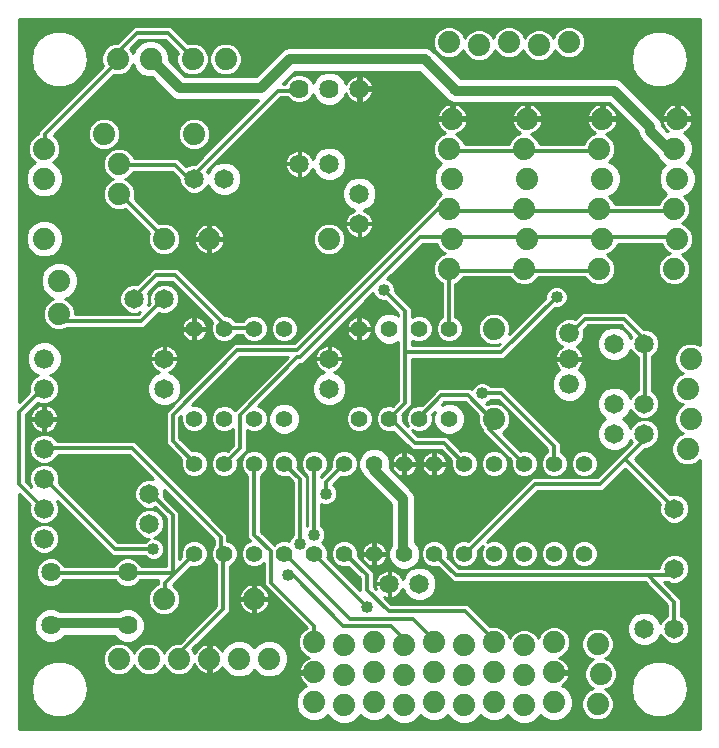
<source format=gbl>
G75*
G70*
%OFA0B0*%
%FSLAX24Y24*%
%IPPOS*%
%LPD*%
%AMOC8*
5,1,8,0,0,1.08239X$1,22.5*
%
%ADD10C,0.0640*%
%ADD11C,0.0650*%
%ADD12C,0.0740*%
%ADD13C,0.0660*%
%ADD14C,0.0560*%
%ADD15C,0.0120*%
%ADD16C,0.0100*%
%ADD17C,0.0320*%
%ADD18C,0.0400*%
D10*
X002379Y004265D03*
X002379Y006045D03*
X004939Y006045D03*
X004939Y004265D03*
X010659Y022155D03*
X011659Y022155D03*
X012659Y022155D03*
D11*
X011659Y019655D03*
X010659Y019655D03*
X012659Y018655D03*
X012659Y017655D03*
X011659Y013155D03*
X011659Y012155D03*
X006159Y012155D03*
X006159Y013155D03*
X006159Y015155D03*
X005159Y015155D03*
X007159Y019155D03*
X008159Y019155D03*
X005659Y008655D03*
X005659Y007655D03*
X013659Y005655D03*
X014659Y005655D03*
X021159Y010655D03*
X022159Y010655D03*
X022159Y011655D03*
X021159Y011655D03*
X021159Y013655D03*
X022159Y013655D03*
X023159Y008155D03*
X023159Y006155D03*
X023159Y004155D03*
X022159Y004155D03*
D12*
X020609Y003655D03*
X020709Y002655D03*
X020609Y001655D03*
X019159Y001705D03*
X018159Y001605D03*
X018159Y002605D03*
X019159Y002705D03*
X019159Y003705D03*
X018159Y003605D03*
X017159Y003705D03*
X017159Y002705D03*
X017159Y001705D03*
X016159Y001605D03*
X016159Y002605D03*
X016159Y003605D03*
X015159Y003705D03*
X015159Y002705D03*
X015159Y001705D03*
X014159Y001605D03*
X014159Y002605D03*
X014159Y003605D03*
X013159Y003705D03*
X013159Y002705D03*
X013159Y001705D03*
X012159Y001605D03*
X012159Y002605D03*
X012159Y003605D03*
X011159Y003705D03*
X011159Y002705D03*
X011159Y001705D03*
X009659Y003155D03*
X008659Y003155D03*
X007659Y003155D03*
X006659Y003155D03*
X005659Y003155D03*
X004659Y003155D03*
X006159Y005155D03*
X009159Y005155D03*
X017159Y011155D03*
X017159Y014155D03*
X018159Y016155D03*
X018259Y017155D03*
X018159Y018155D03*
X018259Y019155D03*
X018159Y020155D03*
X018259Y021155D03*
X020659Y020155D03*
X020759Y019155D03*
X020659Y018155D03*
X020759Y017155D03*
X020659Y016155D03*
X023159Y016155D03*
X023259Y017155D03*
X023159Y018155D03*
X023259Y019155D03*
X023159Y020155D03*
X023259Y021155D03*
X020759Y021155D03*
X019659Y023705D03*
X018659Y023605D03*
X017659Y023705D03*
X016659Y023605D03*
X015659Y023705D03*
X015759Y021155D03*
X015659Y020155D03*
X015759Y019155D03*
X015659Y018155D03*
X015759Y017155D03*
X015659Y016155D03*
X011659Y017155D03*
X007659Y017155D03*
X006159Y017155D03*
X004659Y018655D03*
X004659Y019655D03*
X004159Y020655D03*
X002159Y020155D03*
X002159Y019155D03*
X002159Y017155D03*
X002659Y015755D03*
X002659Y014655D03*
X007159Y020655D03*
X007109Y023155D03*
X008209Y023155D03*
X005709Y023155D03*
X004609Y023155D03*
X023609Y012155D03*
X023709Y013155D03*
X023709Y011155D03*
X023609Y010155D03*
D13*
X019659Y012305D03*
X019659Y013155D03*
X019659Y014005D03*
X002159Y013155D03*
X002159Y012155D03*
X002159Y011155D03*
X002159Y010155D03*
X002159Y009155D03*
X002159Y008155D03*
X002159Y007155D03*
D14*
X007159Y006655D03*
X008159Y006655D03*
X009159Y006655D03*
X010159Y006655D03*
X011159Y006655D03*
X012159Y006655D03*
X013159Y006655D03*
X014159Y006655D03*
X015159Y006655D03*
X016159Y006655D03*
X017159Y006655D03*
X018159Y006655D03*
X019159Y006655D03*
X020159Y006655D03*
X020159Y009655D03*
X019159Y009655D03*
X018159Y009655D03*
X017159Y009655D03*
X016159Y009655D03*
X015159Y009655D03*
X014159Y009655D03*
X013159Y009655D03*
X012159Y009655D03*
X011159Y009655D03*
X010159Y009655D03*
X009159Y009655D03*
X008159Y009655D03*
X007159Y009655D03*
X007159Y011155D03*
X008159Y011155D03*
X009159Y011155D03*
X010159Y011155D03*
X012659Y011155D03*
X013659Y011155D03*
X014659Y011155D03*
X015659Y011155D03*
X015659Y014155D03*
X014659Y014155D03*
X013659Y014155D03*
X012659Y014155D03*
X010159Y014155D03*
X009159Y014155D03*
X008159Y014155D03*
X007159Y014155D03*
D15*
X008159Y014155D02*
X008279Y014175D01*
X006519Y015935D01*
X005879Y015935D01*
X005159Y015215D01*
X005159Y015155D01*
X005399Y014415D02*
X002919Y014415D01*
X002679Y014655D01*
X002659Y014655D01*
X002119Y012175D02*
X002159Y012155D01*
X002119Y012175D02*
X001319Y011375D01*
X001319Y008975D01*
X002119Y008175D01*
X002159Y008155D01*
X002199Y009135D02*
X002159Y009155D01*
X002199Y009135D02*
X004519Y006815D01*
X005799Y006815D01*
X006439Y006015D02*
X004999Y006015D01*
X004939Y006045D01*
X004919Y006015D01*
X002439Y006015D01*
X002379Y006045D01*
X005659Y008655D02*
X005719Y008655D01*
X006439Y007935D01*
X006439Y006015D01*
X006479Y005975D01*
X007159Y006655D01*
X008039Y006735D02*
X008119Y006655D01*
X008159Y006655D01*
X008119Y006655D02*
X008119Y004815D01*
X006679Y003375D01*
X006679Y003215D01*
X006659Y003155D01*
X006159Y005155D02*
X006199Y005215D01*
X006199Y005695D01*
X006479Y005975D01*
X008039Y006735D02*
X008039Y007215D01*
X005079Y010175D01*
X002199Y010175D01*
X002159Y010155D01*
X005399Y014415D02*
X006119Y015135D01*
X006159Y015155D01*
X006159Y017155D02*
X006119Y017215D01*
X004679Y018655D01*
X004659Y018655D01*
X004679Y019615D02*
X004659Y019655D01*
X004679Y019615D02*
X006519Y019615D01*
X006919Y019215D01*
X007159Y019215D01*
X007159Y019155D01*
X007159Y019215D02*
X007159Y019295D01*
X009959Y022095D01*
X010599Y022095D01*
X010659Y022155D01*
X007109Y023155D02*
X007079Y023215D01*
X006279Y024015D01*
X005239Y024015D01*
X004679Y023455D01*
X004679Y023215D01*
X004609Y023155D01*
X004679Y023135D01*
X002199Y020655D01*
X002199Y020175D01*
X002159Y020155D01*
X008159Y014155D02*
X008199Y014175D01*
X008279Y014175D01*
X009159Y014175D01*
X009159Y014155D01*
X008599Y013455D02*
X010599Y013455D01*
X015319Y018175D01*
X015639Y018175D01*
X015659Y018155D01*
X015719Y018095D01*
X018119Y018095D01*
X018159Y018155D01*
X018199Y018095D01*
X020599Y018095D01*
X020659Y018155D01*
X020679Y018095D01*
X023159Y018095D01*
X023159Y018155D01*
X023239Y017215D02*
X023259Y017155D01*
X023239Y017215D02*
X020759Y017215D01*
X020759Y017155D01*
X020759Y017215D02*
X018279Y017215D01*
X018259Y017155D01*
X018199Y017215D01*
X015799Y017215D01*
X015759Y017155D01*
X015719Y017215D01*
X014679Y017215D01*
X010679Y013215D01*
X010599Y013215D01*
X008679Y011295D01*
X008679Y010175D01*
X008159Y009655D01*
X007159Y009695D02*
X007159Y009655D01*
X007159Y009695D02*
X006439Y010415D01*
X006439Y011295D01*
X008599Y013455D01*
X009159Y009655D02*
X009159Y007295D01*
X009719Y006735D01*
X009719Y005695D01*
X011159Y004255D01*
X011159Y003705D01*
X012119Y004255D02*
X013719Y004255D01*
X014119Y003855D01*
X014119Y003615D01*
X014159Y003605D01*
X014439Y004495D02*
X015159Y003775D01*
X015159Y003705D01*
X014439Y004495D02*
X012359Y004495D01*
X010199Y006655D01*
X010159Y006655D01*
X010679Y006975D02*
X010679Y009135D01*
X010159Y009655D01*
X011159Y009655D02*
X011159Y007295D01*
X011159Y006655D02*
X012919Y004895D01*
X012919Y005455D02*
X013639Y004735D01*
X016199Y004735D01*
X017159Y003775D01*
X017159Y003705D01*
X015879Y005935D02*
X022279Y005935D01*
X023159Y005055D01*
X023159Y004155D01*
X022919Y005935D02*
X022279Y005935D01*
X022919Y005935D02*
X023159Y006175D01*
X023159Y006155D01*
X023159Y008155D02*
X023159Y008175D01*
X021519Y009815D01*
X020679Y008975D01*
X018519Y008975D01*
X016199Y006655D01*
X016159Y006655D01*
X015879Y005935D02*
X015159Y006655D01*
X012919Y005935D02*
X012919Y005455D01*
X012919Y005935D02*
X012199Y006655D01*
X012159Y006655D01*
X010439Y005935D02*
X012119Y004255D01*
X010439Y005935D02*
X010279Y005935D01*
X011559Y008655D02*
X011559Y009055D01*
X012159Y009655D01*
X013659Y011155D02*
X014199Y011695D01*
X014199Y013375D01*
X017399Y013375D01*
X019239Y015215D01*
X020199Y014495D02*
X021479Y014495D01*
X022119Y013855D01*
X022119Y013695D01*
X022159Y013655D01*
X022199Y013615D01*
X022199Y011695D01*
X022159Y011655D01*
X022119Y010655D02*
X022159Y010655D01*
X022119Y010655D02*
X022119Y010415D01*
X021519Y009815D01*
X019159Y009655D02*
X019159Y010255D01*
X017399Y012015D01*
X016759Y012015D01*
X016279Y011935D02*
X016999Y011215D01*
X017159Y011155D01*
X017159Y011215D01*
X016999Y011215D01*
X016999Y010815D01*
X018159Y009655D01*
X016159Y009655D02*
X015479Y010335D01*
X014519Y010335D01*
X013719Y011135D01*
X013659Y011155D01*
X014659Y011155D02*
X014679Y011215D01*
X015399Y011935D01*
X016279Y011935D01*
X015659Y014155D02*
X015639Y014175D01*
X015639Y016095D01*
X015659Y016155D01*
X015719Y016095D01*
X018119Y016095D01*
X018159Y016155D01*
X018199Y016095D01*
X020599Y016095D01*
X020659Y016155D01*
X020199Y014495D02*
X019719Y014015D01*
X019659Y014005D01*
X014199Y013375D02*
X014199Y014735D01*
X013479Y015455D01*
X015719Y020095D02*
X015659Y020155D01*
X015719Y020095D02*
X018119Y020095D01*
X018159Y020155D01*
X018199Y020095D01*
X020599Y020095D01*
X020659Y020155D01*
D16*
X001329Y008640D02*
X001329Y000825D01*
X024009Y000825D01*
X024009Y009792D01*
X023915Y009697D01*
X023716Y009615D01*
X023502Y009615D01*
X023303Y009697D01*
X023151Y009849D01*
X023069Y010048D01*
X023069Y010263D01*
X023151Y010461D01*
X023303Y010613D01*
X023455Y010676D01*
X023403Y010697D01*
X023251Y010849D01*
X023169Y011048D01*
X023169Y011263D01*
X023251Y011461D01*
X023403Y011613D01*
X023455Y011634D01*
X023303Y011697D01*
X023151Y011849D01*
X023069Y012048D01*
X023069Y012263D01*
X023151Y012461D01*
X023303Y012613D01*
X023455Y012676D01*
X023403Y012697D01*
X023251Y012849D01*
X023169Y013048D01*
X023169Y013263D01*
X023251Y013461D01*
X023403Y013613D01*
X023602Y013695D01*
X023816Y013695D01*
X024009Y013615D01*
X024009Y024481D01*
X001329Y024481D01*
X001329Y011710D01*
X001664Y012045D01*
X001659Y012056D01*
X001659Y012255D01*
X001735Y012438D01*
X001876Y012579D01*
X001955Y012612D01*
X001831Y012663D01*
X001667Y012827D01*
X001579Y013040D01*
X001579Y013270D01*
X001667Y013484D01*
X001831Y013647D01*
X002044Y013735D01*
X002274Y013735D01*
X002488Y013647D01*
X002651Y013484D01*
X002739Y013270D01*
X002739Y013040D01*
X002651Y012827D01*
X002488Y012663D01*
X002363Y012612D01*
X002442Y012579D01*
X002583Y012438D01*
X002659Y012255D01*
X002659Y012056D01*
X002583Y011872D01*
X002442Y011731D01*
X002259Y011655D01*
X002060Y011655D01*
X001964Y011695D01*
X001549Y011280D01*
X001549Y009070D01*
X001726Y008893D01*
X001659Y009056D01*
X001659Y009255D01*
X001735Y009438D01*
X001876Y009579D01*
X002060Y009655D01*
X002259Y009655D01*
X002442Y009731D01*
X002583Y009872D01*
X002613Y009945D01*
X004984Y009945D01*
X005794Y009135D01*
X005758Y009150D01*
X005561Y009150D01*
X005379Y009075D01*
X005239Y008935D01*
X005164Y008754D01*
X005164Y008557D01*
X005239Y008375D01*
X005379Y008235D01*
X005561Y008160D01*
X005758Y008160D01*
X005850Y008199D01*
X006209Y007840D01*
X006209Y006245D01*
X005387Y006245D01*
X005354Y006323D01*
X005217Y006460D01*
X005036Y006535D01*
X004842Y006535D01*
X004661Y006460D01*
X004524Y006323D01*
X004492Y006245D01*
X002827Y006245D01*
X002794Y006323D01*
X002657Y006460D01*
X002476Y006535D01*
X002282Y006535D01*
X002101Y006460D01*
X001964Y006323D01*
X001889Y006143D01*
X001889Y005948D01*
X001964Y005768D01*
X002101Y005630D01*
X002282Y005555D01*
X002476Y005555D01*
X002657Y005630D01*
X002794Y005768D01*
X002802Y005785D01*
X004516Y005785D01*
X004524Y005768D01*
X004661Y005630D01*
X004842Y005555D01*
X005036Y005555D01*
X005217Y005630D01*
X005354Y005768D01*
X005362Y005785D01*
X005969Y005785D01*
X005969Y005661D01*
X005853Y005613D01*
X005701Y005461D01*
X005619Y005263D01*
X005619Y005048D01*
X005701Y004849D01*
X005853Y004697D01*
X006052Y004615D01*
X006266Y004615D01*
X006465Y004697D01*
X006617Y004849D01*
X006699Y005048D01*
X006699Y005263D01*
X006617Y005461D01*
X006465Y005613D01*
X006449Y005620D01*
X006574Y005745D01*
X006574Y005745D01*
X006709Y005880D01*
X007045Y006215D01*
X007070Y006205D01*
X007249Y006205D01*
X007414Y006274D01*
X007541Y006400D01*
X007609Y006566D01*
X007609Y006745D01*
X007541Y006910D01*
X007414Y007037D01*
X007249Y007105D01*
X007070Y007105D01*
X006904Y007037D01*
X006778Y006910D01*
X006709Y006745D01*
X006709Y006566D01*
X006719Y006541D01*
X006669Y006490D01*
X006669Y008030D01*
X006534Y008165D01*
X006151Y008549D01*
X006154Y008557D01*
X006154Y008754D01*
X006139Y008790D01*
X007809Y007120D01*
X007809Y006941D01*
X007778Y006910D01*
X007709Y006745D01*
X007709Y006566D01*
X007778Y006400D01*
X007889Y006289D01*
X007889Y004910D01*
X006674Y003695D01*
X006552Y003695D01*
X006353Y003613D01*
X006201Y003461D01*
X006159Y003359D01*
X006117Y003461D01*
X005965Y003613D01*
X005766Y003695D01*
X005552Y003695D01*
X005353Y003613D01*
X005201Y003461D01*
X005159Y003359D01*
X005117Y003461D01*
X004965Y003613D01*
X004766Y003695D01*
X004552Y003695D01*
X004353Y003613D01*
X004201Y003461D01*
X004119Y003263D01*
X004119Y003048D01*
X004201Y002849D01*
X004353Y002697D01*
X004552Y002615D01*
X004766Y002615D01*
X004965Y002697D01*
X005117Y002849D01*
X005159Y002951D01*
X005201Y002849D01*
X005353Y002697D01*
X005552Y002615D01*
X005766Y002615D01*
X005965Y002697D01*
X006117Y002849D01*
X006159Y002951D01*
X006201Y002849D01*
X006353Y002697D01*
X006552Y002615D01*
X006766Y002615D01*
X006965Y002697D01*
X007117Y002849D01*
X007170Y002978D01*
X007177Y002955D01*
X007214Y002883D01*
X007262Y002816D01*
X007320Y002758D01*
X007386Y002710D01*
X007459Y002673D01*
X007537Y002648D01*
X007609Y002637D01*
X007609Y003105D01*
X007709Y003105D01*
X007709Y002637D01*
X007781Y002648D01*
X007859Y002673D01*
X007932Y002710D01*
X007998Y002758D01*
X008056Y002816D01*
X008102Y002880D01*
X008133Y002804D01*
X008308Y002629D01*
X008536Y002535D01*
X008782Y002535D01*
X009010Y002629D01*
X009159Y002778D01*
X009308Y002629D01*
X009536Y002535D01*
X009782Y002535D01*
X010010Y002629D01*
X010185Y002804D01*
X010279Y003032D01*
X010279Y003278D01*
X010185Y003506D01*
X010010Y003681D01*
X009782Y003775D01*
X009536Y003775D01*
X009308Y003681D01*
X009159Y003532D01*
X009010Y003681D01*
X008782Y003775D01*
X008536Y003775D01*
X008308Y003681D01*
X008133Y003506D01*
X008102Y003430D01*
X008056Y003494D01*
X007998Y003552D01*
X007932Y003600D01*
X007859Y003637D01*
X007781Y003662D01*
X007709Y003674D01*
X007709Y003205D01*
X007609Y003205D01*
X007609Y003674D01*
X007537Y003662D01*
X007459Y003637D01*
X007386Y003600D01*
X007320Y003552D01*
X007262Y003494D01*
X007214Y003428D01*
X007177Y003355D01*
X007170Y003333D01*
X007117Y003461D01*
X007103Y003474D01*
X008349Y004720D01*
X008349Y004910D01*
X008349Y006247D01*
X008414Y006274D01*
X008541Y006400D01*
X008609Y006566D01*
X008609Y006745D01*
X008541Y006910D01*
X008414Y007037D01*
X008269Y007097D01*
X008269Y007310D01*
X008134Y007445D01*
X005174Y010405D01*
X004984Y010405D01*
X002597Y010405D01*
X002583Y010438D01*
X002442Y010579D01*
X002259Y010655D01*
X002060Y010655D01*
X001876Y010579D01*
X001735Y010438D01*
X001659Y010255D01*
X001659Y010056D01*
X001735Y009872D01*
X001876Y009731D01*
X002060Y009655D01*
X002259Y009655D01*
X002442Y009579D01*
X002583Y009438D01*
X002659Y009255D01*
X002659Y009056D01*
X002643Y009017D01*
X004614Y007045D01*
X005506Y007045D01*
X005589Y007129D01*
X005665Y007160D01*
X005561Y007160D01*
X005379Y007235D01*
X005239Y007375D01*
X005164Y007557D01*
X005164Y007754D01*
X005239Y007935D01*
X005379Y008075D01*
X005561Y008150D01*
X005758Y008150D01*
X005939Y008075D01*
X006079Y007935D01*
X006154Y007754D01*
X006154Y007557D01*
X006079Y007375D01*
X005939Y007235D01*
X005818Y007185D01*
X005873Y007185D01*
X006009Y007129D01*
X006113Y007025D01*
X006169Y006889D01*
X006169Y006741D01*
X006113Y006606D01*
X006009Y006501D01*
X005873Y006445D01*
X005725Y006445D01*
X005589Y006501D01*
X005506Y006585D01*
X004424Y006585D01*
X004289Y006720D01*
X002592Y008417D01*
X002659Y008255D01*
X002659Y008056D01*
X002583Y007872D01*
X002442Y007731D01*
X002259Y007655D01*
X002060Y007655D01*
X001876Y007579D01*
X001735Y007438D01*
X001659Y007255D01*
X001659Y007056D01*
X001735Y006872D01*
X001876Y006731D01*
X002060Y006655D01*
X002259Y006655D01*
X002442Y006731D01*
X002583Y006872D01*
X002659Y007056D01*
X002659Y007255D01*
X002583Y007438D01*
X002442Y007579D01*
X002259Y007655D01*
X002060Y007655D01*
X001876Y007731D01*
X001735Y007872D01*
X001659Y008056D01*
X001659Y008255D01*
X001675Y008294D01*
X001329Y008640D01*
X001329Y008637D02*
X001332Y008637D01*
X001329Y008539D02*
X001430Y008539D01*
X001529Y008440D02*
X001329Y008440D01*
X001329Y008341D02*
X001627Y008341D01*
X001659Y008243D02*
X001329Y008243D01*
X001329Y008144D02*
X001659Y008144D01*
X001663Y008046D02*
X001329Y008046D01*
X001329Y007947D02*
X001704Y007947D01*
X001758Y007849D02*
X001329Y007849D01*
X001329Y007750D02*
X001857Y007750D01*
X001850Y007553D02*
X001329Y007553D01*
X001329Y007455D02*
X001751Y007455D01*
X001701Y007356D02*
X001329Y007356D01*
X001329Y007258D02*
X001660Y007258D01*
X001659Y007159D02*
X001329Y007159D01*
X001329Y007060D02*
X001659Y007060D01*
X001698Y006962D02*
X001329Y006962D01*
X001329Y006863D02*
X001744Y006863D01*
X001842Y006765D02*
X001329Y006765D01*
X001329Y006666D02*
X002033Y006666D01*
X002122Y006469D02*
X001329Y006469D01*
X001329Y006371D02*
X002012Y006371D01*
X001943Y006272D02*
X001329Y006272D01*
X001329Y006174D02*
X001902Y006174D01*
X001889Y006075D02*
X001329Y006075D01*
X001329Y005976D02*
X001889Y005976D01*
X001918Y005878D02*
X001329Y005878D01*
X001329Y005779D02*
X001959Y005779D01*
X002050Y005681D02*
X001329Y005681D01*
X001329Y005582D02*
X002216Y005582D01*
X002542Y005582D02*
X004776Y005582D01*
X004610Y005681D02*
X002708Y005681D01*
X002799Y005779D02*
X004519Y005779D01*
X004503Y006272D02*
X002815Y006272D01*
X002746Y006371D02*
X004572Y006371D01*
X004682Y006469D02*
X002636Y006469D01*
X002476Y006765D02*
X004244Y006765D01*
X004146Y006863D02*
X002574Y006863D01*
X002620Y006962D02*
X004047Y006962D01*
X003948Y007060D02*
X002659Y007060D01*
X002659Y007159D02*
X003850Y007159D01*
X003751Y007258D02*
X002658Y007258D01*
X002617Y007356D02*
X003653Y007356D01*
X003554Y007455D02*
X002567Y007455D01*
X002468Y007553D02*
X003456Y007553D01*
X003357Y007652D02*
X002267Y007652D01*
X002051Y007652D02*
X001329Y007652D01*
X002461Y007750D02*
X003259Y007750D01*
X003160Y007849D02*
X002560Y007849D01*
X002614Y007947D02*
X003062Y007947D01*
X002963Y008046D02*
X002655Y008046D01*
X002659Y008144D02*
X002864Y008144D01*
X002766Y008243D02*
X002659Y008243D01*
X002667Y008341D02*
X002623Y008341D01*
X002924Y008736D02*
X005164Y008736D01*
X005164Y008637D02*
X003022Y008637D01*
X003121Y008539D02*
X005171Y008539D01*
X005212Y008440D02*
X003219Y008440D01*
X003318Y008341D02*
X005273Y008341D01*
X005371Y008243D02*
X003416Y008243D01*
X003515Y008144D02*
X005547Y008144D01*
X005350Y008046D02*
X003614Y008046D01*
X003712Y007947D02*
X005251Y007947D01*
X005204Y007849D02*
X003811Y007849D01*
X003909Y007750D02*
X005164Y007750D01*
X005164Y007652D02*
X004008Y007652D01*
X004106Y007553D02*
X005165Y007553D01*
X005206Y007455D02*
X004205Y007455D01*
X004303Y007356D02*
X005258Y007356D01*
X005357Y007258D02*
X004402Y007258D01*
X004500Y007159D02*
X005663Y007159D01*
X005521Y007060D02*
X004599Y007060D01*
X004343Y006666D02*
X002285Y006666D01*
X001329Y006568D02*
X005523Y006568D01*
X005667Y006469D02*
X005196Y006469D01*
X005306Y006371D02*
X006209Y006371D01*
X006209Y006469D02*
X005931Y006469D01*
X006075Y006568D02*
X006209Y006568D01*
X006209Y006666D02*
X006138Y006666D01*
X006169Y006765D02*
X006209Y006765D01*
X006209Y006863D02*
X006169Y006863D01*
X006139Y006962D02*
X006209Y006962D01*
X006209Y007060D02*
X006077Y007060D01*
X006209Y007159D02*
X005936Y007159D01*
X005961Y007258D02*
X006209Y007258D01*
X006209Y007356D02*
X006060Y007356D01*
X006112Y007455D02*
X006209Y007455D01*
X006209Y007553D02*
X006153Y007553D01*
X006154Y007652D02*
X006209Y007652D01*
X006209Y007750D02*
X006154Y007750D01*
X006115Y007849D02*
X006200Y007849D01*
X006102Y007947D02*
X006067Y007947D01*
X006003Y008046D02*
X005968Y008046D01*
X005904Y008144D02*
X005771Y008144D01*
X006161Y008539D02*
X006390Y008539D01*
X006292Y008637D02*
X006154Y008637D01*
X006154Y008736D02*
X006193Y008736D01*
X006259Y008440D02*
X006489Y008440D01*
X006587Y008341D02*
X006358Y008341D01*
X006456Y008243D02*
X006686Y008243D01*
X006784Y008144D02*
X006555Y008144D01*
X006654Y008046D02*
X006883Y008046D01*
X006982Y007947D02*
X006669Y007947D01*
X006669Y007849D02*
X007080Y007849D01*
X007179Y007750D02*
X006669Y007750D01*
X006669Y007652D02*
X007277Y007652D01*
X007376Y007553D02*
X006669Y007553D01*
X006669Y007455D02*
X007474Y007455D01*
X007573Y007356D02*
X006669Y007356D01*
X006669Y007258D02*
X007671Y007258D01*
X007770Y007159D02*
X006669Y007159D01*
X006669Y007060D02*
X006962Y007060D01*
X006829Y006962D02*
X006669Y006962D01*
X006669Y006863D02*
X006758Y006863D01*
X006717Y006765D02*
X006669Y006765D01*
X006669Y006666D02*
X006709Y006666D01*
X006709Y006568D02*
X006669Y006568D01*
X007003Y006174D02*
X007889Y006174D01*
X007889Y006272D02*
X007410Y006272D01*
X007511Y006371D02*
X007807Y006371D01*
X007749Y006469D02*
X007569Y006469D01*
X007609Y006568D02*
X007709Y006568D01*
X007709Y006666D02*
X007609Y006666D01*
X007601Y006765D02*
X007717Y006765D01*
X007758Y006863D02*
X007560Y006863D01*
X007489Y006962D02*
X007809Y006962D01*
X007809Y007060D02*
X007356Y007060D01*
X008026Y007553D02*
X008929Y007553D01*
X008929Y007455D02*
X008125Y007455D01*
X008223Y007356D02*
X008929Y007356D01*
X008929Y007258D02*
X008269Y007258D01*
X008269Y007159D02*
X008970Y007159D01*
X008929Y007200D02*
X009037Y007092D01*
X008904Y007037D01*
X008778Y006910D01*
X008709Y006745D01*
X008709Y006566D01*
X008778Y006400D01*
X008904Y006274D01*
X009070Y006205D01*
X009249Y006205D01*
X009414Y006274D01*
X009489Y006349D01*
X009489Y005790D01*
X009489Y005600D01*
X010905Y004184D01*
X010853Y004163D01*
X010701Y004011D01*
X010619Y003813D01*
X010619Y003598D01*
X010701Y003399D01*
X010853Y003247D01*
X010982Y003194D01*
X010959Y003187D01*
X010886Y003150D01*
X010820Y003102D01*
X010762Y003044D01*
X010714Y002978D01*
X010677Y002905D01*
X010652Y002827D01*
X010640Y002755D01*
X011109Y002755D01*
X011109Y002655D01*
X010640Y002655D01*
X010652Y002583D01*
X010677Y002505D01*
X010714Y002433D01*
X010762Y002366D01*
X010820Y002308D01*
X010884Y002262D01*
X010808Y002231D01*
X010633Y002056D01*
X010539Y001828D01*
X010539Y001582D01*
X010633Y001354D01*
X010808Y001179D01*
X011036Y001085D01*
X011282Y001085D01*
X011510Y001179D01*
X011619Y001288D01*
X011633Y001254D01*
X011808Y001079D01*
X012036Y000985D01*
X012282Y000985D01*
X012510Y001079D01*
X012685Y001254D01*
X012699Y001288D01*
X012808Y001179D01*
X013036Y001085D01*
X013282Y001085D01*
X013510Y001179D01*
X013619Y001288D01*
X013633Y001254D01*
X013808Y001079D01*
X014036Y000985D01*
X014282Y000985D01*
X014510Y001079D01*
X014685Y001254D01*
X014699Y001288D01*
X014808Y001179D01*
X015036Y001085D01*
X015282Y001085D01*
X015510Y001179D01*
X015619Y001288D01*
X015633Y001254D01*
X015808Y001079D01*
X016036Y000985D01*
X016282Y000985D01*
X016510Y001079D01*
X016685Y001254D01*
X016699Y001288D01*
X016808Y001179D01*
X017036Y001085D01*
X017282Y001085D01*
X017510Y001179D01*
X017619Y001288D01*
X017633Y001254D01*
X017808Y001079D01*
X018036Y000985D01*
X018282Y000985D01*
X018510Y001079D01*
X018685Y001254D01*
X018699Y001288D01*
X018808Y001179D01*
X019036Y001085D01*
X019282Y001085D01*
X019510Y001179D01*
X019685Y001354D01*
X019779Y001582D01*
X019779Y001828D01*
X019685Y002056D01*
X019510Y002231D01*
X019434Y002262D01*
X019498Y002308D01*
X019556Y002366D01*
X019604Y002433D01*
X019641Y002505D01*
X019666Y002583D01*
X019678Y002655D01*
X019209Y002655D01*
X019209Y002755D01*
X019678Y002755D01*
X019666Y002827D01*
X019641Y002905D01*
X019604Y002978D01*
X019556Y003044D01*
X019498Y003102D01*
X019432Y003150D01*
X019359Y003187D01*
X019336Y003194D01*
X019465Y003247D01*
X019617Y003399D01*
X019699Y003598D01*
X019699Y003813D01*
X019617Y004011D01*
X019465Y004163D01*
X019266Y004245D01*
X019052Y004245D01*
X018853Y004163D01*
X018701Y004011D01*
X018638Y003859D01*
X018617Y003911D01*
X018465Y004063D01*
X018266Y004145D01*
X018052Y004145D01*
X017853Y004063D01*
X017701Y003911D01*
X017680Y003859D01*
X017617Y004011D01*
X017465Y004163D01*
X017266Y004245D01*
X017052Y004245D01*
X017025Y004234D01*
X016294Y004965D01*
X016104Y004965D01*
X013734Y004965D01*
X013488Y005211D01*
X013548Y005192D01*
X013622Y005180D01*
X013640Y005180D01*
X013640Y005636D01*
X013678Y005636D01*
X013678Y005180D01*
X013696Y005180D01*
X013770Y005192D01*
X013841Y005215D01*
X013908Y005249D01*
X013968Y005293D01*
X014021Y005346D01*
X014065Y005406D01*
X014099Y005473D01*
X014105Y005490D01*
X014172Y005329D01*
X014333Y005168D01*
X014545Y005080D01*
X014773Y005080D01*
X014985Y005168D01*
X015146Y005329D01*
X015234Y005541D01*
X015234Y005769D01*
X015146Y005981D01*
X014985Y006143D01*
X014773Y006230D01*
X014545Y006230D01*
X014333Y006143D01*
X014172Y005981D01*
X014105Y005820D01*
X014099Y005837D01*
X014065Y005904D01*
X014021Y005965D01*
X013968Y006017D01*
X013908Y006061D01*
X013841Y006095D01*
X013770Y006118D01*
X013696Y006130D01*
X013678Y006130D01*
X013678Y005674D01*
X013640Y005674D01*
X013640Y005636D01*
X013184Y005636D01*
X013184Y005618D01*
X013196Y005544D01*
X013215Y005484D01*
X013149Y005550D01*
X013149Y006030D01*
X013014Y006165D01*
X012609Y006570D01*
X012609Y006745D01*
X012541Y006910D01*
X012414Y007037D01*
X012249Y007105D01*
X012070Y007105D01*
X011904Y007037D01*
X011778Y006910D01*
X011709Y006745D01*
X011709Y006566D01*
X011778Y006400D01*
X011904Y006274D01*
X012070Y006205D01*
X012249Y006205D01*
X012302Y006227D01*
X012689Y005840D01*
X012689Y005550D01*
X012689Y005450D01*
X011599Y006541D01*
X011609Y006566D01*
X011609Y006745D01*
X011541Y006910D01*
X011419Y007032D01*
X011473Y007086D01*
X011529Y007221D01*
X011529Y007369D01*
X011473Y007505D01*
X011389Y007588D01*
X011389Y008325D01*
X011485Y008285D01*
X011633Y008285D01*
X011769Y008341D01*
X013693Y008341D01*
X013709Y008325D02*
X013709Y006954D01*
X013629Y006761D01*
X013629Y006550D01*
X013710Y006355D01*
X013859Y006206D01*
X014054Y006125D01*
X014264Y006125D01*
X014459Y006206D01*
X014608Y006355D01*
X014689Y006550D01*
X014689Y006761D01*
X014608Y006955D01*
X014529Y007035D01*
X014529Y008414D01*
X014529Y008577D01*
X014467Y008727D01*
X013676Y009518D01*
X013689Y009550D01*
X013689Y009761D01*
X013608Y009955D01*
X013459Y010104D01*
X013264Y010185D01*
X013054Y010185D01*
X012859Y010104D01*
X012710Y009955D01*
X012629Y009761D01*
X012629Y009550D01*
X012710Y009355D01*
X012790Y009275D01*
X012811Y009223D01*
X012927Y009108D01*
X013709Y008325D01*
X013709Y008243D02*
X011389Y008243D01*
X011389Y008144D02*
X013709Y008144D01*
X013709Y008046D02*
X011389Y008046D01*
X011389Y007947D02*
X013709Y007947D01*
X013709Y007849D02*
X011389Y007849D01*
X011389Y007750D02*
X013709Y007750D01*
X013709Y007652D02*
X011389Y007652D01*
X011424Y007553D02*
X013709Y007553D01*
X013709Y007455D02*
X011493Y007455D01*
X011529Y007356D02*
X013709Y007356D01*
X013709Y007258D02*
X011529Y007258D01*
X011503Y007159D02*
X013709Y007159D01*
X013709Y007060D02*
X013303Y007060D01*
X013324Y007054D02*
X013260Y007074D01*
X013193Y007085D01*
X013189Y007085D01*
X013189Y006685D01*
X013589Y006685D01*
X013589Y006689D01*
X013578Y006756D01*
X013558Y006820D01*
X013527Y006880D01*
X013487Y006935D01*
X013439Y006983D01*
X013384Y007023D01*
X013324Y007054D01*
X013189Y007060D02*
X013129Y007060D01*
X013129Y007085D02*
X013125Y007085D01*
X013058Y007074D01*
X012994Y007054D01*
X012934Y007023D01*
X012879Y006983D01*
X012831Y006935D01*
X012791Y006880D01*
X012761Y006820D01*
X012740Y006756D01*
X012729Y006689D01*
X012729Y006685D01*
X013129Y006685D01*
X013129Y006625D01*
X013189Y006625D01*
X013189Y006225D01*
X013193Y006225D01*
X013260Y006236D01*
X013324Y006257D01*
X013384Y006287D01*
X013439Y006327D01*
X013487Y006375D01*
X013527Y006430D01*
X013558Y006490D01*
X013578Y006554D01*
X013589Y006621D01*
X013589Y006625D01*
X013189Y006625D01*
X013189Y006685D01*
X013129Y006685D01*
X013129Y007085D01*
X013015Y007060D02*
X012356Y007060D01*
X012489Y006962D02*
X012858Y006962D01*
X012783Y006863D02*
X012560Y006863D01*
X012601Y006765D02*
X012743Y006765D01*
X012729Y006625D02*
X012729Y006621D01*
X012740Y006554D01*
X012761Y006490D01*
X012791Y006430D01*
X012831Y006375D01*
X012879Y006327D01*
X012934Y006287D01*
X012994Y006257D01*
X013058Y006236D01*
X013125Y006225D01*
X013129Y006225D01*
X013129Y006625D01*
X012729Y006625D01*
X012738Y006568D02*
X012612Y006568D01*
X012609Y006666D02*
X013129Y006666D01*
X013189Y006666D02*
X013629Y006666D01*
X013629Y006568D02*
X013581Y006568D01*
X013547Y006469D02*
X013662Y006469D01*
X013703Y006371D02*
X013483Y006371D01*
X013354Y006272D02*
X013793Y006272D01*
X013937Y006174D02*
X013006Y006174D01*
X012964Y006272D02*
X012907Y006272D01*
X012835Y006371D02*
X012809Y006371D01*
X012771Y006469D02*
X012710Y006469D01*
X012454Y006075D02*
X012064Y006075D01*
X011966Y006174D02*
X012355Y006174D01*
X012163Y005976D02*
X012552Y005976D01*
X012651Y005878D02*
X012261Y005878D01*
X012360Y005779D02*
X012689Y005779D01*
X012689Y005681D02*
X012459Y005681D01*
X012557Y005582D02*
X012689Y005582D01*
X012689Y005484D02*
X012656Y005484D01*
X013149Y005582D02*
X013190Y005582D01*
X013184Y005674D02*
X013640Y005674D01*
X013640Y006130D01*
X013622Y006130D01*
X013548Y006118D01*
X013477Y006095D01*
X013410Y006061D01*
X013350Y006017D01*
X013297Y005965D01*
X013253Y005904D01*
X013219Y005837D01*
X013196Y005766D01*
X013184Y005692D01*
X013184Y005674D01*
X013184Y005681D02*
X013149Y005681D01*
X013149Y005779D02*
X013200Y005779D01*
X013239Y005878D02*
X013149Y005878D01*
X013149Y005976D02*
X013309Y005976D01*
X013437Y006075D02*
X013104Y006075D01*
X013129Y006272D02*
X013189Y006272D01*
X013189Y006371D02*
X013129Y006371D01*
X013129Y006469D02*
X013189Y006469D01*
X013189Y006568D02*
X013129Y006568D01*
X013129Y006765D02*
X013189Y006765D01*
X013189Y006863D02*
X013129Y006863D01*
X013129Y006962D02*
X013189Y006962D01*
X013460Y006962D02*
X013709Y006962D01*
X013672Y006863D02*
X013536Y006863D01*
X013576Y006765D02*
X013631Y006765D01*
X013640Y006075D02*
X013678Y006075D01*
X013678Y005976D02*
X013640Y005976D01*
X013640Y005878D02*
X013678Y005878D01*
X013678Y005779D02*
X013640Y005779D01*
X013640Y005681D02*
X013678Y005681D01*
X013678Y005582D02*
X013640Y005582D01*
X013640Y005484D02*
X013678Y005484D01*
X013678Y005385D02*
X013640Y005385D01*
X013640Y005287D02*
X013678Y005287D01*
X013678Y005188D02*
X013640Y005188D01*
X013571Y005188D02*
X013511Y005188D01*
X013610Y005090D02*
X014522Y005090D01*
X014313Y005188D02*
X013747Y005188D01*
X013708Y004991D02*
X022898Y004991D01*
X022929Y004960D02*
X022929Y004596D01*
X022879Y004575D01*
X022739Y004435D01*
X022702Y004346D01*
X022646Y004481D01*
X022485Y004643D01*
X022273Y004730D01*
X022045Y004730D01*
X021833Y004643D01*
X021672Y004481D01*
X021584Y004269D01*
X021584Y004041D01*
X021672Y003829D01*
X021833Y003668D01*
X022045Y003580D01*
X022273Y003580D01*
X022485Y003668D01*
X022646Y003829D01*
X022702Y003964D01*
X022739Y003875D01*
X022879Y003735D01*
X023061Y003660D01*
X023258Y003660D01*
X023439Y003735D01*
X023579Y003875D01*
X023654Y004057D01*
X023654Y004254D01*
X023579Y004435D01*
X023439Y004575D01*
X023389Y004596D01*
X023389Y005150D01*
X023254Y005285D01*
X022834Y005705D01*
X022952Y005705D01*
X023061Y005660D01*
X023258Y005660D01*
X023439Y005735D01*
X023579Y005875D01*
X023654Y006057D01*
X023654Y006254D01*
X023579Y006435D01*
X023439Y006575D01*
X023258Y006650D01*
X023061Y006650D01*
X022879Y006575D01*
X022739Y006435D01*
X022664Y006254D01*
X022664Y006165D01*
X022374Y006165D01*
X022184Y006165D01*
X015974Y006165D01*
X015599Y006541D01*
X015609Y006566D01*
X015609Y006745D01*
X015541Y006910D01*
X015414Y007037D01*
X015249Y007105D01*
X015070Y007105D01*
X014904Y007037D01*
X014778Y006910D01*
X014709Y006745D01*
X014709Y006566D01*
X014778Y006400D01*
X014904Y006274D01*
X015070Y006205D01*
X015249Y006205D01*
X015273Y006215D01*
X015649Y005840D01*
X015649Y005840D01*
X015784Y005705D01*
X022184Y005705D01*
X022929Y004960D01*
X022929Y004892D02*
X016367Y004892D01*
X016465Y004794D02*
X022929Y004794D01*
X022929Y004695D02*
X022357Y004695D01*
X022530Y004597D02*
X022929Y004597D01*
X022802Y004498D02*
X022629Y004498D01*
X022680Y004400D02*
X022725Y004400D01*
X022726Y003907D02*
X022679Y003907D01*
X022626Y003809D02*
X022806Y003809D01*
X022940Y003710D02*
X022527Y003710D01*
X022349Y003611D02*
X024009Y003611D01*
X024009Y003513D02*
X021135Y003513D01*
X021149Y003548D02*
X021067Y003349D01*
X020915Y003197D01*
X020863Y003176D01*
X021015Y003113D01*
X021167Y002961D01*
X021249Y002763D01*
X021249Y002548D01*
X021167Y002349D01*
X021015Y002197D01*
X020863Y002134D01*
X020915Y002113D01*
X021067Y001961D01*
X021149Y001763D01*
X021149Y001548D01*
X021067Y001349D01*
X020915Y001197D01*
X020716Y001115D01*
X020502Y001115D01*
X020303Y001197D01*
X020151Y001349D01*
X020069Y001548D01*
X020069Y001763D01*
X020151Y001961D01*
X020303Y002113D01*
X020455Y002176D01*
X020403Y002197D01*
X020251Y002349D01*
X020169Y002548D01*
X020169Y002763D01*
X020251Y002961D01*
X020403Y003113D01*
X020455Y003134D01*
X020303Y003197D01*
X020151Y003349D01*
X020069Y003548D01*
X020069Y003763D01*
X020151Y003961D01*
X020303Y004113D01*
X020502Y004195D01*
X020716Y004195D01*
X020915Y004113D01*
X021067Y003961D01*
X021149Y003763D01*
X021149Y003548D01*
X021149Y003611D02*
X021969Y003611D01*
X021791Y003710D02*
X021149Y003710D01*
X021130Y003809D02*
X021692Y003809D01*
X021639Y003907D02*
X021089Y003907D01*
X021022Y004006D02*
X021599Y004006D01*
X021584Y004104D02*
X020924Y004104D01*
X020294Y004104D02*
X019524Y004104D01*
X019619Y004006D02*
X020196Y004006D01*
X020129Y003907D02*
X019660Y003907D01*
X019699Y003809D02*
X020088Y003809D01*
X020069Y003710D02*
X019699Y003710D01*
X019699Y003611D02*
X020069Y003611D01*
X020083Y003513D02*
X019664Y003513D01*
X019623Y003414D02*
X020124Y003414D01*
X020185Y003316D02*
X019533Y003316D01*
X019392Y003217D02*
X020283Y003217D01*
X020417Y003119D02*
X019474Y003119D01*
X019573Y003020D02*
X020310Y003020D01*
X020235Y002922D02*
X019632Y002922D01*
X019667Y002823D02*
X020194Y002823D01*
X020169Y002725D02*
X019209Y002725D01*
X019648Y002527D02*
X020177Y002527D01*
X020169Y002626D02*
X019673Y002626D01*
X019601Y002429D02*
X020218Y002429D01*
X020270Y002330D02*
X019520Y002330D01*
X019508Y002232D02*
X020369Y002232D01*
X020352Y002133D02*
X019608Y002133D01*
X019694Y002035D02*
X020225Y002035D01*
X020141Y001936D02*
X019734Y001936D01*
X019775Y001838D02*
X020100Y001838D01*
X020069Y001739D02*
X019779Y001739D01*
X019779Y001641D02*
X020069Y001641D01*
X020071Y001542D02*
X019763Y001542D01*
X019722Y001443D02*
X020112Y001443D01*
X020156Y001345D02*
X019676Y001345D01*
X019577Y001246D02*
X020254Y001246D01*
X020423Y001148D02*
X019434Y001148D01*
X018884Y001148D02*
X018579Y001148D01*
X018677Y001246D02*
X018741Y001246D01*
X018437Y001049D02*
X024009Y001049D01*
X024009Y000951D02*
X001329Y000951D01*
X001329Y001049D02*
X011881Y001049D01*
X011739Y001148D02*
X011434Y001148D01*
X011577Y001246D02*
X011641Y001246D01*
X010884Y001148D02*
X001329Y001148D01*
X001329Y001246D02*
X002407Y001246D01*
X002493Y001215D02*
X002572Y001215D01*
X002659Y001215D01*
X002825Y001215D01*
X003136Y001329D01*
X003136Y001329D01*
X003390Y001542D01*
X010556Y001542D01*
X010539Y001641D02*
X003447Y001641D01*
X003504Y001739D02*
X010539Y001739D01*
X010543Y001838D02*
X003558Y001838D01*
X003556Y001829D02*
X003614Y002155D01*
X003556Y002482D01*
X003390Y002769D01*
X003136Y002982D01*
X002825Y003095D01*
X002825Y003095D01*
X002746Y003095D01*
X002659Y003095D01*
X002605Y003095D01*
X002572Y003095D01*
X002493Y003095D01*
X002182Y002982D01*
X002182Y002982D01*
X001928Y002769D01*
X001928Y002769D01*
X001928Y002769D01*
X001762Y002482D01*
X001762Y002482D01*
X001705Y002155D01*
X001762Y001829D01*
X001762Y001829D01*
X001928Y001542D01*
X001329Y001542D01*
X001329Y001641D02*
X001871Y001641D01*
X001814Y001739D02*
X001329Y001739D01*
X001329Y001838D02*
X001761Y001838D01*
X001743Y001936D02*
X001329Y001936D01*
X001329Y002035D02*
X001726Y002035D01*
X001708Y002133D02*
X001329Y002133D01*
X001329Y002232D02*
X001718Y002232D01*
X001705Y002155D02*
X001705Y002155D01*
X001735Y002330D02*
X001329Y002330D01*
X001329Y002429D02*
X001753Y002429D01*
X001789Y002527D02*
X001329Y002527D01*
X001329Y002626D02*
X001846Y002626D01*
X001902Y002725D02*
X001329Y002725D01*
X001329Y002823D02*
X001993Y002823D01*
X002110Y002922D02*
X001329Y002922D01*
X001329Y003020D02*
X002287Y003020D01*
X002493Y003095D02*
X002493Y003095D01*
X002492Y003695D02*
X002266Y003695D01*
X002056Y003782D01*
X001896Y003942D01*
X001809Y004152D01*
X001809Y004379D01*
X001896Y004588D01*
X002056Y004748D01*
X002266Y004835D01*
X002492Y004835D01*
X002702Y004748D01*
X002705Y004745D01*
X004613Y004745D01*
X004616Y004748D01*
X004826Y004835D01*
X005052Y004835D01*
X005262Y004748D01*
X005422Y004588D01*
X005509Y004379D01*
X005509Y004152D01*
X005422Y003942D01*
X005262Y003782D01*
X005052Y003695D01*
X004826Y003695D01*
X004616Y003782D01*
X004473Y003925D01*
X002845Y003925D01*
X002702Y003782D01*
X002492Y003695D01*
X002528Y003710D02*
X004790Y003710D01*
X004966Y003611D02*
X005352Y003611D01*
X005253Y003513D02*
X005065Y003513D01*
X005136Y003414D02*
X005182Y003414D01*
X005088Y003710D02*
X006689Y003710D01*
X006787Y003809D02*
X005289Y003809D01*
X005387Y003907D02*
X006886Y003907D01*
X006984Y004006D02*
X005448Y004006D01*
X005489Y004104D02*
X007083Y004104D01*
X007181Y004203D02*
X005509Y004203D01*
X005509Y004301D02*
X007280Y004301D01*
X007378Y004400D02*
X005500Y004400D01*
X005459Y004498D02*
X007477Y004498D01*
X007576Y004597D02*
X005413Y004597D01*
X005315Y004695D02*
X005858Y004695D01*
X005757Y004794D02*
X005152Y004794D01*
X004726Y004794D02*
X002592Y004794D01*
X002166Y004794D02*
X001329Y004794D01*
X001329Y004892D02*
X005683Y004892D01*
X005643Y004991D02*
X001329Y004991D01*
X001329Y005090D02*
X005619Y005090D01*
X005619Y005188D02*
X001329Y005188D01*
X001329Y005287D02*
X005629Y005287D01*
X005670Y005385D02*
X001329Y005385D01*
X001329Y005484D02*
X005724Y005484D01*
X005823Y005582D02*
X005102Y005582D01*
X005268Y005681D02*
X005969Y005681D01*
X005969Y005779D02*
X005359Y005779D01*
X005375Y006272D02*
X006209Y006272D01*
X006609Y005779D02*
X007889Y005779D01*
X007889Y005681D02*
X006510Y005681D01*
X006496Y005582D02*
X007889Y005582D01*
X007889Y005484D02*
X006594Y005484D01*
X006648Y005385D02*
X007889Y005385D01*
X007889Y005287D02*
X006689Y005287D01*
X006699Y005188D02*
X007889Y005188D01*
X007889Y005090D02*
X006699Y005090D01*
X006676Y004991D02*
X007889Y004991D01*
X007871Y004892D02*
X006635Y004892D01*
X006562Y004794D02*
X007773Y004794D01*
X007674Y004695D02*
X006460Y004695D01*
X006352Y003611D02*
X005966Y003611D01*
X006065Y003513D02*
X006253Y003513D01*
X006182Y003414D02*
X006136Y003414D01*
X006147Y002922D02*
X006171Y002922D01*
X006227Y002823D02*
X006091Y002823D01*
X005992Y002725D02*
X006326Y002725D01*
X006525Y002626D02*
X005793Y002626D01*
X005525Y002626D02*
X004793Y002626D01*
X004992Y002725D02*
X005326Y002725D01*
X005227Y002823D02*
X005091Y002823D01*
X005147Y002922D02*
X005171Y002922D01*
X004525Y002626D02*
X003473Y002626D01*
X003529Y002527D02*
X010670Y002527D01*
X010645Y002626D02*
X010002Y002626D01*
X010105Y002725D02*
X011109Y002725D01*
X010686Y002922D02*
X010233Y002922D01*
X010274Y003020D02*
X010745Y003020D01*
X010844Y003119D02*
X010279Y003119D01*
X010279Y003217D02*
X010926Y003217D01*
X010785Y003316D02*
X010264Y003316D01*
X010223Y003414D02*
X010695Y003414D01*
X010654Y003513D02*
X010178Y003513D01*
X010080Y003611D02*
X010619Y003611D01*
X010619Y003710D02*
X009940Y003710D01*
X009379Y003710D02*
X008940Y003710D01*
X009080Y003611D02*
X009239Y003611D01*
X008379Y003710D02*
X007339Y003710D01*
X007409Y003611D02*
X007241Y003611D01*
X007281Y003513D02*
X007142Y003513D01*
X007136Y003414D02*
X007208Y003414D01*
X007609Y003414D02*
X007709Y003414D01*
X007709Y003316D02*
X007609Y003316D01*
X007609Y003217D02*
X007709Y003217D01*
X007709Y003020D02*
X007609Y003020D01*
X007609Y002922D02*
X007709Y002922D01*
X007709Y002823D02*
X007609Y002823D01*
X007609Y002725D02*
X007709Y002725D01*
X007951Y002725D02*
X008213Y002725D01*
X008125Y002823D02*
X008061Y002823D01*
X008316Y002626D02*
X006793Y002626D01*
X006992Y002725D02*
X007367Y002725D01*
X007257Y002823D02*
X007091Y002823D01*
X007147Y002922D02*
X007194Y002922D01*
X007609Y003513D02*
X007709Y003513D01*
X007709Y003611D02*
X007609Y003611D01*
X007438Y003809D02*
X010619Y003809D01*
X010658Y003907D02*
X007536Y003907D01*
X007635Y004006D02*
X010699Y004006D01*
X010794Y004104D02*
X007733Y004104D01*
X007832Y004203D02*
X010886Y004203D01*
X010788Y004301D02*
X007930Y004301D01*
X008029Y004400D02*
X010689Y004400D01*
X010591Y004498D02*
X008127Y004498D01*
X008226Y004597D02*
X010492Y004597D01*
X010394Y004695D02*
X009402Y004695D01*
X009432Y004710D02*
X009498Y004758D01*
X009556Y004816D01*
X009604Y004883D01*
X009641Y004955D01*
X009666Y005033D01*
X009679Y005114D01*
X009679Y005116D01*
X009198Y005116D01*
X009198Y004635D01*
X009200Y004635D01*
X009281Y004648D01*
X009359Y004673D01*
X009432Y004710D01*
X009533Y004794D02*
X010295Y004794D01*
X010196Y004892D02*
X009609Y004892D01*
X009652Y004991D02*
X010098Y004991D01*
X009999Y005090D02*
X009675Y005090D01*
X009679Y005194D02*
X009679Y005196D01*
X009666Y005277D01*
X009641Y005355D01*
X009604Y005428D01*
X009556Y005494D01*
X009498Y005552D01*
X009432Y005600D01*
X009359Y005637D01*
X009281Y005662D01*
X009200Y005675D01*
X009198Y005675D01*
X009198Y005194D01*
X009679Y005194D01*
X009663Y005287D02*
X009802Y005287D01*
X009704Y005385D02*
X009625Y005385D01*
X009605Y005484D02*
X009563Y005484D01*
X009507Y005582D02*
X009456Y005582D01*
X009489Y005681D02*
X008349Y005681D01*
X008349Y005779D02*
X009489Y005779D01*
X009489Y005878D02*
X008349Y005878D01*
X008349Y005976D02*
X009489Y005976D01*
X009489Y006075D02*
X008349Y006075D01*
X008349Y006174D02*
X009489Y006174D01*
X009489Y006272D02*
X009410Y006272D01*
X008908Y006272D02*
X008410Y006272D01*
X008511Y006371D02*
X008807Y006371D01*
X008749Y006469D02*
X008569Y006469D01*
X008609Y006568D02*
X008709Y006568D01*
X008709Y006666D02*
X008609Y006666D01*
X008601Y006765D02*
X008717Y006765D01*
X008758Y006863D02*
X008560Y006863D01*
X008489Y006962D02*
X008829Y006962D01*
X008962Y007060D02*
X008356Y007060D01*
X008929Y007200D02*
X008929Y009263D01*
X008904Y009274D01*
X008778Y009400D01*
X008709Y009566D01*
X008709Y009745D01*
X008778Y009910D01*
X008904Y010037D01*
X009070Y010105D01*
X009249Y010105D01*
X009414Y010037D01*
X009541Y009910D01*
X009609Y009745D01*
X009609Y009566D01*
X009541Y009400D01*
X009414Y009274D01*
X009389Y009263D01*
X009389Y007390D01*
X009814Y006965D01*
X009823Y006956D01*
X009904Y007037D01*
X010070Y007105D01*
X010249Y007105D01*
X010320Y007075D01*
X010365Y007185D01*
X010449Y007268D01*
X010449Y009040D01*
X010273Y009215D01*
X010249Y009205D01*
X010070Y009205D01*
X009904Y009274D01*
X009778Y009400D01*
X009709Y009566D01*
X009709Y009745D01*
X009778Y009910D01*
X009904Y010037D01*
X010070Y010105D01*
X010249Y010105D01*
X010414Y010037D01*
X010541Y009910D01*
X010609Y009745D01*
X010609Y009566D01*
X010599Y009541D01*
X010909Y009230D01*
X010909Y009040D01*
X010909Y007568D01*
X010929Y007588D01*
X010929Y009263D01*
X010904Y009274D01*
X010778Y009400D01*
X010709Y009566D01*
X010709Y009745D01*
X010778Y009910D01*
X010904Y010037D01*
X011070Y010105D01*
X011249Y010105D01*
X011414Y010037D01*
X011541Y009910D01*
X011609Y009745D01*
X011609Y009566D01*
X011541Y009400D01*
X011414Y009274D01*
X011389Y009263D01*
X011389Y009210D01*
X011719Y009541D01*
X011709Y009566D01*
X011709Y009745D01*
X011778Y009910D01*
X011904Y010037D01*
X012070Y010105D01*
X012249Y010105D01*
X012414Y010037D01*
X012541Y009910D01*
X012609Y009745D01*
X012609Y009566D01*
X012541Y009400D01*
X012414Y009274D01*
X012249Y009205D01*
X012070Y009205D01*
X012045Y009215D01*
X011789Y008960D01*
X011789Y008948D01*
X011873Y008865D01*
X011929Y008729D01*
X011929Y008581D01*
X011873Y008446D01*
X011769Y008341D01*
X011867Y008440D02*
X013594Y008440D01*
X013496Y008539D02*
X011911Y008539D01*
X011929Y008637D02*
X013397Y008637D01*
X013299Y008736D02*
X011926Y008736D01*
X011885Y008834D02*
X013200Y008834D01*
X013102Y008933D02*
X011805Y008933D01*
X011860Y009031D02*
X013003Y009031D01*
X012904Y009130D02*
X011959Y009130D01*
X012305Y009228D02*
X012809Y009228D01*
X012738Y009327D02*
X012467Y009327D01*
X012551Y009425D02*
X012680Y009425D01*
X012640Y009524D02*
X012592Y009524D01*
X012609Y009623D02*
X012629Y009623D01*
X012629Y009721D02*
X012609Y009721D01*
X012578Y009820D02*
X012654Y009820D01*
X012694Y009918D02*
X012532Y009918D01*
X012434Y010017D02*
X012771Y010017D01*
X012885Y010115D02*
X008909Y010115D01*
X008909Y010080D02*
X008909Y010772D01*
X009070Y010705D01*
X009249Y010705D01*
X009414Y010774D01*
X009541Y010900D01*
X009609Y011066D01*
X009609Y011245D01*
X009541Y011410D01*
X009414Y011537D01*
X009295Y011586D01*
X010694Y012985D01*
X010774Y012985D01*
X010909Y013120D01*
X013127Y015338D01*
X013165Y015246D01*
X013269Y015141D01*
X013405Y015085D01*
X013524Y015085D01*
X013969Y014640D01*
X013969Y014595D01*
X013959Y014604D01*
X013764Y014685D01*
X013554Y014685D01*
X013359Y014604D01*
X013210Y014455D01*
X013129Y014261D01*
X013129Y014050D01*
X013210Y013855D01*
X013359Y013706D01*
X013554Y013625D01*
X013764Y013625D01*
X013959Y013706D01*
X013969Y013716D01*
X013969Y013470D01*
X013969Y013280D01*
X013969Y011790D01*
X013773Y011595D01*
X013749Y011605D01*
X013570Y011605D01*
X013404Y011537D01*
X013278Y011410D01*
X013209Y011245D01*
X013209Y011066D01*
X013278Y010900D01*
X013404Y010774D01*
X013570Y010705D01*
X013749Y010705D01*
X013802Y010727D01*
X014289Y010240D01*
X014424Y010105D01*
X015384Y010105D01*
X015719Y009770D01*
X015709Y009745D01*
X015709Y009566D01*
X015778Y009400D01*
X015904Y009274D01*
X016070Y009205D01*
X016249Y009205D01*
X016414Y009274D01*
X016541Y009400D01*
X016609Y009566D01*
X016609Y009745D01*
X016541Y009910D01*
X016414Y010037D01*
X016249Y010105D01*
X016070Y010105D01*
X016045Y010095D01*
X015574Y010565D01*
X015384Y010565D01*
X014614Y010565D01*
X014407Y010773D01*
X014570Y010705D01*
X014749Y010705D01*
X014914Y010774D01*
X015041Y010900D01*
X015109Y011066D01*
X015109Y011245D01*
X015087Y011298D01*
X015145Y011298D01*
X015129Y011261D02*
X015129Y011050D01*
X015210Y010855D01*
X015359Y010706D01*
X015554Y010625D01*
X015764Y010625D01*
X015959Y010706D01*
X016108Y010855D01*
X016189Y011050D01*
X016189Y011261D01*
X016108Y011455D01*
X015959Y011604D01*
X015764Y011685D01*
X015554Y011685D01*
X015418Y011629D01*
X015494Y011705D01*
X016184Y011705D01*
X016621Y011268D01*
X016619Y011263D01*
X016619Y011048D01*
X016701Y010849D01*
X016769Y010781D01*
X016769Y010720D01*
X016904Y010585D01*
X017719Y009770D01*
X017709Y009745D01*
X017709Y009566D01*
X017778Y009400D01*
X017904Y009274D01*
X018070Y009205D01*
X018249Y009205D01*
X018414Y009274D01*
X018541Y009400D01*
X018609Y009566D01*
X018609Y009745D01*
X018541Y009910D01*
X018414Y010037D01*
X018249Y010105D01*
X018070Y010105D01*
X018045Y010095D01*
X017449Y010691D01*
X017465Y010697D01*
X017617Y010849D01*
X017699Y011048D01*
X017699Y011263D01*
X017617Y011461D01*
X017465Y011613D01*
X017266Y011695D01*
X017052Y011695D01*
X016905Y011634D01*
X016876Y011663D01*
X016969Y011701D01*
X017052Y011785D01*
X017304Y011785D01*
X018929Y010160D01*
X018929Y010047D01*
X018904Y010037D01*
X018778Y009910D01*
X018709Y009745D01*
X018709Y009566D01*
X018778Y009400D01*
X018904Y009274D01*
X019070Y009205D01*
X019249Y009205D01*
X019414Y009274D01*
X019541Y009400D01*
X019609Y009566D01*
X019609Y009745D01*
X019541Y009910D01*
X019414Y010037D01*
X019389Y010047D01*
X019389Y010350D01*
X019254Y010485D01*
X017494Y012245D01*
X017304Y012245D01*
X017052Y012245D01*
X016969Y012329D01*
X016833Y012385D01*
X016685Y012385D01*
X016549Y012329D01*
X016445Y012225D01*
X016407Y012132D01*
X016374Y012165D01*
X016184Y012165D01*
X015304Y012165D01*
X015169Y012030D01*
X014744Y011605D01*
X014570Y011605D01*
X014404Y011537D01*
X014278Y011410D01*
X014209Y011245D01*
X014209Y011066D01*
X014276Y010903D01*
X014109Y011070D01*
X014109Y011245D01*
X014099Y011270D01*
X014429Y011600D01*
X014429Y011790D01*
X014429Y013145D01*
X017494Y013145D01*
X017629Y013280D01*
X019194Y014845D01*
X019313Y014845D01*
X019449Y014901D01*
X019553Y015006D01*
X019609Y015141D01*
X024009Y015141D01*
X024009Y015042D02*
X019568Y015042D01*
X019609Y015141D02*
X019609Y015289D01*
X019553Y015425D01*
X019449Y015529D01*
X019313Y015585D01*
X019165Y015585D01*
X019029Y015529D01*
X018925Y015425D01*
X018869Y015289D01*
X018869Y015170D01*
X017665Y013967D01*
X017699Y014048D01*
X017699Y014263D01*
X017617Y014461D01*
X017465Y014613D01*
X017266Y014695D01*
X017052Y014695D01*
X016853Y014613D01*
X016701Y014461D01*
X016619Y014263D01*
X016619Y014048D01*
X016701Y013849D01*
X016853Y013697D01*
X017052Y013615D01*
X017266Y013615D01*
X017347Y013649D01*
X017304Y013605D01*
X014429Y013605D01*
X014429Y013763D01*
X014570Y013705D01*
X014749Y013705D01*
X014914Y013774D01*
X015041Y013900D01*
X015109Y014066D01*
X015109Y014245D01*
X015041Y014410D01*
X014914Y014537D01*
X014749Y014605D01*
X014570Y014605D01*
X014429Y014547D01*
X014429Y014830D01*
X014294Y014965D01*
X013849Y015410D01*
X013849Y015529D01*
X013793Y015665D01*
X013689Y015769D01*
X013596Y015807D01*
X014774Y016985D01*
X015245Y016985D01*
X015301Y016849D01*
X015453Y016697D01*
X015505Y016676D01*
X015353Y016613D01*
X015201Y016461D01*
X015119Y016263D01*
X015119Y016048D01*
X015201Y015849D01*
X015353Y015697D01*
X015409Y015674D01*
X015409Y014539D01*
X015404Y014537D01*
X015278Y014410D01*
X015209Y014245D01*
X015209Y014066D01*
X015278Y013900D01*
X015404Y013774D01*
X015570Y013705D01*
X015749Y013705D01*
X015914Y013774D01*
X016041Y013900D01*
X016109Y014066D01*
X016109Y014245D01*
X016041Y014410D01*
X015914Y014537D01*
X015869Y014555D01*
X015869Y015658D01*
X015965Y015697D01*
X016117Y015849D01*
X016123Y015865D01*
X017695Y015865D01*
X017701Y015849D01*
X017853Y015697D01*
X018052Y015615D01*
X018266Y015615D01*
X018465Y015697D01*
X018617Y015849D01*
X018623Y015865D01*
X020195Y015865D01*
X020201Y015849D01*
X020353Y015697D01*
X020552Y015615D01*
X020766Y015615D01*
X020965Y015697D01*
X021117Y015849D01*
X021199Y016048D01*
X021199Y016263D01*
X021117Y016461D01*
X020965Y016613D01*
X020913Y016634D01*
X021065Y016697D01*
X021217Y016849D01*
X021273Y016985D01*
X022745Y016985D01*
X022801Y016849D01*
X022953Y016697D01*
X023005Y016676D01*
X022853Y016613D01*
X022701Y016461D01*
X022619Y016263D01*
X022619Y016048D01*
X022701Y015849D01*
X022853Y015697D01*
X023052Y015615D01*
X023266Y015615D01*
X023465Y015697D01*
X023617Y015849D01*
X023699Y016048D01*
X023699Y016263D01*
X023617Y016461D01*
X023465Y016613D01*
X023413Y016634D01*
X023565Y016697D01*
X023717Y016849D01*
X023799Y017048D01*
X023799Y017263D01*
X023717Y017461D01*
X023565Y017613D01*
X023413Y017676D01*
X023465Y017697D01*
X023617Y017849D01*
X023699Y018048D01*
X023699Y018263D01*
X023617Y018461D01*
X023496Y018582D01*
X023610Y018629D01*
X023785Y018804D01*
X023879Y019032D01*
X023879Y019278D01*
X023785Y019506D01*
X023610Y019681D01*
X023576Y019695D01*
X023685Y019804D01*
X023779Y020032D01*
X023779Y020278D01*
X023685Y020506D01*
X023510Y020681D01*
X023490Y020689D01*
X023532Y020710D01*
X023598Y020758D01*
X023656Y020816D01*
X023704Y020883D01*
X023741Y020955D01*
X024009Y020955D01*
X024009Y020856D02*
X023685Y020856D01*
X023741Y020955D02*
X023766Y021033D01*
X023778Y021105D01*
X023309Y021105D01*
X023309Y021205D01*
X023778Y021205D01*
X023766Y021277D01*
X023741Y021355D01*
X023704Y021428D01*
X023656Y021494D01*
X023598Y021552D01*
X023532Y021600D01*
X023459Y021637D01*
X023381Y021662D01*
X023309Y021674D01*
X023309Y021205D01*
X023209Y021205D01*
X023209Y021105D01*
X022740Y021105D01*
X022752Y021033D01*
X022777Y020955D01*
X022769Y020955D01*
X022777Y020955D02*
X022814Y020883D01*
X022862Y020816D01*
X022920Y020758D01*
X022948Y020739D01*
X022939Y020735D01*
X022769Y020905D01*
X022769Y020977D01*
X022707Y021127D01*
X022591Y021243D01*
X021391Y022443D01*
X021241Y022505D01*
X021077Y022505D01*
X016049Y022505D01*
X015071Y023483D01*
X014921Y023545D01*
X014757Y023545D01*
X010277Y023545D01*
X010127Y023483D01*
X010011Y023367D01*
X009229Y022585D01*
X006849Y022585D01*
X006329Y023105D01*
X006329Y023278D01*
X006235Y023506D01*
X006060Y023681D01*
X005832Y023775D01*
X005586Y023775D01*
X005358Y023681D01*
X005183Y023506D01*
X005116Y023343D01*
X005067Y023461D01*
X005038Y023489D01*
X005334Y023785D01*
X006184Y023785D01*
X006609Y023360D01*
X006569Y023263D01*
X006569Y023048D01*
X006651Y022849D01*
X006803Y022697D01*
X007002Y022615D01*
X007216Y022615D01*
X007415Y022697D01*
X007567Y022849D01*
X007649Y023048D01*
X007649Y023263D01*
X007567Y023461D01*
X007415Y023613D01*
X007216Y023695D01*
X007002Y023695D01*
X006947Y023672D01*
X006509Y024110D01*
X006374Y024245D01*
X005334Y024245D01*
X005144Y024245D01*
X004594Y023695D01*
X004502Y023695D01*
X004303Y023613D01*
X004151Y023461D01*
X004069Y023263D01*
X004069Y023048D01*
X004127Y022908D01*
X001969Y020750D01*
X001969Y020661D01*
X001853Y020613D01*
X001701Y020461D01*
X001619Y020263D01*
X001619Y020048D01*
X001701Y019849D01*
X001852Y019699D01*
X001808Y019681D01*
X001633Y019506D01*
X001539Y019278D01*
X001539Y019032D01*
X001633Y018804D01*
X001808Y018629D01*
X002036Y018535D01*
X002282Y018535D01*
X002510Y018629D01*
X002685Y018804D01*
X002779Y019032D01*
X002779Y019278D01*
X002685Y019506D01*
X002510Y019681D01*
X002466Y019699D01*
X002617Y019849D01*
X002699Y020048D01*
X002699Y020263D01*
X002617Y020461D01*
X002473Y020604D01*
X004489Y022620D01*
X004502Y022615D01*
X004716Y022615D01*
X004915Y022697D01*
X005067Y022849D01*
X005116Y022967D01*
X005183Y022804D01*
X005358Y022629D01*
X005586Y022535D01*
X005739Y022535D01*
X006331Y021943D01*
X006447Y021828D01*
X006597Y021765D01*
X009304Y021765D01*
X007189Y019650D01*
X007061Y019650D01*
X006883Y019576D01*
X006614Y019845D01*
X006424Y019845D01*
X005165Y019845D01*
X005117Y019961D01*
X004965Y020113D01*
X004766Y020195D01*
X004552Y020195D01*
X004353Y020113D01*
X004201Y019961D01*
X004119Y019763D01*
X004119Y019548D01*
X004201Y019349D01*
X004353Y019197D01*
X004455Y019155D01*
X004353Y019113D01*
X004201Y018961D01*
X004119Y018763D01*
X004119Y018548D01*
X004201Y018349D01*
X004353Y018197D01*
X004552Y018115D01*
X004766Y018115D01*
X004856Y018152D01*
X005656Y017353D01*
X005619Y017263D01*
X005619Y017048D01*
X005701Y016849D01*
X005853Y016697D01*
X006052Y016615D01*
X006266Y016615D01*
X006465Y016697D01*
X006617Y016849D01*
X006699Y017048D01*
X006699Y017263D01*
X006617Y017461D01*
X006465Y017613D01*
X006266Y017695D01*
X006052Y017695D01*
X005990Y017669D01*
X005173Y018486D01*
X005199Y018548D01*
X005199Y018763D01*
X005117Y018961D01*
X004965Y019113D01*
X004863Y019155D01*
X004965Y019197D01*
X005117Y019349D01*
X005132Y019385D01*
X006424Y019385D01*
X006664Y019145D01*
X006664Y019057D01*
X006739Y018875D01*
X006879Y018735D01*
X007061Y018660D01*
X007258Y018660D01*
X007439Y018735D01*
X007579Y018875D01*
X007616Y018964D01*
X007672Y018829D01*
X007833Y018668D01*
X008045Y018580D01*
X008273Y018580D01*
X008485Y018668D01*
X008646Y018829D01*
X008734Y019041D01*
X008734Y019269D01*
X008646Y019481D01*
X008485Y019643D01*
X008273Y019730D01*
X008045Y019730D01*
X007833Y019643D01*
X007672Y019481D01*
X007616Y019346D01*
X007592Y019403D01*
X010054Y021865D01*
X010256Y021865D01*
X010381Y021740D01*
X010562Y021665D01*
X010756Y021665D01*
X010937Y021740D01*
X011074Y021878D01*
X011116Y021977D01*
X011176Y021832D01*
X011336Y021672D01*
X011546Y021585D01*
X011772Y021585D01*
X011982Y021672D01*
X012142Y021832D01*
X012214Y022005D01*
X012224Y021975D01*
X012257Y021909D01*
X012301Y021849D01*
X012353Y021797D01*
X012413Y021753D01*
X012479Y021720D01*
X012549Y021697D01*
X012609Y021687D01*
X012609Y022105D01*
X012709Y022105D01*
X012709Y021687D01*
X012769Y021697D01*
X012839Y021720D01*
X012905Y021753D01*
X012965Y021797D01*
X013018Y021849D01*
X013061Y021909D01*
X013095Y021975D01*
X013117Y022045D01*
X013127Y022105D01*
X012709Y022105D01*
X012709Y022205D01*
X013127Y022205D01*
X013117Y022265D01*
X013095Y022336D01*
X013061Y022401D01*
X013018Y022461D01*
X012965Y022514D01*
X012905Y022557D01*
X012839Y022591D01*
X012769Y022614D01*
X012709Y022623D01*
X012709Y022205D01*
X012609Y022205D01*
X012609Y022623D01*
X012549Y022614D01*
X012479Y022591D01*
X012413Y022557D01*
X012353Y022514D01*
X012301Y022461D01*
X012257Y022401D01*
X012224Y022336D01*
X012214Y022305D01*
X012142Y022478D01*
X011982Y022638D01*
X011772Y022725D01*
X011546Y022725D01*
X011336Y022638D01*
X011176Y022478D01*
X011116Y022333D01*
X011074Y022433D01*
X011157Y022433D01*
X011074Y022433D02*
X010937Y022570D01*
X010756Y022645D01*
X010562Y022645D01*
X010381Y022570D01*
X010244Y022433D01*
X010237Y022433D01*
X010244Y022433D02*
X010199Y022325D01*
X010129Y022325D01*
X010529Y022725D01*
X014669Y022725D01*
X015531Y021863D01*
X015647Y021748D01*
X015797Y021685D01*
X020989Y021685D01*
X021949Y020725D01*
X021949Y020654D01*
X022011Y020503D01*
X022571Y019943D01*
X022579Y019935D01*
X022633Y019804D01*
X022808Y019629D01*
X022842Y019615D01*
X022733Y019506D01*
X022639Y019278D01*
X022639Y019032D01*
X022733Y018804D01*
X022904Y018634D01*
X022853Y018613D01*
X022701Y018461D01*
X022645Y018325D01*
X021173Y018325D01*
X021117Y018461D01*
X020996Y018582D01*
X021110Y018629D01*
X021285Y018804D01*
X021379Y019032D01*
X021379Y019278D01*
X021285Y019506D01*
X021110Y019681D01*
X020996Y019728D01*
X021117Y019849D01*
X021199Y020048D01*
X021199Y020263D01*
X021117Y020461D01*
X020965Y020613D01*
X020880Y020648D01*
X020881Y020648D01*
X020959Y020673D01*
X021032Y020710D01*
X021098Y020758D01*
X021156Y020816D01*
X021204Y020883D01*
X021241Y020955D01*
X021719Y020955D01*
X021621Y021054D02*
X021269Y021054D01*
X021266Y021033D02*
X021278Y021105D01*
X020809Y021105D01*
X020809Y021205D01*
X021278Y021205D01*
X021266Y021277D01*
X021241Y021355D01*
X021204Y021428D01*
X021156Y021494D01*
X021098Y021552D01*
X021032Y021600D01*
X020959Y021637D01*
X020881Y021662D01*
X020809Y021674D01*
X020809Y021205D01*
X020709Y021205D01*
X020709Y021105D01*
X020240Y021105D01*
X020252Y021033D01*
X020277Y020955D01*
X018741Y020955D01*
X018766Y021033D01*
X018778Y021105D01*
X018309Y021105D01*
X018309Y021205D01*
X018778Y021205D01*
X018766Y021277D01*
X018741Y021355D01*
X018704Y021428D01*
X018656Y021494D01*
X018598Y021552D01*
X018532Y021600D01*
X018459Y021637D01*
X018381Y021662D01*
X018309Y021674D01*
X018309Y021205D01*
X018209Y021205D01*
X018209Y021105D01*
X017740Y021105D01*
X017752Y021033D01*
X017777Y020955D01*
X016241Y020955D01*
X016266Y021033D01*
X016278Y021105D01*
X015809Y021105D01*
X015809Y021205D01*
X016278Y021205D01*
X016266Y021277D01*
X016241Y021355D01*
X016204Y021428D01*
X016156Y021494D01*
X016098Y021552D01*
X016032Y021600D01*
X015959Y021637D01*
X015881Y021662D01*
X015809Y021674D01*
X015809Y021205D01*
X015709Y021205D01*
X015709Y021105D01*
X015240Y021105D01*
X015252Y021033D01*
X015277Y020955D01*
X009144Y020955D01*
X009046Y020856D02*
X015333Y020856D01*
X015314Y020883D02*
X015362Y020816D01*
X015420Y020758D01*
X015486Y020710D01*
X015532Y020687D01*
X015353Y020613D01*
X015201Y020461D01*
X015119Y020263D01*
X015119Y020048D01*
X015201Y019849D01*
X015353Y019697D01*
X015404Y019676D01*
X015233Y019506D01*
X015139Y019278D01*
X015139Y019032D01*
X015233Y018804D01*
X015404Y018634D01*
X015353Y018613D01*
X015201Y018461D01*
X015146Y018327D01*
X015089Y018270D01*
X010504Y013685D01*
X008504Y013685D01*
X008369Y013550D01*
X006209Y011390D01*
X006209Y011200D01*
X006209Y010320D01*
X006344Y010185D01*
X006731Y009798D01*
X006709Y009745D01*
X006709Y009566D01*
X006778Y009400D01*
X006904Y009274D01*
X007070Y009205D01*
X007249Y009205D01*
X007414Y009274D01*
X007541Y009400D01*
X007609Y009566D01*
X007609Y009745D01*
X007541Y009910D01*
X007414Y010037D01*
X007249Y010105D01*
X007074Y010105D01*
X006669Y010510D01*
X006669Y011200D01*
X006709Y011240D01*
X006709Y011066D01*
X006778Y010900D01*
X006904Y010774D01*
X007070Y010705D01*
X007249Y010705D01*
X007414Y010774D01*
X007541Y010900D01*
X007609Y011066D01*
X007609Y011245D01*
X007541Y011410D01*
X007414Y011537D01*
X007249Y011605D01*
X007074Y011605D01*
X008694Y013225D01*
X010284Y013225D01*
X008505Y011446D01*
X008414Y011537D01*
X008249Y011605D01*
X008070Y011605D01*
X007904Y011537D01*
X007778Y011410D01*
X007709Y011245D01*
X007709Y011066D01*
X007778Y010900D01*
X007904Y010774D01*
X008070Y010705D01*
X008249Y010705D01*
X008414Y010774D01*
X008449Y010809D01*
X008449Y010270D01*
X008273Y010095D01*
X008249Y010105D01*
X008070Y010105D01*
X007904Y010037D01*
X007778Y009910D01*
X007709Y009745D01*
X007709Y009566D01*
X007778Y009400D01*
X007904Y009274D01*
X008070Y009205D01*
X008249Y009205D01*
X008414Y009274D01*
X008541Y009400D01*
X008609Y009566D01*
X008609Y009745D01*
X008599Y009770D01*
X008774Y009945D01*
X008774Y009945D01*
X008909Y010080D01*
X008884Y010017D02*
X008846Y010017D01*
X008786Y009918D02*
X008747Y009918D01*
X008740Y009820D02*
X008649Y009820D01*
X008609Y009721D02*
X008709Y009721D01*
X008709Y009623D02*
X008609Y009623D01*
X008592Y009524D02*
X008726Y009524D01*
X008767Y009425D02*
X008551Y009425D01*
X008467Y009327D02*
X008851Y009327D01*
X008929Y009228D02*
X008305Y009228D01*
X008013Y009228D02*
X007305Y009228D01*
X007467Y009327D02*
X007851Y009327D01*
X007767Y009425D02*
X007551Y009425D01*
X007592Y009524D02*
X007726Y009524D01*
X007709Y009623D02*
X007609Y009623D01*
X007609Y009721D02*
X007709Y009721D01*
X007740Y009820D02*
X007578Y009820D01*
X007532Y009918D02*
X007786Y009918D01*
X007884Y010017D02*
X007434Y010017D01*
X007064Y010115D02*
X008294Y010115D01*
X008393Y010214D02*
X006966Y010214D01*
X006867Y010312D02*
X008449Y010312D01*
X008449Y010411D02*
X006768Y010411D01*
X006670Y010509D02*
X008449Y010509D01*
X008449Y010608D02*
X006669Y010608D01*
X006669Y010707D02*
X007066Y010707D01*
X007252Y010707D02*
X008066Y010707D01*
X008252Y010707D02*
X008449Y010707D01*
X008445Y010805D02*
X008449Y010805D01*
X008909Y010707D02*
X009066Y010707D01*
X008909Y010608D02*
X013921Y010608D01*
X014019Y010509D02*
X008909Y010509D01*
X008909Y010411D02*
X014118Y010411D01*
X014217Y010312D02*
X008909Y010312D01*
X008909Y010214D02*
X014315Y010214D01*
X014414Y010115D02*
X013433Y010115D01*
X013547Y010017D02*
X013925Y010017D01*
X013934Y010023D02*
X013879Y009983D01*
X013831Y009935D01*
X013791Y009880D01*
X013761Y009820D01*
X013740Y009756D01*
X013729Y009689D01*
X013729Y009685D01*
X014129Y009685D01*
X014129Y009625D01*
X014189Y009625D01*
X014189Y009225D01*
X014193Y009225D01*
X014260Y009236D01*
X014324Y009257D01*
X014384Y009287D01*
X014439Y009327D01*
X014879Y009327D01*
X014934Y009287D01*
X014994Y009257D01*
X015058Y009236D01*
X015125Y009225D01*
X015129Y009225D01*
X015129Y009625D01*
X015189Y009625D01*
X015189Y009225D01*
X015193Y009225D01*
X015260Y009236D01*
X015324Y009257D01*
X015384Y009287D01*
X015439Y009327D01*
X015851Y009327D01*
X015767Y009425D02*
X015524Y009425D01*
X015527Y009430D02*
X015558Y009490D01*
X015578Y009554D01*
X015589Y009621D01*
X015589Y009625D01*
X015189Y009625D01*
X015189Y009685D01*
X015589Y009685D01*
X015589Y009689D01*
X015578Y009756D01*
X015558Y009820D01*
X015669Y009820D01*
X015709Y009721D02*
X015584Y009721D01*
X015589Y009623D02*
X015709Y009623D01*
X015726Y009524D02*
X015569Y009524D01*
X015527Y009430D02*
X015487Y009375D01*
X015439Y009327D01*
X015214Y009228D02*
X016013Y009228D01*
X016305Y009228D02*
X017013Y009228D01*
X017070Y009205D02*
X017249Y009205D01*
X017414Y009274D01*
X017541Y009400D01*
X017609Y009566D01*
X017609Y009745D01*
X017541Y009910D01*
X017414Y010037D01*
X017249Y010105D01*
X017070Y010105D01*
X016904Y010037D01*
X016778Y009910D01*
X016709Y009745D01*
X016709Y009566D01*
X016778Y009400D01*
X016904Y009274D01*
X017070Y009205D01*
X017305Y009228D02*
X018013Y009228D01*
X017851Y009327D02*
X017467Y009327D01*
X017551Y009425D02*
X017767Y009425D01*
X017726Y009524D02*
X017592Y009524D01*
X017609Y009623D02*
X017709Y009623D01*
X017709Y009721D02*
X017609Y009721D01*
X017578Y009820D02*
X017669Y009820D01*
X017571Y009918D02*
X017532Y009918D01*
X017472Y010017D02*
X017434Y010017D01*
X017374Y010115D02*
X016024Y010115D01*
X015926Y010214D02*
X017275Y010214D01*
X017177Y010312D02*
X015827Y010312D01*
X015728Y010411D02*
X017078Y010411D01*
X016979Y010509D02*
X015630Y010509D01*
X015358Y010707D02*
X014752Y010707D01*
X014566Y010707D02*
X014473Y010707D01*
X014571Y010608D02*
X016881Y010608D01*
X016904Y010585D02*
X016904Y010585D01*
X016782Y010707D02*
X015960Y010707D01*
X016059Y010805D02*
X016745Y010805D01*
X016679Y010904D02*
X016129Y010904D01*
X016169Y011002D02*
X016638Y011002D01*
X016619Y011101D02*
X016189Y011101D01*
X016189Y011199D02*
X016619Y011199D01*
X016591Y011298D02*
X016174Y011298D01*
X016133Y011396D02*
X016493Y011396D01*
X016394Y011495D02*
X016069Y011495D01*
X015970Y011593D02*
X016295Y011593D01*
X016197Y011692D02*
X015481Y011692D01*
X015185Y011396D02*
X015129Y011261D01*
X015087Y011298D02*
X015185Y011396D01*
X015129Y011199D02*
X015109Y011199D01*
X015109Y011101D02*
X015129Y011101D01*
X015149Y011002D02*
X015083Y011002D01*
X015042Y010904D02*
X015190Y010904D01*
X015260Y010805D02*
X014945Y010805D01*
X014276Y010904D02*
X014276Y010904D01*
X014235Y011002D02*
X014177Y011002D01*
X014209Y011101D02*
X014109Y011101D01*
X014109Y011199D02*
X014209Y011199D01*
X014231Y011298D02*
X014127Y011298D01*
X014225Y011396D02*
X014272Y011396D01*
X014324Y011495D02*
X014362Y011495D01*
X014423Y011593D02*
X014541Y011593D01*
X014429Y011692D02*
X014831Y011692D01*
X014929Y011791D02*
X014429Y011791D01*
X014429Y011889D02*
X015028Y011889D01*
X015126Y011988D02*
X014429Y011988D01*
X014429Y012086D02*
X015225Y012086D01*
X014429Y012185D02*
X016429Y012185D01*
X016504Y012283D02*
X014429Y012283D01*
X014429Y012382D02*
X016677Y012382D01*
X016841Y012382D02*
X019079Y012382D01*
X019079Y012420D02*
X019079Y012190D01*
X019167Y011977D01*
X019331Y011813D01*
X019544Y011725D01*
X019774Y011725D01*
X019988Y011813D01*
X020151Y011977D01*
X020239Y012190D01*
X020239Y012420D01*
X020151Y012634D01*
X019988Y012797D01*
X019982Y012799D01*
X020025Y012842D01*
X020070Y012904D01*
X020104Y012971D01*
X020127Y013043D01*
X020139Y013117D01*
X020139Y013125D01*
X019689Y013125D01*
X019689Y013185D01*
X020139Y013185D01*
X020139Y013193D01*
X020127Y013268D01*
X020104Y013339D01*
X020070Y013407D01*
X020025Y013468D01*
X019972Y013521D01*
X019911Y013566D01*
X019908Y013567D01*
X019942Y013581D01*
X020083Y013722D01*
X020159Y013906D01*
X020159Y014105D01*
X020152Y014122D01*
X020294Y014265D01*
X021384Y014265D01*
X021732Y013917D01*
X021702Y013846D01*
X021646Y013981D01*
X021485Y014143D01*
X021273Y014230D01*
X021045Y014230D01*
X020833Y014143D01*
X020672Y013981D01*
X020584Y013769D01*
X020584Y013541D01*
X020672Y013329D01*
X020833Y013168D01*
X021045Y013080D01*
X021273Y013080D01*
X021485Y013168D01*
X021646Y013329D01*
X021702Y013464D01*
X021739Y013375D01*
X021879Y013235D01*
X021969Y013198D01*
X021969Y012112D01*
X021879Y012075D01*
X021739Y011935D01*
X021702Y011846D01*
X021646Y011981D01*
X021485Y012143D01*
X021273Y012230D01*
X021045Y012230D01*
X020833Y012143D01*
X020672Y011981D01*
X020584Y011769D01*
X020584Y011541D01*
X020672Y011329D01*
X020833Y011168D01*
X020864Y011155D01*
X020833Y011143D01*
X020672Y010981D01*
X020584Y010769D01*
X020584Y010541D01*
X020672Y010329D01*
X020833Y010168D01*
X021045Y010080D01*
X021273Y010080D01*
X021485Y010168D01*
X021646Y010329D01*
X021702Y010464D01*
X021739Y010375D01*
X021746Y010368D01*
X021424Y010045D01*
X021289Y009910D01*
X020584Y009205D01*
X018424Y009205D01*
X018289Y009070D01*
X016302Y007083D01*
X016249Y007105D01*
X016070Y007105D01*
X015904Y007037D01*
X015778Y006910D01*
X015709Y006745D01*
X015709Y006566D01*
X015778Y006400D01*
X015904Y006274D01*
X016070Y006205D01*
X016249Y006205D01*
X016414Y006274D01*
X016541Y006400D01*
X016609Y006566D01*
X016609Y006740D01*
X016776Y006907D01*
X016709Y006745D01*
X016709Y006566D01*
X016778Y006400D01*
X016904Y006274D01*
X017070Y006205D01*
X017249Y006205D01*
X017414Y006274D01*
X017541Y006400D01*
X017609Y006566D01*
X017609Y006745D01*
X017541Y006910D01*
X017414Y007037D01*
X017249Y007105D01*
X017070Y007105D01*
X016907Y007038D01*
X018614Y008745D01*
X020584Y008745D01*
X020774Y008745D01*
X021519Y009490D01*
X022691Y008318D01*
X022664Y008254D01*
X022664Y008057D01*
X022739Y007875D01*
X022879Y007735D01*
X023061Y007660D01*
X023258Y007660D01*
X023439Y007735D01*
X023579Y007875D01*
X023654Y008057D01*
X023654Y008254D01*
X023579Y008435D01*
X023439Y008575D01*
X023258Y008650D01*
X023061Y008650D01*
X023024Y008635D01*
X021844Y009815D01*
X022189Y010160D01*
X022258Y010160D01*
X022439Y010235D01*
X022579Y010375D01*
X022654Y010557D01*
X022654Y010754D01*
X022579Y010935D01*
X022439Y011075D01*
X022258Y011150D01*
X022061Y011150D01*
X021879Y011075D01*
X021739Y010935D01*
X021702Y010846D01*
X021646Y010981D01*
X021485Y011143D01*
X021454Y011155D01*
X021485Y011168D01*
X021646Y011329D01*
X021702Y011464D01*
X021739Y011375D01*
X021879Y011235D01*
X022061Y011160D01*
X022258Y011160D01*
X022439Y011235D01*
X022579Y011375D01*
X022654Y011557D01*
X022654Y011754D01*
X022579Y011935D01*
X022439Y012075D01*
X022429Y012079D01*
X022429Y013231D01*
X022439Y013235D01*
X022579Y013375D01*
X022654Y013557D01*
X022654Y013754D01*
X022579Y013935D01*
X022439Y014075D01*
X022258Y014150D01*
X022149Y014150D01*
X021574Y014725D01*
X021384Y014725D01*
X020104Y014725D01*
X019969Y014590D01*
X019847Y014468D01*
X019759Y014505D01*
X019560Y014505D01*
X019376Y014429D01*
X019235Y014288D01*
X019159Y014105D01*
X019159Y013906D01*
X019235Y013722D01*
X019376Y013581D01*
X019410Y013567D01*
X019407Y013566D01*
X019346Y013521D01*
X019293Y013468D01*
X019249Y013407D01*
X019214Y013339D01*
X019191Y013268D01*
X019179Y013193D01*
X019179Y013185D01*
X019629Y013185D01*
X019629Y013125D01*
X019179Y013125D01*
X019179Y013117D01*
X019191Y013043D01*
X019214Y012971D01*
X019249Y012904D01*
X019293Y012842D01*
X019336Y012799D01*
X019331Y012797D01*
X019167Y012634D01*
X019079Y012420D01*
X019104Y012480D02*
X014429Y012480D01*
X014429Y012579D02*
X019145Y012579D01*
X019211Y012677D02*
X014429Y012677D01*
X014429Y012776D02*
X019310Y012776D01*
X019270Y012874D02*
X014429Y012874D01*
X014429Y012973D02*
X019213Y012973D01*
X019186Y013072D02*
X014429Y013072D01*
X013969Y013072D02*
X012127Y013072D01*
X012122Y013044D02*
X012134Y013118D01*
X012134Y013136D01*
X011678Y013136D01*
X011678Y013174D01*
X012134Y013174D01*
X012134Y013192D01*
X012122Y013266D01*
X012099Y013337D01*
X012065Y013404D01*
X012021Y013465D01*
X011968Y013517D01*
X011908Y013561D01*
X011841Y013595D01*
X011770Y013618D01*
X011696Y013630D01*
X011678Y013630D01*
X011678Y013174D01*
X011640Y013174D01*
X011640Y013136D01*
X011184Y013136D01*
X011184Y013118D01*
X011196Y013044D01*
X011219Y012973D01*
X010682Y012973D01*
X010584Y012874D02*
X011276Y012874D01*
X011297Y012846D02*
X011350Y012793D01*
X011410Y012749D01*
X011477Y012715D01*
X011494Y012709D01*
X011333Y012643D01*
X011172Y012481D01*
X011084Y012269D01*
X011084Y012041D01*
X011172Y011829D01*
X011333Y011668D01*
X011545Y011580D01*
X011773Y011580D01*
X011985Y011668D01*
X012146Y011829D01*
X012234Y012041D01*
X012234Y012269D01*
X012146Y012481D01*
X011985Y012643D01*
X011824Y012709D01*
X011841Y012715D01*
X011908Y012749D01*
X011968Y012793D01*
X012021Y012846D01*
X012065Y012906D01*
X012099Y012973D01*
X013969Y012973D01*
X013969Y012874D02*
X012042Y012874D01*
X012099Y012973D02*
X012122Y013044D01*
X012122Y013269D02*
X013969Y013269D01*
X013969Y013367D02*
X012084Y013367D01*
X012020Y013466D02*
X013969Y013466D01*
X013969Y013564D02*
X011902Y013564D01*
X011678Y013564D02*
X011640Y013564D01*
X011640Y013630D02*
X011622Y013630D01*
X011548Y013618D01*
X011477Y013595D01*
X011410Y013561D01*
X011350Y013517D01*
X011297Y013465D01*
X011253Y013404D01*
X011219Y013337D01*
X011196Y013266D01*
X011184Y013192D01*
X011184Y013174D01*
X011640Y013174D01*
X011640Y013630D01*
X011551Y013761D02*
X012485Y013761D01*
X012494Y013757D02*
X012558Y013736D01*
X012625Y013725D01*
X012629Y013725D01*
X012629Y014125D01*
X012689Y014125D01*
X012689Y013725D01*
X012693Y013725D01*
X012760Y013736D01*
X012824Y013757D01*
X012884Y013787D01*
X012939Y013827D01*
X012987Y013875D01*
X013027Y013930D01*
X013058Y013990D01*
X013078Y014054D01*
X013089Y014121D01*
X013089Y014125D01*
X012689Y014125D01*
X012689Y014185D01*
X013089Y014185D01*
X013089Y014189D01*
X013078Y014256D01*
X013058Y014320D01*
X013027Y014380D01*
X012987Y014435D01*
X012939Y014483D01*
X012884Y014523D01*
X012824Y014554D01*
X012760Y014574D01*
X012693Y014585D01*
X012689Y014585D01*
X012689Y014185D01*
X012629Y014185D01*
X012629Y014125D01*
X012229Y014125D01*
X012229Y014121D01*
X012240Y014054D01*
X012261Y013990D01*
X012291Y013930D01*
X012331Y013875D01*
X012379Y013827D01*
X012434Y013787D01*
X012494Y013757D01*
X012629Y013761D02*
X012689Y013761D01*
X012689Y013860D02*
X012629Y013860D01*
X012629Y013958D02*
X012689Y013958D01*
X012689Y014057D02*
X012629Y014057D01*
X012629Y014156D02*
X011945Y014156D01*
X012043Y014254D02*
X012239Y014254D01*
X012240Y014256D02*
X012229Y014189D01*
X012229Y014185D01*
X012629Y014185D01*
X012629Y014585D01*
X012625Y014585D01*
X012558Y014574D01*
X012494Y014554D01*
X012434Y014523D01*
X012379Y014483D01*
X012331Y014435D01*
X012291Y014380D01*
X012261Y014320D01*
X012240Y014256D01*
X012277Y014353D02*
X012142Y014353D01*
X012240Y014451D02*
X012347Y014451D01*
X012339Y014550D02*
X012486Y014550D01*
X012437Y014648D02*
X013465Y014648D01*
X013304Y014550D02*
X012832Y014550D01*
X012689Y014550D02*
X012629Y014550D01*
X012629Y014451D02*
X012689Y014451D01*
X012689Y014353D02*
X012629Y014353D01*
X012629Y014254D02*
X012689Y014254D01*
X012689Y014156D02*
X013129Y014156D01*
X013129Y014254D02*
X013079Y014254D01*
X013041Y014353D02*
X013167Y014353D01*
X013208Y014451D02*
X012971Y014451D01*
X012634Y014845D02*
X013764Y014845D01*
X013862Y014747D02*
X012536Y014747D01*
X012733Y014944D02*
X013665Y014944D01*
X013566Y015042D02*
X012832Y015042D01*
X012930Y015141D02*
X013271Y015141D01*
X013171Y015240D02*
X013029Y015240D01*
X012551Y015732D02*
X007047Y015732D01*
X007146Y015634D02*
X012452Y015634D01*
X012354Y015535D02*
X007244Y015535D01*
X007343Y015437D02*
X012255Y015437D01*
X012157Y015338D02*
X007441Y015338D01*
X007540Y015240D02*
X012058Y015240D01*
X011960Y015141D02*
X007638Y015141D01*
X007737Y015042D02*
X011861Y015042D01*
X011763Y014944D02*
X007835Y014944D01*
X007934Y014845D02*
X011664Y014845D01*
X011566Y014747D02*
X008033Y014747D01*
X008131Y014648D02*
X011467Y014648D01*
X011368Y014550D02*
X010382Y014550D01*
X010414Y014537D02*
X010249Y014605D01*
X010070Y014605D01*
X009904Y014537D01*
X009778Y014410D01*
X009709Y014245D01*
X009709Y014066D01*
X009778Y013900D01*
X009904Y013774D01*
X010070Y013705D01*
X010249Y013705D01*
X010414Y013774D01*
X010541Y013900D01*
X010609Y014066D01*
X010609Y014245D01*
X010541Y014410D01*
X010414Y014537D01*
X010499Y014451D02*
X011270Y014451D01*
X011171Y014353D02*
X010564Y014353D01*
X010605Y014254D02*
X011073Y014254D01*
X010974Y014156D02*
X010609Y014156D01*
X010605Y014057D02*
X010876Y014057D01*
X010777Y013958D02*
X010565Y013958D01*
X010500Y013860D02*
X010679Y013860D01*
X010580Y013761D02*
X010384Y013761D01*
X009934Y013761D02*
X009384Y013761D01*
X009414Y013774D02*
X009541Y013900D01*
X009609Y014066D01*
X009609Y014245D01*
X009541Y014410D01*
X009414Y014537D01*
X009249Y014605D01*
X009070Y014605D01*
X008904Y014537D01*
X008778Y014410D01*
X008776Y014405D01*
X008543Y014405D01*
X008541Y014410D01*
X008414Y014537D01*
X008249Y014605D01*
X008174Y014605D01*
X006614Y016165D01*
X006424Y016165D01*
X005784Y016165D01*
X005649Y016030D01*
X005266Y015647D01*
X005258Y015650D01*
X005061Y015650D01*
X004879Y015575D01*
X004739Y015435D01*
X004664Y015254D01*
X004664Y015057D01*
X004739Y014875D01*
X004879Y014735D01*
X005061Y014660D01*
X005258Y014660D01*
X005362Y014704D01*
X005304Y014645D01*
X003199Y014645D01*
X003199Y014763D01*
X003117Y014961D01*
X002965Y015113D01*
X002847Y015162D01*
X003010Y015229D01*
X003185Y015404D01*
X003279Y015632D01*
X003279Y015878D01*
X003185Y016106D01*
X003010Y016281D01*
X002782Y016375D01*
X002536Y016375D01*
X002308Y016281D01*
X002133Y016106D01*
X002039Y015878D01*
X002039Y015632D01*
X002133Y015404D01*
X002308Y015229D01*
X002471Y015162D01*
X002353Y015113D01*
X002201Y014961D01*
X002119Y014763D01*
X002119Y014548D01*
X002201Y014349D01*
X002353Y014197D01*
X002552Y014115D01*
X002766Y014115D01*
X002935Y014185D01*
X003014Y014185D01*
X005304Y014185D01*
X005494Y014185D01*
X005996Y014687D01*
X006061Y014660D01*
X006258Y014660D01*
X006439Y014735D01*
X006579Y014875D01*
X006654Y015057D01*
X006654Y015254D01*
X006579Y015435D01*
X006439Y015575D01*
X006258Y015650D01*
X006061Y015650D01*
X005879Y015575D01*
X005739Y015435D01*
X005664Y015254D01*
X005664Y015057D01*
X005679Y015020D01*
X005611Y014952D01*
X005654Y015057D01*
X005654Y015254D01*
X005616Y015346D01*
X005974Y015705D01*
X006424Y015705D01*
X007760Y014369D01*
X007709Y014245D01*
X007709Y014066D01*
X007778Y013900D01*
X007904Y013774D01*
X008070Y013705D01*
X008249Y013705D01*
X008414Y013774D01*
X008541Y013900D01*
X008559Y013945D01*
X008759Y013945D01*
X008778Y013900D01*
X008904Y013774D01*
X009070Y013705D01*
X009249Y013705D01*
X009414Y013774D01*
X009500Y013860D02*
X009818Y013860D01*
X009753Y013958D02*
X009565Y013958D01*
X009605Y014057D02*
X009713Y014057D01*
X009709Y014156D02*
X009609Y014156D01*
X009605Y014254D02*
X009713Y014254D01*
X009754Y014353D02*
X009564Y014353D01*
X009499Y014451D02*
X009819Y014451D01*
X009936Y014550D02*
X009382Y014550D01*
X008936Y014550D02*
X008382Y014550D01*
X008499Y014451D02*
X008819Y014451D01*
X008818Y013860D02*
X008500Y013860D01*
X008384Y013761D02*
X008934Y013761D01*
X008482Y013663D02*
X002449Y013663D01*
X002570Y013564D02*
X005916Y013564D01*
X005910Y013561D02*
X005850Y013517D01*
X005797Y013465D01*
X005753Y013404D01*
X005719Y013337D01*
X005696Y013266D01*
X005684Y013192D01*
X005684Y013174D01*
X006140Y013174D01*
X006140Y013136D01*
X005684Y013136D01*
X005684Y013118D01*
X005696Y013044D01*
X005719Y012973D01*
X002711Y012973D01*
X002739Y013072D02*
X005691Y013072D01*
X005719Y012973D02*
X005753Y012906D01*
X005797Y012846D01*
X005850Y012793D01*
X005910Y012749D01*
X005977Y012715D01*
X005994Y012709D01*
X005833Y012643D01*
X005672Y012481D01*
X005584Y012269D01*
X005584Y012041D01*
X005672Y011829D01*
X005833Y011668D01*
X006045Y011580D01*
X006273Y011580D01*
X006485Y011668D01*
X006646Y011829D01*
X006734Y012041D01*
X006734Y012269D01*
X006646Y012481D01*
X006485Y012643D01*
X006324Y012709D01*
X006341Y012715D01*
X006408Y012749D01*
X006468Y012793D01*
X006521Y012846D01*
X006565Y012906D01*
X006599Y012973D01*
X007792Y012973D01*
X007890Y013072D02*
X006627Y013072D01*
X006622Y013044D02*
X006634Y013118D01*
X006634Y013136D01*
X006178Y013136D01*
X006178Y013174D01*
X006634Y013174D01*
X006634Y013192D01*
X006622Y013266D01*
X006599Y013337D01*
X006565Y013404D01*
X006521Y013465D01*
X006468Y013517D01*
X006408Y013561D01*
X006341Y013595D01*
X006270Y013618D01*
X006196Y013630D01*
X006178Y013630D01*
X006178Y013174D01*
X006140Y013174D01*
X006140Y013630D01*
X006122Y013630D01*
X006048Y013618D01*
X005977Y013595D01*
X005910Y013561D01*
X005798Y013466D02*
X002658Y013466D01*
X002699Y013367D02*
X005734Y013367D01*
X005697Y013269D02*
X002739Y013269D01*
X002739Y013170D02*
X006140Y013170D01*
X006178Y013170D02*
X007989Y013170D01*
X008087Y013269D02*
X006622Y013269D01*
X006584Y013367D02*
X008186Y013367D01*
X008284Y013466D02*
X006520Y013466D01*
X006402Y013564D02*
X008383Y013564D01*
X008639Y013170D02*
X010229Y013170D01*
X010130Y013072D02*
X008541Y013072D01*
X008442Y012973D02*
X010032Y012973D01*
X009933Y012874D02*
X008344Y012874D01*
X008245Y012776D02*
X009835Y012776D01*
X009736Y012677D02*
X008147Y012677D01*
X008048Y012579D02*
X009638Y012579D01*
X009539Y012480D02*
X007949Y012480D01*
X007851Y012382D02*
X009441Y012382D01*
X009342Y012283D02*
X007752Y012283D01*
X007654Y012185D02*
X009243Y012185D01*
X009145Y012086D02*
X007555Y012086D01*
X007457Y011988D02*
X009046Y011988D01*
X008948Y011889D02*
X007358Y011889D01*
X007260Y011791D02*
X008849Y011791D01*
X008751Y011692D02*
X007161Y011692D01*
X007277Y011593D02*
X008041Y011593D01*
X007862Y011495D02*
X007456Y011495D01*
X007546Y011396D02*
X007772Y011396D01*
X007731Y011298D02*
X007587Y011298D01*
X007609Y011199D02*
X007709Y011199D01*
X007709Y011101D02*
X007609Y011101D01*
X007583Y011002D02*
X007735Y011002D01*
X007776Y010904D02*
X007542Y010904D01*
X007445Y010805D02*
X007873Y010805D01*
X008277Y011593D02*
X008652Y011593D01*
X008554Y011495D02*
X008456Y011495D01*
X009303Y011593D02*
X009848Y011593D01*
X009859Y011604D02*
X009710Y011455D01*
X009629Y011261D01*
X009629Y011050D01*
X009710Y010855D01*
X009859Y010706D01*
X010054Y010625D01*
X010264Y010625D01*
X010459Y010706D01*
X010608Y010855D01*
X010689Y011050D01*
X010689Y011261D01*
X010608Y011455D01*
X010459Y011604D01*
X010264Y011685D01*
X010054Y011685D01*
X009859Y011604D01*
X009749Y011495D02*
X009456Y011495D01*
X009546Y011396D02*
X009685Y011396D01*
X009644Y011298D02*
X009587Y011298D01*
X009609Y011199D02*
X009629Y011199D01*
X009629Y011101D02*
X009609Y011101D01*
X009583Y011002D02*
X009649Y011002D01*
X009690Y010904D02*
X009542Y010904D01*
X009445Y010805D02*
X009760Y010805D01*
X009858Y010707D02*
X009252Y010707D01*
X009434Y010017D02*
X009884Y010017D01*
X009786Y009918D02*
X009532Y009918D01*
X009578Y009820D02*
X009740Y009820D01*
X009709Y009721D02*
X009609Y009721D01*
X009609Y009623D02*
X009709Y009623D01*
X009726Y009524D02*
X009592Y009524D01*
X009551Y009425D02*
X009767Y009425D01*
X009851Y009327D02*
X009467Y009327D01*
X009389Y009228D02*
X010013Y009228D01*
X010359Y009130D02*
X009389Y009130D01*
X009389Y009031D02*
X010449Y009031D01*
X010449Y008933D02*
X009389Y008933D01*
X009389Y008834D02*
X010449Y008834D01*
X010449Y008736D02*
X009389Y008736D01*
X009389Y008637D02*
X010449Y008637D01*
X010449Y008539D02*
X009389Y008539D01*
X009389Y008440D02*
X010449Y008440D01*
X010449Y008341D02*
X009389Y008341D01*
X009389Y008243D02*
X010449Y008243D01*
X010449Y008144D02*
X009389Y008144D01*
X009389Y008046D02*
X010449Y008046D01*
X010449Y007947D02*
X009389Y007947D01*
X009389Y007849D02*
X010449Y007849D01*
X010449Y007750D02*
X009389Y007750D01*
X009389Y007652D02*
X010449Y007652D01*
X010449Y007553D02*
X009389Y007553D01*
X009389Y007455D02*
X010449Y007455D01*
X010449Y007356D02*
X009423Y007356D01*
X009522Y007258D02*
X010438Y007258D01*
X010355Y007159D02*
X009620Y007159D01*
X009719Y007060D02*
X009962Y007060D01*
X009829Y006962D02*
X009817Y006962D01*
X008929Y007652D02*
X007928Y007652D01*
X007829Y007750D02*
X008929Y007750D01*
X008929Y007849D02*
X007731Y007849D01*
X007632Y007947D02*
X008929Y007947D01*
X008929Y008046D02*
X007534Y008046D01*
X007435Y008144D02*
X008929Y008144D01*
X008929Y008243D02*
X007336Y008243D01*
X007238Y008341D02*
X008929Y008341D01*
X008929Y008440D02*
X007139Y008440D01*
X007041Y008539D02*
X008929Y008539D01*
X008929Y008637D02*
X006942Y008637D01*
X006844Y008736D02*
X008929Y008736D01*
X008929Y008834D02*
X006745Y008834D01*
X006647Y008933D02*
X008929Y008933D01*
X008929Y009031D02*
X006548Y009031D01*
X006450Y009130D02*
X008929Y009130D01*
X010434Y010017D02*
X010884Y010017D01*
X010786Y009918D02*
X010532Y009918D01*
X010578Y009820D02*
X010740Y009820D01*
X010709Y009721D02*
X010609Y009721D01*
X010609Y009623D02*
X010709Y009623D01*
X010726Y009524D02*
X010615Y009524D01*
X010714Y009425D02*
X010767Y009425D01*
X010812Y009327D02*
X010851Y009327D01*
X010909Y009228D02*
X010929Y009228D01*
X010929Y009130D02*
X010909Y009130D01*
X010909Y009031D02*
X010929Y009031D01*
X010929Y008933D02*
X010909Y008933D01*
X010909Y008834D02*
X010929Y008834D01*
X010929Y008736D02*
X010909Y008736D01*
X010909Y008637D02*
X010929Y008637D01*
X010929Y008539D02*
X010909Y008539D01*
X010909Y008440D02*
X010929Y008440D01*
X010929Y008341D02*
X010909Y008341D01*
X010909Y008243D02*
X010929Y008243D01*
X010929Y008144D02*
X010909Y008144D01*
X010909Y008046D02*
X010929Y008046D01*
X010929Y007947D02*
X010909Y007947D01*
X010909Y007849D02*
X010929Y007849D01*
X010929Y007750D02*
X010909Y007750D01*
X010909Y007652D02*
X010929Y007652D01*
X011448Y007060D02*
X011962Y007060D01*
X011829Y006962D02*
X011489Y006962D01*
X011560Y006863D02*
X011758Y006863D01*
X011717Y006765D02*
X011601Y006765D01*
X011609Y006666D02*
X011709Y006666D01*
X011709Y006568D02*
X011609Y006568D01*
X011670Y006469D02*
X011749Y006469D01*
X011769Y006371D02*
X011807Y006371D01*
X011867Y006272D02*
X011908Y006272D01*
X013881Y006075D02*
X014266Y006075D01*
X014170Y005976D02*
X014009Y005976D01*
X014079Y005878D02*
X014129Y005878D01*
X014381Y006174D02*
X014408Y006174D01*
X014526Y006272D02*
X014908Y006272D01*
X014910Y006174D02*
X015315Y006174D01*
X015414Y006075D02*
X015052Y006075D01*
X015148Y005976D02*
X015512Y005976D01*
X015611Y005878D02*
X015189Y005878D01*
X015230Y005779D02*
X015710Y005779D01*
X015966Y006174D02*
X022664Y006174D01*
X022672Y006272D02*
X020410Y006272D01*
X020414Y006274D02*
X020541Y006400D01*
X020609Y006566D01*
X020609Y006745D01*
X020541Y006910D01*
X020414Y007037D01*
X020249Y007105D01*
X020070Y007105D01*
X019904Y007037D01*
X019778Y006910D01*
X019709Y006745D01*
X019709Y006566D01*
X019778Y006400D01*
X019904Y006274D01*
X020070Y006205D01*
X020249Y006205D01*
X020414Y006274D01*
X020511Y006371D02*
X022713Y006371D01*
X022773Y006469D02*
X020569Y006469D01*
X020609Y006568D02*
X022872Y006568D01*
X023446Y006568D02*
X024009Y006568D01*
X024009Y006666D02*
X020609Y006666D01*
X020601Y006765D02*
X024009Y006765D01*
X024009Y006863D02*
X020560Y006863D01*
X020489Y006962D02*
X024009Y006962D01*
X024009Y007060D02*
X020356Y007060D01*
X019962Y007060D02*
X019356Y007060D01*
X019414Y007037D02*
X019249Y007105D01*
X019070Y007105D01*
X018904Y007037D01*
X018778Y006910D01*
X018709Y006745D01*
X018709Y006566D01*
X018778Y006400D01*
X018904Y006274D01*
X019070Y006205D01*
X019249Y006205D01*
X019414Y006274D01*
X019541Y006400D01*
X019609Y006566D01*
X019609Y006745D01*
X019541Y006910D01*
X019414Y007037D01*
X019489Y006962D02*
X019829Y006962D01*
X019758Y006863D02*
X019560Y006863D01*
X019601Y006765D02*
X019717Y006765D01*
X019709Y006666D02*
X019609Y006666D01*
X019609Y006568D02*
X019709Y006568D01*
X019749Y006469D02*
X019569Y006469D01*
X019511Y006371D02*
X019807Y006371D01*
X019908Y006272D02*
X019410Y006272D01*
X018908Y006272D02*
X018410Y006272D01*
X018414Y006274D02*
X018541Y006400D01*
X018609Y006566D01*
X018609Y006745D01*
X018541Y006910D01*
X018414Y007037D01*
X018249Y007105D01*
X018070Y007105D01*
X017904Y007037D01*
X017778Y006910D01*
X017709Y006745D01*
X017709Y006566D01*
X017778Y006400D01*
X017904Y006274D01*
X018070Y006205D01*
X018249Y006205D01*
X018414Y006274D01*
X018511Y006371D02*
X018807Y006371D01*
X018749Y006469D02*
X018569Y006469D01*
X018609Y006568D02*
X018709Y006568D01*
X018709Y006666D02*
X018609Y006666D01*
X018601Y006765D02*
X018717Y006765D01*
X018758Y006863D02*
X018560Y006863D01*
X018489Y006962D02*
X018829Y006962D01*
X018962Y007060D02*
X018356Y007060D01*
X017962Y007060D02*
X017356Y007060D01*
X017489Y006962D02*
X017829Y006962D01*
X017758Y006863D02*
X017560Y006863D01*
X017601Y006765D02*
X017717Y006765D01*
X017709Y006666D02*
X017609Y006666D01*
X017609Y006568D02*
X017709Y006568D01*
X017749Y006469D02*
X017569Y006469D01*
X017511Y006371D02*
X017807Y006371D01*
X017908Y006272D02*
X017410Y006272D01*
X016908Y006272D02*
X016410Y006272D01*
X016511Y006371D02*
X016807Y006371D01*
X016749Y006469D02*
X016569Y006469D01*
X016609Y006568D02*
X016709Y006568D01*
X016709Y006666D02*
X016609Y006666D01*
X016634Y006765D02*
X016717Y006765D01*
X016732Y006863D02*
X016758Y006863D01*
X016930Y007060D02*
X016962Y007060D01*
X017028Y007159D02*
X024009Y007159D01*
X024009Y007258D02*
X017127Y007258D01*
X017225Y007356D02*
X024009Y007356D01*
X024009Y007455D02*
X017324Y007455D01*
X017422Y007553D02*
X024009Y007553D01*
X024009Y007652D02*
X017521Y007652D01*
X017619Y007750D02*
X022864Y007750D01*
X022765Y007849D02*
X017718Y007849D01*
X017816Y007947D02*
X022709Y007947D01*
X022669Y008046D02*
X017915Y008046D01*
X018014Y008144D02*
X022664Y008144D01*
X022664Y008243D02*
X018112Y008243D01*
X018211Y008341D02*
X022667Y008341D01*
X022569Y008440D02*
X018309Y008440D01*
X018408Y008539D02*
X022470Y008539D01*
X022372Y008637D02*
X018506Y008637D01*
X018605Y008736D02*
X022273Y008736D01*
X022175Y008834D02*
X020863Y008834D01*
X020962Y008933D02*
X022076Y008933D01*
X021978Y009031D02*
X021060Y009031D01*
X021159Y009130D02*
X021879Y009130D01*
X021781Y009228D02*
X021258Y009228D01*
X021356Y009327D02*
X021682Y009327D01*
X021583Y009425D02*
X021455Y009425D01*
X021198Y009820D02*
X020578Y009820D01*
X020609Y009745D02*
X020541Y009910D01*
X020414Y010037D01*
X020249Y010105D01*
X020070Y010105D01*
X019904Y010037D01*
X019778Y009910D01*
X019709Y009745D01*
X019709Y009566D01*
X019778Y009400D01*
X019904Y009274D01*
X020070Y009205D01*
X020249Y009205D01*
X020414Y009274D01*
X020541Y009400D01*
X020609Y009566D01*
X020609Y009745D01*
X020609Y009721D02*
X021100Y009721D01*
X021001Y009623D02*
X020609Y009623D01*
X020592Y009524D02*
X020903Y009524D01*
X020804Y009425D02*
X020551Y009425D01*
X020467Y009327D02*
X020706Y009327D01*
X020607Y009228D02*
X020305Y009228D01*
X020013Y009228D02*
X019305Y009228D01*
X019467Y009327D02*
X019851Y009327D01*
X019767Y009425D02*
X019551Y009425D01*
X019592Y009524D02*
X019726Y009524D01*
X019709Y009623D02*
X019609Y009623D01*
X019609Y009721D02*
X019709Y009721D01*
X019740Y009820D02*
X019578Y009820D01*
X019532Y009918D02*
X019786Y009918D01*
X019884Y010017D02*
X019434Y010017D01*
X019389Y010115D02*
X020960Y010115D01*
X020787Y010214D02*
X019389Y010214D01*
X019389Y010312D02*
X020689Y010312D01*
X020638Y010411D02*
X019328Y010411D01*
X019230Y010509D02*
X020597Y010509D01*
X020584Y010608D02*
X019131Y010608D01*
X019033Y010707D02*
X020584Y010707D01*
X020599Y010805D02*
X018934Y010805D01*
X018836Y010904D02*
X020640Y010904D01*
X020693Y011002D02*
X018737Y011002D01*
X018639Y011101D02*
X020791Y011101D01*
X020802Y011199D02*
X018540Y011199D01*
X018442Y011298D02*
X020703Y011298D01*
X020644Y011396D02*
X018343Y011396D01*
X018244Y011495D02*
X020603Y011495D01*
X020584Y011593D02*
X018146Y011593D01*
X018047Y011692D02*
X020584Y011692D01*
X020593Y011791D02*
X019932Y011791D01*
X020063Y011889D02*
X020634Y011889D01*
X020678Y011988D02*
X020155Y011988D01*
X020196Y012086D02*
X020777Y012086D01*
X020935Y012185D02*
X020237Y012185D01*
X020239Y012283D02*
X021969Y012283D01*
X021969Y012185D02*
X021383Y012185D01*
X021541Y012086D02*
X021906Y012086D01*
X021792Y011988D02*
X021640Y011988D01*
X021684Y011889D02*
X021720Y011889D01*
X021730Y011396D02*
X021674Y011396D01*
X021615Y011298D02*
X021816Y011298D01*
X021966Y011199D02*
X021516Y011199D01*
X021527Y011101D02*
X021941Y011101D01*
X021806Y011002D02*
X021625Y011002D01*
X021678Y010904D02*
X021726Y010904D01*
X021724Y010411D02*
X021680Y010411D01*
X021691Y010312D02*
X021629Y010312D01*
X021593Y010214D02*
X021531Y010214D01*
X021494Y010115D02*
X021358Y010115D01*
X021395Y010017D02*
X020434Y010017D01*
X020532Y009918D02*
X021297Y009918D01*
X021849Y009820D02*
X023181Y009820D01*
X023123Y009918D02*
X021947Y009918D01*
X022046Y010017D02*
X023082Y010017D01*
X023069Y010115D02*
X022144Y010115D01*
X022387Y010214D02*
X023069Y010214D01*
X023090Y010312D02*
X022516Y010312D01*
X022594Y010411D02*
X023131Y010411D01*
X023200Y010509D02*
X022634Y010509D01*
X022654Y010608D02*
X023298Y010608D01*
X023394Y010707D02*
X022654Y010707D01*
X022633Y010805D02*
X023295Y010805D01*
X023229Y010904D02*
X022592Y010904D01*
X022512Y011002D02*
X023188Y011002D01*
X023169Y011101D02*
X022377Y011101D01*
X022352Y011199D02*
X023169Y011199D01*
X023184Y011298D02*
X022502Y011298D01*
X022588Y011396D02*
X023224Y011396D01*
X023285Y011495D02*
X022628Y011495D01*
X022654Y011593D02*
X023384Y011593D01*
X023316Y011692D02*
X022654Y011692D01*
X022639Y011791D02*
X023210Y011791D01*
X023135Y011889D02*
X022598Y011889D01*
X022527Y011988D02*
X023094Y011988D01*
X023069Y012086D02*
X022429Y012086D01*
X022429Y012185D02*
X023069Y012185D01*
X023078Y012283D02*
X022429Y012283D01*
X022429Y012382D02*
X023118Y012382D01*
X023171Y012480D02*
X022429Y012480D01*
X022429Y012579D02*
X023269Y012579D01*
X023325Y012776D02*
X022429Y012776D01*
X022429Y012874D02*
X023241Y012874D01*
X023200Y012973D02*
X022429Y012973D01*
X022429Y013072D02*
X023169Y013072D01*
X023169Y013170D02*
X022429Y013170D01*
X022473Y013269D02*
X023172Y013269D01*
X023212Y013367D02*
X022571Y013367D01*
X022616Y013466D02*
X023256Y013466D01*
X023355Y013564D02*
X022654Y013564D01*
X022654Y013663D02*
X023524Y013663D01*
X023894Y013663D02*
X024009Y013663D01*
X024009Y013761D02*
X022651Y013761D01*
X022610Y013860D02*
X024009Y013860D01*
X024009Y013958D02*
X022556Y013958D01*
X022457Y014057D02*
X024009Y014057D01*
X024009Y014156D02*
X022144Y014156D01*
X022045Y014254D02*
X024009Y014254D01*
X024009Y014353D02*
X021947Y014353D01*
X021848Y014451D02*
X024009Y014451D01*
X024009Y014550D02*
X021750Y014550D01*
X021651Y014648D02*
X024009Y014648D01*
X024009Y014747D02*
X019096Y014747D01*
X018997Y014648D02*
X020027Y014648D01*
X019928Y014550D02*
X018899Y014550D01*
X018800Y014451D02*
X019429Y014451D01*
X019299Y014353D02*
X018702Y014353D01*
X018603Y014254D02*
X019221Y014254D01*
X019180Y014156D02*
X018505Y014156D01*
X018406Y014057D02*
X019159Y014057D01*
X019159Y013958D02*
X018308Y013958D01*
X018209Y013860D02*
X019178Y013860D01*
X019219Y013761D02*
X018111Y013761D01*
X018012Y013663D02*
X019294Y013663D01*
X019406Y013564D02*
X017913Y013564D01*
X017815Y013466D02*
X019291Y013466D01*
X019228Y013367D02*
X017716Y013367D01*
X017618Y013269D02*
X019191Y013269D01*
X019629Y013170D02*
X017519Y013170D01*
X016936Y013663D02*
X014429Y013663D01*
X014429Y013761D02*
X014434Y013761D01*
X014884Y013761D02*
X015434Y013761D01*
X015318Y013860D02*
X015000Y013860D01*
X015065Y013958D02*
X015253Y013958D01*
X015213Y014057D02*
X015105Y014057D01*
X015109Y014156D02*
X015209Y014156D01*
X015213Y014254D02*
X015105Y014254D01*
X015064Y014353D02*
X015254Y014353D01*
X015319Y014451D02*
X014999Y014451D01*
X014882Y014550D02*
X015409Y014550D01*
X015409Y014648D02*
X014429Y014648D01*
X014429Y014550D02*
X014436Y014550D01*
X014429Y014747D02*
X015409Y014747D01*
X015409Y014845D02*
X014414Y014845D01*
X014315Y014944D02*
X015409Y014944D01*
X015409Y015042D02*
X014217Y015042D01*
X014118Y015141D02*
X015409Y015141D01*
X015409Y015240D02*
X014020Y015240D01*
X013921Y015338D02*
X015409Y015338D01*
X015409Y015437D02*
X013849Y015437D01*
X013846Y015535D02*
X015409Y015535D01*
X015409Y015634D02*
X013806Y015634D01*
X013725Y015732D02*
X015318Y015732D01*
X015220Y015831D02*
X013620Y015831D01*
X013718Y015929D02*
X015168Y015929D01*
X015127Y016028D02*
X013817Y016028D01*
X013916Y016126D02*
X015119Y016126D01*
X015119Y016225D02*
X014014Y016225D01*
X014113Y016324D02*
X015144Y016324D01*
X015185Y016422D02*
X014211Y016422D01*
X014310Y016521D02*
X015261Y016521D01*
X015368Y016619D02*
X014408Y016619D01*
X014507Y016718D02*
X015433Y016718D01*
X015334Y016816D02*
X014605Y016816D01*
X014704Y016915D02*
X015274Y016915D01*
X014522Y017703D02*
X013132Y017703D01*
X013134Y017692D02*
X013122Y017766D01*
X013099Y017837D01*
X013065Y017904D01*
X013021Y017965D01*
X012968Y018017D01*
X012908Y018061D01*
X012841Y018095D01*
X012824Y018101D01*
X012985Y018168D01*
X013146Y018329D01*
X013234Y018541D01*
X013234Y018769D01*
X013146Y018981D01*
X012985Y019143D01*
X012773Y019230D01*
X012545Y019230D01*
X012333Y019143D01*
X012172Y018981D01*
X012084Y018769D01*
X012084Y018541D01*
X012172Y018329D01*
X012333Y018168D01*
X012494Y018101D01*
X012477Y018095D01*
X012410Y018061D01*
X012350Y018017D01*
X012297Y017965D01*
X012253Y017904D01*
X012219Y017837D01*
X012196Y017766D01*
X012184Y017692D01*
X012184Y017674D01*
X012640Y017674D01*
X012640Y017636D01*
X012678Y017636D01*
X012678Y017180D01*
X012696Y017180D01*
X012770Y017192D01*
X012841Y017215D01*
X012908Y017249D01*
X012968Y017293D01*
X013021Y017346D01*
X013065Y017406D01*
X013099Y017473D01*
X013122Y017544D01*
X013134Y017618D01*
X013134Y017636D01*
X012678Y017636D01*
X012678Y017674D01*
X013134Y017674D01*
X013134Y017692D01*
X013132Y017605D02*
X014423Y017605D01*
X014325Y017506D02*
X013110Y017506D01*
X013066Y017407D02*
X014226Y017407D01*
X014128Y017309D02*
X012985Y017309D01*
X012827Y017210D02*
X014029Y017210D01*
X013931Y017112D02*
X012199Y017112D01*
X012199Y017048D02*
X012117Y016849D01*
X011965Y016697D01*
X011766Y016615D01*
X011552Y016615D01*
X011353Y016697D01*
X011201Y016849D01*
X011119Y017048D01*
X011119Y017263D01*
X011201Y017461D01*
X011353Y017613D01*
X011552Y017695D01*
X011766Y017695D01*
X011965Y017613D01*
X012117Y017461D01*
X012199Y017263D01*
X012199Y017048D01*
X012185Y017013D02*
X013832Y017013D01*
X013733Y016915D02*
X012144Y016915D01*
X012084Y016816D02*
X013635Y016816D01*
X013536Y016718D02*
X011985Y016718D01*
X011776Y016619D02*
X013438Y016619D01*
X013339Y016521D02*
X001329Y016521D01*
X001329Y016619D02*
X001833Y016619D01*
X001808Y016629D02*
X002036Y016535D01*
X002282Y016535D01*
X002510Y016629D01*
X002685Y016804D01*
X002779Y017032D01*
X002779Y017278D01*
X002685Y017506D01*
X005503Y017506D01*
X005601Y017407D02*
X002726Y017407D01*
X002766Y017309D02*
X005638Y017309D01*
X005619Y017210D02*
X002779Y017210D01*
X002779Y017112D02*
X005619Y017112D01*
X005633Y017013D02*
X002771Y017013D01*
X002731Y016915D02*
X005674Y016915D01*
X005734Y016816D02*
X002690Y016816D01*
X002598Y016718D02*
X005833Y016718D01*
X006042Y016619D02*
X002485Y016619D01*
X002411Y016324D02*
X001329Y016324D01*
X001329Y016422D02*
X013241Y016422D01*
X013142Y016324D02*
X002907Y016324D01*
X003066Y016225D02*
X013044Y016225D01*
X012945Y016126D02*
X006653Y016126D01*
X006751Y016028D02*
X012847Y016028D01*
X012748Y015929D02*
X006850Y015929D01*
X006949Y015831D02*
X012649Y015831D01*
X012640Y017180D02*
X012640Y017636D01*
X012184Y017636D01*
X012184Y017618D01*
X012196Y017544D01*
X012219Y017473D01*
X012253Y017406D01*
X012297Y017346D01*
X012350Y017293D01*
X012410Y017249D01*
X012477Y017215D01*
X012548Y017192D01*
X012622Y017180D01*
X012640Y017180D01*
X012640Y017210D02*
X012678Y017210D01*
X012678Y017309D02*
X012640Y017309D01*
X012640Y017407D02*
X012678Y017407D01*
X012678Y017506D02*
X012640Y017506D01*
X012640Y017605D02*
X012678Y017605D01*
X012491Y017210D02*
X012199Y017210D01*
X012180Y017309D02*
X012333Y017309D01*
X012252Y017407D02*
X012139Y017407D01*
X012072Y017506D02*
X012208Y017506D01*
X012186Y017605D02*
X011973Y017605D01*
X012186Y017703D02*
X005956Y017703D01*
X005858Y017802D02*
X012207Y017802D01*
X012251Y017900D02*
X005759Y017900D01*
X005661Y017999D02*
X012331Y017999D01*
X012483Y018097D02*
X005562Y018097D01*
X005464Y018196D02*
X012305Y018196D01*
X012207Y018294D02*
X005365Y018294D01*
X005266Y018393D02*
X012145Y018393D01*
X012104Y018491D02*
X005176Y018491D01*
X005199Y018590D02*
X008021Y018590D01*
X007812Y018689D02*
X007326Y018689D01*
X007491Y018787D02*
X007714Y018787D01*
X007648Y018886D02*
X007583Y018886D01*
X007602Y019378D02*
X007629Y019378D01*
X007666Y019477D02*
X007670Y019477D01*
X007765Y019575D02*
X007766Y019575D01*
X007863Y019674D02*
X007909Y019674D01*
X007962Y019773D02*
X010198Y019773D01*
X010196Y019766D02*
X010184Y019692D01*
X010184Y019674D01*
X010640Y019674D01*
X008409Y019674D01*
X008552Y019575D02*
X010191Y019575D01*
X010196Y019544D02*
X010219Y019473D01*
X010253Y019406D01*
X010297Y019346D01*
X010350Y019293D01*
X010410Y019249D01*
X010477Y019215D01*
X010548Y019192D01*
X010622Y019180D01*
X010640Y019180D01*
X010640Y019636D01*
X010678Y019636D01*
X010678Y019180D01*
X010696Y019180D01*
X010770Y019192D01*
X010841Y019215D01*
X010908Y019249D01*
X010968Y019293D01*
X011021Y019346D01*
X011065Y019406D01*
X011099Y019473D01*
X011105Y019490D01*
X011172Y019329D01*
X011333Y019168D01*
X011545Y019080D01*
X011773Y019080D01*
X011985Y019168D01*
X012146Y019329D01*
X012234Y019541D01*
X012234Y019769D01*
X012146Y019981D01*
X011985Y020143D01*
X011773Y020230D01*
X011545Y020230D01*
X011333Y020143D01*
X011172Y019981D01*
X011105Y019820D01*
X011099Y019837D01*
X011065Y019904D01*
X011021Y019965D01*
X010968Y020017D01*
X010908Y020061D01*
X010841Y020095D01*
X010770Y020118D01*
X010696Y020130D01*
X010678Y020130D01*
X010678Y019674D01*
X010640Y019674D01*
X010640Y019636D01*
X010184Y019636D01*
X010184Y019618D01*
X010196Y019544D01*
X010217Y019477D02*
X008648Y019477D01*
X008689Y019378D02*
X010273Y019378D01*
X010367Y019280D02*
X008730Y019280D01*
X008734Y019181D02*
X010614Y019181D01*
X010640Y019181D02*
X010678Y019181D01*
X010704Y019181D02*
X011320Y019181D01*
X011221Y019280D02*
X010951Y019280D01*
X011045Y019378D02*
X011151Y019378D01*
X011110Y019477D02*
X011101Y019477D01*
X011538Y019083D02*
X008734Y019083D01*
X008711Y018984D02*
X012175Y018984D01*
X012132Y018886D02*
X008670Y018886D01*
X008604Y018787D02*
X012091Y018787D01*
X012084Y018689D02*
X008506Y018689D01*
X008297Y018590D02*
X012084Y018590D01*
X012273Y019083D02*
X011780Y019083D01*
X011998Y019181D02*
X012427Y019181D01*
X012167Y019378D02*
X015180Y019378D01*
X015140Y019280D02*
X012097Y019280D01*
X012208Y019477D02*
X015221Y019477D01*
X015303Y019575D02*
X012234Y019575D01*
X012234Y019674D02*
X015401Y019674D01*
X015278Y019773D02*
X012233Y019773D01*
X012192Y019871D02*
X015192Y019871D01*
X015151Y019970D02*
X012151Y019970D01*
X012059Y020068D02*
X015119Y020068D01*
X015119Y020167D02*
X011926Y020167D01*
X011392Y020167D02*
X008356Y020167D01*
X008454Y020265D02*
X015120Y020265D01*
X015161Y020364D02*
X008553Y020364D01*
X008651Y020462D02*
X015203Y020462D01*
X015301Y020561D02*
X008750Y020561D01*
X008849Y020659D02*
X015466Y020659D01*
X015421Y020758D02*
X008947Y020758D01*
X009243Y021054D02*
X015249Y021054D01*
X015277Y020955D02*
X015314Y020883D01*
X015240Y021205D02*
X015709Y021205D01*
X015709Y021674D01*
X015637Y021662D01*
X015559Y021637D01*
X015486Y021600D01*
X015420Y021552D01*
X015362Y021494D01*
X015314Y021428D01*
X015277Y021355D01*
X015252Y021277D01*
X015240Y021205D01*
X015248Y021251D02*
X009440Y021251D01*
X009538Y021349D02*
X015275Y021349D01*
X015329Y021448D02*
X009637Y021448D01*
X009735Y021546D02*
X015415Y021546D01*
X015584Y021645D02*
X011917Y021645D01*
X012053Y021743D02*
X012432Y021743D01*
X012308Y021842D02*
X012146Y021842D01*
X012187Y021940D02*
X012241Y021940D01*
X012609Y021940D02*
X012709Y021940D01*
X012709Y021842D02*
X012609Y021842D01*
X012609Y021743D02*
X012709Y021743D01*
X012886Y021743D02*
X015657Y021743D01*
X015709Y021645D02*
X015809Y021645D01*
X015809Y021546D02*
X015709Y021546D01*
X015709Y021448D02*
X015809Y021448D01*
X015809Y021349D02*
X015709Y021349D01*
X015709Y021251D02*
X015809Y021251D01*
X015809Y021152D02*
X018209Y021152D01*
X018209Y021205D02*
X017740Y021205D01*
X017752Y021277D01*
X017777Y021355D01*
X017814Y021428D01*
X017862Y021494D01*
X017920Y021552D01*
X017986Y021600D01*
X018059Y021637D01*
X018137Y021662D01*
X018209Y021674D01*
X018209Y021205D01*
X018209Y021251D02*
X018309Y021251D01*
X018309Y021349D02*
X018209Y021349D01*
X018209Y021448D02*
X018309Y021448D01*
X018309Y021546D02*
X018209Y021546D01*
X018209Y021645D02*
X018309Y021645D01*
X018434Y021645D02*
X020584Y021645D01*
X020559Y021637D02*
X020486Y021600D01*
X020420Y021552D01*
X020362Y021494D01*
X020314Y021428D01*
X020277Y021355D01*
X020252Y021277D01*
X020240Y021205D01*
X020709Y021205D01*
X020709Y021674D01*
X020637Y021662D01*
X020559Y021637D01*
X020709Y021645D02*
X020809Y021645D01*
X020809Y021546D02*
X020709Y021546D01*
X020709Y021448D02*
X020809Y021448D01*
X020809Y021349D02*
X020709Y021349D01*
X020709Y021251D02*
X020809Y021251D01*
X020809Y021152D02*
X021522Y021152D01*
X021424Y021251D02*
X021270Y021251D01*
X021243Y021349D02*
X021325Y021349D01*
X021227Y021448D02*
X021189Y021448D01*
X021128Y021546D02*
X021103Y021546D01*
X021029Y021645D02*
X020934Y021645D01*
X020709Y021152D02*
X018309Y021152D01*
X018704Y020883D02*
X018656Y020816D01*
X018598Y020758D01*
X018532Y020710D01*
X018459Y020673D01*
X018381Y020648D01*
X018380Y020648D01*
X018465Y020613D01*
X018617Y020461D01*
X018673Y020325D01*
X020145Y020325D01*
X020201Y020461D01*
X020353Y020613D01*
X020532Y020687D01*
X020486Y020710D01*
X020420Y020758D01*
X020362Y020816D01*
X020314Y020883D01*
X020277Y020955D01*
X020249Y021054D02*
X018769Y021054D01*
X018741Y020955D02*
X018704Y020883D01*
X018685Y020856D02*
X020333Y020856D01*
X020421Y020758D02*
X018597Y020758D01*
X018416Y020659D02*
X020466Y020659D01*
X020301Y020561D02*
X018517Y020561D01*
X018615Y020462D02*
X020203Y020462D01*
X020161Y020364D02*
X018657Y020364D01*
X018032Y020687D02*
X017853Y020613D01*
X017701Y020461D01*
X017645Y020325D01*
X016173Y020325D01*
X016117Y020461D01*
X015965Y020613D01*
X015880Y020648D01*
X015881Y020648D01*
X015959Y020673D01*
X016032Y020710D01*
X016098Y020758D01*
X016156Y020816D01*
X016204Y020883D01*
X016241Y020955D01*
X016269Y021054D02*
X017749Y021054D01*
X017777Y020955D02*
X017814Y020883D01*
X017862Y020816D01*
X017920Y020758D01*
X017986Y020710D01*
X018032Y020687D01*
X017966Y020659D02*
X015916Y020659D01*
X016017Y020561D02*
X017801Y020561D01*
X017703Y020462D02*
X016115Y020462D01*
X016157Y020364D02*
X017661Y020364D01*
X017921Y020758D02*
X016097Y020758D01*
X016185Y020856D02*
X017833Y020856D01*
X017748Y021251D02*
X016270Y021251D01*
X016243Y021349D02*
X017775Y021349D01*
X017829Y021448D02*
X016189Y021448D01*
X016103Y021546D02*
X017915Y021546D01*
X018084Y021645D02*
X015934Y021645D01*
X015552Y021842D02*
X013011Y021842D01*
X013077Y021940D02*
X015454Y021940D01*
X015355Y022039D02*
X013115Y022039D01*
X013122Y022236D02*
X015158Y022236D01*
X015060Y022335D02*
X013095Y022335D01*
X013038Y022433D02*
X014961Y022433D01*
X014863Y022532D02*
X012940Y022532D01*
X012709Y022532D02*
X012609Y022532D01*
X012609Y022433D02*
X012709Y022433D01*
X012709Y022335D02*
X012609Y022335D01*
X012609Y022236D02*
X012709Y022236D01*
X012709Y022138D02*
X015257Y022138D01*
X014764Y022630D02*
X011990Y022630D01*
X012089Y022532D02*
X012378Y022532D01*
X012280Y022433D02*
X012161Y022433D01*
X012202Y022335D02*
X012223Y022335D01*
X012609Y022039D02*
X012709Y022039D01*
X011401Y021645D02*
X009834Y021645D01*
X009933Y021743D02*
X010378Y021743D01*
X010279Y021842D02*
X010031Y021842D01*
X010138Y022335D02*
X010203Y022335D01*
X010335Y022532D02*
X010343Y022532D01*
X010434Y022630D02*
X010526Y022630D01*
X010792Y022630D02*
X011328Y022630D01*
X011230Y022532D02*
X010975Y022532D01*
X011115Y022335D02*
X011117Y022335D01*
X011100Y021940D02*
X011131Y021940D01*
X011172Y021842D02*
X011039Y021842D01*
X010940Y021743D02*
X011265Y021743D01*
X011259Y020068D02*
X010895Y020068D01*
X011016Y019970D02*
X011167Y019970D01*
X011126Y019871D02*
X011082Y019871D01*
X010678Y019871D02*
X010640Y019871D01*
X010640Y019773D02*
X010678Y019773D01*
X010640Y019674D02*
X010640Y020130D01*
X010622Y020130D01*
X010548Y020118D01*
X010477Y020095D01*
X010410Y020061D01*
X010350Y020017D01*
X010297Y019965D01*
X010253Y019904D01*
X010219Y019837D01*
X010196Y019766D01*
X010236Y019871D02*
X008060Y019871D01*
X008159Y019970D02*
X010302Y019970D01*
X010423Y020068D02*
X008257Y020068D01*
X007903Y020364D02*
X007623Y020364D01*
X007617Y020349D02*
X007699Y020548D01*
X007699Y020763D01*
X007617Y020961D01*
X007465Y021113D01*
X007266Y021195D01*
X007052Y021195D01*
X006853Y021113D01*
X006701Y020961D01*
X006619Y020763D01*
X006619Y020548D01*
X006701Y020349D01*
X006853Y020197D01*
X007052Y020115D01*
X007266Y020115D01*
X007465Y020197D01*
X007617Y020349D01*
X007533Y020265D02*
X007804Y020265D01*
X007705Y020167D02*
X007391Y020167D01*
X007508Y019970D02*
X005108Y019970D01*
X005154Y019871D02*
X007410Y019871D01*
X007311Y019773D02*
X006687Y019773D01*
X006785Y019674D02*
X007213Y019674D01*
X007607Y020068D02*
X005010Y020068D01*
X004835Y020167D02*
X006927Y020167D01*
X006785Y020265D02*
X004533Y020265D01*
X004465Y020197D02*
X004266Y020115D01*
X004052Y020115D01*
X003853Y020197D01*
X003701Y020349D01*
X003619Y020548D01*
X003619Y020763D01*
X003701Y020961D01*
X003853Y021113D01*
X004052Y021195D01*
X004266Y021195D01*
X004465Y021113D01*
X004617Y020961D01*
X004699Y020763D01*
X004699Y020548D01*
X004617Y020349D01*
X004465Y020197D01*
X004483Y020167D02*
X004391Y020167D01*
X004308Y020068D02*
X002699Y020068D01*
X002699Y020167D02*
X003927Y020167D01*
X003785Y020265D02*
X002698Y020265D01*
X002657Y020364D02*
X003695Y020364D01*
X003654Y020462D02*
X002615Y020462D01*
X002517Y020561D02*
X003619Y020561D01*
X003619Y020659D02*
X002529Y020659D01*
X002627Y020758D02*
X003619Y020758D01*
X003658Y020856D02*
X002726Y020856D01*
X002824Y020955D02*
X003699Y020955D01*
X003794Y021054D02*
X002923Y021054D01*
X003021Y021152D02*
X003948Y021152D01*
X004370Y021152D02*
X006948Y021152D01*
X006794Y021054D02*
X004524Y021054D01*
X004619Y020955D02*
X006699Y020955D01*
X006658Y020856D02*
X004660Y020856D01*
X004699Y020758D02*
X006619Y020758D01*
X006619Y020659D02*
X004699Y020659D01*
X004699Y020561D02*
X006619Y020561D01*
X006654Y020462D02*
X004664Y020462D01*
X004623Y020364D02*
X006695Y020364D01*
X007370Y021152D02*
X008691Y021152D01*
X008789Y021251D02*
X003120Y021251D01*
X003218Y021349D02*
X008888Y021349D01*
X008986Y021448D02*
X003317Y021448D01*
X003415Y021546D02*
X009085Y021546D01*
X009184Y021645D02*
X003514Y021645D01*
X003613Y021743D02*
X009282Y021743D01*
X009341Y021152D02*
X015709Y021152D01*
X016022Y022532D02*
X021940Y022532D01*
X021928Y022542D02*
X021762Y022829D01*
X021762Y022829D01*
X021705Y023155D01*
X021705Y023155D01*
X021762Y023482D01*
X021762Y023482D01*
X021928Y023769D01*
X021928Y023769D01*
X021928Y023769D01*
X022182Y023982D01*
X022182Y023982D01*
X022493Y024095D01*
X022493Y024095D01*
X022572Y024095D01*
X022645Y024095D01*
X022659Y024095D01*
X022746Y024095D01*
X022825Y024095D01*
X022825Y024095D01*
X023136Y023982D01*
X023136Y023982D01*
X023390Y023769D01*
X023390Y023769D01*
X023556Y023482D01*
X023556Y023482D01*
X023614Y023155D01*
X023614Y023155D01*
X023556Y022829D01*
X023556Y022829D01*
X023390Y022542D01*
X023390Y022542D01*
X023390Y022542D01*
X023136Y022329D01*
X023136Y022329D01*
X022825Y022215D01*
X022825Y022215D01*
X022746Y022215D01*
X022659Y022215D01*
X022493Y022215D01*
X022493Y022215D01*
X022182Y022329D01*
X022182Y022329D01*
X021928Y022542D01*
X021928Y022542D01*
X021877Y022630D02*
X015924Y022630D01*
X015825Y022729D02*
X021820Y022729D01*
X021763Y022827D02*
X015727Y022827D01*
X015628Y022926D02*
X021745Y022926D01*
X021728Y023024D02*
X015529Y023024D01*
X015431Y023123D02*
X016412Y023123D01*
X016353Y023147D02*
X016552Y023065D01*
X016766Y023065D01*
X016965Y023147D01*
X017117Y023299D01*
X017180Y023451D01*
X017201Y023399D01*
X017353Y023247D01*
X017552Y023165D01*
X017766Y023165D01*
X017965Y023247D01*
X018117Y023399D01*
X018138Y023451D01*
X018201Y023299D01*
X018353Y023147D01*
X018552Y023065D01*
X018766Y023065D01*
X018965Y023147D01*
X019117Y023299D01*
X019180Y023451D01*
X019201Y023399D01*
X019353Y023247D01*
X019552Y023165D01*
X019766Y023165D01*
X019965Y023247D01*
X020117Y023399D01*
X020199Y023598D01*
X020199Y023813D01*
X021981Y023813D01*
X021897Y023714D02*
X020199Y023714D01*
X020199Y023616D02*
X021840Y023616D01*
X021783Y023517D02*
X020166Y023517D01*
X020125Y023419D02*
X021751Y023419D01*
X021734Y023320D02*
X020038Y023320D01*
X019903Y023222D02*
X021716Y023222D01*
X021710Y023123D02*
X018906Y023123D01*
X019039Y023222D02*
X019415Y023222D01*
X019280Y023320D02*
X019125Y023320D01*
X019166Y023419D02*
X019193Y023419D01*
X019138Y023859D02*
X019117Y023911D01*
X018965Y024063D01*
X018766Y024145D01*
X018552Y024145D01*
X018353Y024063D01*
X018201Y023911D01*
X018180Y023859D01*
X018117Y024011D01*
X017965Y024163D01*
X017766Y024245D01*
X017552Y024245D01*
X017353Y024163D01*
X017201Y024011D01*
X017138Y023859D01*
X017117Y023911D01*
X016965Y024063D01*
X016766Y024145D01*
X016552Y024145D01*
X016353Y024063D01*
X016201Y023911D01*
X016180Y023859D01*
X016117Y024011D01*
X015965Y024163D01*
X015766Y024245D01*
X015552Y024245D01*
X015353Y024163D01*
X015201Y024011D01*
X015119Y023813D01*
X006807Y023813D01*
X006905Y023714D02*
X015119Y023714D01*
X015119Y023616D02*
X008508Y023616D01*
X008515Y023613D02*
X008316Y023695D01*
X008102Y023695D01*
X007903Y023613D01*
X007751Y023461D01*
X007669Y023263D01*
X007669Y023048D01*
X007751Y022849D01*
X007903Y022697D01*
X008102Y022615D01*
X008316Y022615D01*
X008515Y022697D01*
X008667Y022849D01*
X008749Y023048D01*
X008749Y023263D01*
X008667Y023461D01*
X008515Y023613D01*
X008611Y023517D02*
X010210Y023517D01*
X010063Y023419D02*
X008684Y023419D01*
X008725Y023320D02*
X009964Y023320D01*
X009866Y023222D02*
X008749Y023222D01*
X008749Y023123D02*
X009767Y023123D01*
X009669Y023024D02*
X008739Y023024D01*
X008699Y022926D02*
X009570Y022926D01*
X009471Y022827D02*
X008645Y022827D01*
X008546Y022729D02*
X009373Y022729D01*
X009274Y022630D02*
X008353Y022630D01*
X008065Y022630D02*
X007253Y022630D01*
X007446Y022729D02*
X007872Y022729D01*
X007773Y022827D02*
X007545Y022827D01*
X007599Y022926D02*
X007719Y022926D01*
X007679Y023024D02*
X007639Y023024D01*
X007649Y023123D02*
X007669Y023123D01*
X007669Y023222D02*
X007649Y023222D01*
X007625Y023320D02*
X007693Y023320D01*
X007734Y023419D02*
X007584Y023419D01*
X007511Y023517D02*
X007807Y023517D01*
X007910Y023616D02*
X007408Y023616D01*
X006708Y023911D02*
X015160Y023911D01*
X015119Y023813D02*
X015119Y023598D01*
X015201Y023399D01*
X015353Y023247D01*
X015552Y023165D01*
X015766Y023165D01*
X015965Y023247D01*
X016117Y023399D01*
X016138Y023451D01*
X016201Y023299D01*
X016353Y023147D01*
X016279Y023222D02*
X015903Y023222D01*
X016038Y023320D02*
X016193Y023320D01*
X016152Y023419D02*
X016125Y023419D01*
X016158Y023911D02*
X016202Y023911D01*
X016117Y024010D02*
X016300Y024010D01*
X016463Y024108D02*
X016019Y024108D01*
X015859Y024207D02*
X017460Y024207D01*
X017299Y024108D02*
X016855Y024108D01*
X017018Y024010D02*
X017201Y024010D01*
X017160Y023911D02*
X017116Y023911D01*
X017166Y023419D02*
X017193Y023419D01*
X017125Y023320D02*
X017280Y023320D01*
X017415Y023222D02*
X017039Y023222D01*
X016906Y023123D02*
X018412Y023123D01*
X018279Y023222D02*
X017903Y023222D01*
X018038Y023320D02*
X018193Y023320D01*
X018152Y023419D02*
X018125Y023419D01*
X018158Y023911D02*
X018202Y023911D01*
X018117Y024010D02*
X018300Y024010D01*
X018463Y024108D02*
X018019Y024108D01*
X017859Y024207D02*
X019460Y024207D01*
X019552Y024245D02*
X019353Y024163D01*
X019201Y024011D01*
X019138Y023859D01*
X019116Y023911D02*
X019160Y023911D01*
X019201Y024010D02*
X019018Y024010D01*
X018855Y024108D02*
X019299Y024108D01*
X019552Y024245D02*
X019766Y024245D01*
X019965Y024163D01*
X020117Y024011D01*
X020199Y023813D01*
X020158Y023911D02*
X022098Y023911D01*
X022259Y024010D02*
X020117Y024010D01*
X020019Y024108D02*
X024009Y024108D01*
X024009Y024010D02*
X023059Y024010D01*
X023220Y023911D02*
X024009Y023911D01*
X024009Y023813D02*
X023338Y023813D01*
X023422Y023714D02*
X024009Y023714D01*
X024009Y023616D02*
X023479Y023616D01*
X023535Y023517D02*
X024009Y023517D01*
X024009Y023419D02*
X023567Y023419D01*
X023584Y023320D02*
X024009Y023320D01*
X024009Y023222D02*
X023602Y023222D01*
X023608Y023123D02*
X024009Y023123D01*
X024009Y023024D02*
X023590Y023024D01*
X023573Y022926D02*
X024009Y022926D01*
X024009Y022827D02*
X023555Y022827D01*
X023498Y022729D02*
X024009Y022729D01*
X024009Y022630D02*
X023441Y022630D01*
X023378Y022532D02*
X024009Y022532D01*
X024009Y022433D02*
X023261Y022433D01*
X023144Y022335D02*
X024009Y022335D01*
X024009Y022236D02*
X022882Y022236D01*
X022436Y022236D02*
X021598Y022236D01*
X021696Y022138D02*
X024009Y022138D01*
X024009Y022039D02*
X021795Y022039D01*
X021893Y021940D02*
X024009Y021940D01*
X024009Y021842D02*
X021992Y021842D01*
X022091Y021743D02*
X024009Y021743D01*
X024009Y021645D02*
X023434Y021645D01*
X023309Y021645D02*
X023209Y021645D01*
X023209Y021674D02*
X023137Y021662D01*
X023059Y021637D01*
X022986Y021600D01*
X022920Y021552D01*
X022862Y021494D01*
X022814Y021428D01*
X022777Y021355D01*
X022752Y021277D01*
X022740Y021205D01*
X023209Y021205D01*
X023209Y021674D01*
X023209Y021546D02*
X023309Y021546D01*
X023309Y021448D02*
X023209Y021448D01*
X023209Y021349D02*
X023309Y021349D01*
X023309Y021251D02*
X023209Y021251D01*
X023209Y021152D02*
X022682Y021152D01*
X022737Y021054D02*
X022749Y021054D01*
X022748Y021251D02*
X022583Y021251D01*
X022485Y021349D02*
X022775Y021349D01*
X022829Y021448D02*
X022386Y021448D01*
X022288Y021546D02*
X022915Y021546D01*
X023084Y021645D02*
X022189Y021645D01*
X022174Y022335D02*
X021499Y022335D01*
X021401Y022433D02*
X022057Y022433D01*
X021266Y021033D02*
X021241Y020955D01*
X021185Y020856D02*
X021818Y020856D01*
X021916Y020758D02*
X021097Y020758D01*
X020916Y020659D02*
X021949Y020659D01*
X021987Y020561D02*
X021017Y020561D01*
X021115Y020462D02*
X022052Y020462D01*
X022151Y020364D02*
X021157Y020364D01*
X021198Y020265D02*
X022249Y020265D01*
X022348Y020167D02*
X021199Y020167D01*
X021199Y020068D02*
X022446Y020068D01*
X022545Y019970D02*
X021167Y019970D01*
X021126Y019871D02*
X022606Y019871D01*
X022665Y019773D02*
X021040Y019773D01*
X021117Y019674D02*
X022763Y019674D01*
X022803Y019575D02*
X021216Y019575D01*
X021297Y019477D02*
X022721Y019477D01*
X022680Y019378D02*
X021338Y019378D01*
X021378Y019280D02*
X022640Y019280D01*
X022639Y019181D02*
X021379Y019181D01*
X021379Y019083D02*
X022639Y019083D01*
X022659Y018984D02*
X021359Y018984D01*
X021318Y018886D02*
X022700Y018886D01*
X022750Y018787D02*
X021268Y018787D01*
X021169Y018689D02*
X022849Y018689D01*
X022830Y018590D02*
X021015Y018590D01*
X021086Y018491D02*
X022732Y018491D01*
X022673Y018393D02*
X021145Y018393D01*
X021244Y016915D02*
X022774Y016915D01*
X022834Y016816D02*
X021184Y016816D01*
X021085Y016718D02*
X022933Y016718D01*
X022868Y016619D02*
X020950Y016619D01*
X021057Y016521D02*
X022761Y016521D01*
X022685Y016422D02*
X021133Y016422D01*
X021174Y016324D02*
X022644Y016324D01*
X022619Y016225D02*
X021199Y016225D01*
X021199Y016126D02*
X022619Y016126D01*
X022627Y016028D02*
X021191Y016028D01*
X021150Y015929D02*
X022668Y015929D01*
X022720Y015831D02*
X021098Y015831D01*
X021000Y015732D02*
X022818Y015732D01*
X023007Y015634D02*
X020811Y015634D01*
X020507Y015634D02*
X018311Y015634D01*
X018500Y015732D02*
X020318Y015732D01*
X020220Y015831D02*
X018598Y015831D01*
X018937Y015437D02*
X015869Y015437D01*
X015869Y015535D02*
X019045Y015535D01*
X018890Y015338D02*
X015869Y015338D01*
X015869Y015240D02*
X018869Y015240D01*
X018840Y015141D02*
X015869Y015141D01*
X015869Y015042D02*
X018741Y015042D01*
X018643Y014944D02*
X015869Y014944D01*
X015869Y014845D02*
X018544Y014845D01*
X018446Y014747D02*
X015869Y014747D01*
X015869Y014648D02*
X016939Y014648D01*
X016790Y014550D02*
X015882Y014550D01*
X015999Y014451D02*
X016697Y014451D01*
X016656Y014353D02*
X016064Y014353D01*
X016105Y014254D02*
X016619Y014254D01*
X016619Y014156D02*
X016109Y014156D01*
X016105Y014057D02*
X016619Y014057D01*
X016656Y013958D02*
X016065Y013958D01*
X016000Y013860D02*
X016697Y013860D01*
X016789Y013761D02*
X015884Y013761D01*
X017379Y014648D02*
X018347Y014648D01*
X018248Y014550D02*
X017528Y014550D01*
X017621Y014451D02*
X018150Y014451D01*
X018051Y014353D02*
X017662Y014353D01*
X017699Y014254D02*
X017953Y014254D01*
X017854Y014156D02*
X017699Y014156D01*
X017699Y014057D02*
X017756Y014057D01*
X018007Y015634D02*
X015869Y015634D01*
X016000Y015732D02*
X017818Y015732D01*
X017720Y015831D02*
X016098Y015831D01*
X013961Y014648D02*
X013853Y014648D01*
X013129Y014057D02*
X013079Y014057D01*
X013041Y013958D02*
X013167Y013958D01*
X013208Y013860D02*
X012972Y013860D01*
X012833Y013761D02*
X013303Y013761D01*
X013463Y013663D02*
X011452Y013663D01*
X011416Y013564D02*
X011353Y013564D01*
X011298Y013466D02*
X011255Y013466D01*
X011234Y013367D02*
X011156Y013367D01*
X011197Y013269D02*
X011058Y013269D01*
X010959Y013170D02*
X011640Y013170D01*
X011678Y013170D02*
X013969Y013170D01*
X013969Y013663D02*
X013856Y013663D01*
X013969Y012776D02*
X011945Y012776D01*
X011901Y012677D02*
X013969Y012677D01*
X013969Y012579D02*
X012048Y012579D01*
X012147Y012480D02*
X013969Y012480D01*
X013969Y012382D02*
X012188Y012382D01*
X012228Y012283D02*
X013969Y012283D01*
X013969Y012185D02*
X012234Y012185D01*
X012234Y012086D02*
X013969Y012086D01*
X013969Y011988D02*
X012212Y011988D01*
X012171Y011889D02*
X013969Y011889D01*
X013969Y011791D02*
X012108Y011791D01*
X012009Y011692D02*
X013871Y011692D01*
X013541Y011593D02*
X012777Y011593D01*
X012749Y011605D02*
X012570Y011605D01*
X012404Y011537D01*
X012278Y011410D01*
X012209Y011245D01*
X012209Y011066D01*
X012278Y010900D01*
X012404Y010774D01*
X012570Y010705D01*
X012749Y010705D01*
X012914Y010774D01*
X013041Y010900D01*
X013109Y011066D01*
X013109Y011245D01*
X013041Y011410D01*
X012914Y011537D01*
X012749Y011605D01*
X012541Y011593D02*
X011806Y011593D01*
X011512Y011593D02*
X010470Y011593D01*
X010569Y011495D02*
X012362Y011495D01*
X012272Y011396D02*
X010633Y011396D01*
X010674Y011298D02*
X012231Y011298D01*
X012209Y011199D02*
X010689Y011199D01*
X010689Y011101D02*
X012209Y011101D01*
X012235Y011002D02*
X010669Y011002D01*
X010629Y010904D02*
X012276Y010904D01*
X012373Y010805D02*
X010559Y010805D01*
X010460Y010707D02*
X012566Y010707D01*
X012752Y010707D02*
X013566Y010707D01*
X013752Y010707D02*
X013822Y010707D01*
X013373Y010805D02*
X012945Y010805D01*
X013042Y010904D02*
X013276Y010904D01*
X013235Y011002D02*
X013083Y011002D01*
X013109Y011101D02*
X013209Y011101D01*
X013209Y011199D02*
X013109Y011199D01*
X013087Y011298D02*
X013231Y011298D01*
X013272Y011396D02*
X013046Y011396D01*
X012956Y011495D02*
X013362Y011495D01*
X013994Y010054D02*
X013934Y010023D01*
X013994Y010054D02*
X014058Y010074D01*
X014125Y010085D01*
X014129Y010085D01*
X014129Y009685D01*
X014189Y009685D01*
X014589Y009685D01*
X014589Y009689D01*
X014578Y009756D01*
X014558Y009820D01*
X014760Y009820D01*
X014761Y009820D02*
X014740Y009756D01*
X014729Y009689D01*
X014729Y009685D01*
X015129Y009685D01*
X015129Y009625D01*
X014729Y009625D01*
X014729Y009621D01*
X014740Y009554D01*
X014761Y009490D01*
X014791Y009430D01*
X014831Y009375D01*
X014879Y009327D01*
X014794Y009425D02*
X014524Y009425D01*
X014527Y009430D02*
X014558Y009490D01*
X014578Y009554D01*
X014589Y009621D01*
X014589Y009625D01*
X014189Y009625D01*
X014189Y009685D01*
X014189Y010085D01*
X014193Y010085D01*
X014260Y010074D01*
X014324Y010054D01*
X014384Y010023D01*
X014439Y009983D01*
X014487Y009935D01*
X014527Y009880D01*
X014558Y009820D01*
X014584Y009721D02*
X014734Y009721D01*
X014729Y009623D02*
X014589Y009623D01*
X014569Y009524D02*
X014749Y009524D01*
X014527Y009430D02*
X014487Y009375D01*
X014439Y009327D01*
X014214Y009228D02*
X015105Y009228D01*
X015129Y009228D02*
X015189Y009228D01*
X015189Y009327D02*
X015129Y009327D01*
X015129Y009425D02*
X015189Y009425D01*
X015189Y009524D02*
X015129Y009524D01*
X015129Y009623D02*
X015189Y009623D01*
X015189Y009685D02*
X015129Y009685D01*
X015129Y010085D01*
X015125Y010085D01*
X015058Y010074D01*
X014994Y010054D01*
X014934Y010023D01*
X014879Y009983D01*
X014831Y009935D01*
X014791Y009880D01*
X014761Y009820D01*
X014819Y009918D02*
X014499Y009918D01*
X014393Y010017D02*
X014925Y010017D01*
X015129Y010017D02*
X015189Y010017D01*
X015189Y010085D02*
X015189Y009685D01*
X015189Y009721D02*
X015129Y009721D01*
X015129Y009820D02*
X015189Y009820D01*
X015189Y009918D02*
X015129Y009918D01*
X015189Y010085D02*
X015193Y010085D01*
X015260Y010074D01*
X015324Y010054D01*
X015384Y010023D01*
X015439Y009983D01*
X015487Y009935D01*
X015527Y009880D01*
X015558Y009820D01*
X015571Y009918D02*
X015499Y009918D01*
X015472Y010017D02*
X015393Y010017D01*
X016434Y010017D02*
X016884Y010017D01*
X016786Y009918D02*
X016532Y009918D01*
X016578Y009820D02*
X016740Y009820D01*
X016709Y009721D02*
X016609Y009721D01*
X016609Y009623D02*
X016709Y009623D01*
X016726Y009524D02*
X016592Y009524D01*
X016551Y009425D02*
X016767Y009425D01*
X016851Y009327D02*
X016467Y009327D01*
X017462Y008243D02*
X014529Y008243D01*
X014529Y008341D02*
X017560Y008341D01*
X017659Y008440D02*
X014529Y008440D01*
X014529Y008539D02*
X017757Y008539D01*
X017856Y008637D02*
X014504Y008637D01*
X014458Y008736D02*
X017954Y008736D01*
X018053Y008834D02*
X014360Y008834D01*
X014261Y008933D02*
X018151Y008933D01*
X018250Y009031D02*
X014163Y009031D01*
X014064Y009130D02*
X018349Y009130D01*
X018305Y009228D02*
X019013Y009228D01*
X018851Y009327D02*
X018467Y009327D01*
X018551Y009425D02*
X018767Y009425D01*
X018726Y009524D02*
X018592Y009524D01*
X018609Y009623D02*
X018709Y009623D01*
X018709Y009721D02*
X018609Y009721D01*
X018578Y009820D02*
X018740Y009820D01*
X018786Y009918D02*
X018532Y009918D01*
X018434Y010017D02*
X018884Y010017D01*
X018929Y010115D02*
X018024Y010115D01*
X017926Y010214D02*
X018875Y010214D01*
X018777Y010312D02*
X017827Y010312D01*
X017728Y010411D02*
X018678Y010411D01*
X018579Y010509D02*
X017630Y010509D01*
X017531Y010608D02*
X018481Y010608D01*
X018382Y010707D02*
X017474Y010707D01*
X017573Y010805D02*
X018284Y010805D01*
X018185Y010904D02*
X017639Y010904D01*
X017680Y011002D02*
X018087Y011002D01*
X017988Y011101D02*
X017699Y011101D01*
X017699Y011199D02*
X017890Y011199D01*
X017791Y011298D02*
X017684Y011298D01*
X017693Y011396D02*
X017644Y011396D01*
X017594Y011495D02*
X017583Y011495D01*
X017495Y011593D02*
X017484Y011593D01*
X017397Y011692D02*
X017274Y011692D01*
X017044Y011692D02*
X016946Y011692D01*
X017014Y012283D02*
X019079Y012283D01*
X019081Y012185D02*
X017555Y012185D01*
X017653Y012086D02*
X019122Y012086D01*
X019163Y011988D02*
X017752Y011988D01*
X017850Y011889D02*
X019255Y011889D01*
X019386Y011791D02*
X017949Y011791D01*
X019689Y013170D02*
X020831Y013170D01*
X020732Y013269D02*
X020127Y013269D01*
X020090Y013367D02*
X020656Y013367D01*
X020615Y013466D02*
X020027Y013466D01*
X019912Y013564D02*
X020584Y013564D01*
X020584Y013663D02*
X020024Y013663D01*
X020099Y013761D02*
X020584Y013761D01*
X020622Y013860D02*
X020140Y013860D01*
X020159Y013958D02*
X020662Y013958D01*
X020748Y014057D02*
X020159Y014057D01*
X020185Y014156D02*
X020865Y014156D01*
X021395Y014254D02*
X020283Y014254D01*
X019491Y014944D02*
X024009Y014944D01*
X024009Y014845D02*
X019313Y014845D01*
X019609Y015240D02*
X024009Y015240D01*
X024009Y015338D02*
X019589Y015338D01*
X019541Y015437D02*
X024009Y015437D01*
X024009Y015535D02*
X019433Y015535D01*
X021453Y014156D02*
X021493Y014156D01*
X021570Y014057D02*
X021592Y014057D01*
X021656Y013958D02*
X021690Y013958D01*
X021697Y013860D02*
X021708Y013860D01*
X021747Y013367D02*
X021662Y013367D01*
X021586Y013269D02*
X021845Y013269D01*
X021969Y013170D02*
X021487Y013170D01*
X021969Y013072D02*
X020132Y013072D01*
X020105Y012973D02*
X021969Y012973D01*
X021969Y012874D02*
X020048Y012874D01*
X020008Y012776D02*
X021969Y012776D01*
X021969Y012677D02*
X020107Y012677D01*
X020173Y012579D02*
X021969Y012579D01*
X021969Y012480D02*
X020214Y012480D01*
X020239Y012382D02*
X021969Y012382D01*
X022429Y012677D02*
X023451Y012677D01*
X023311Y015634D02*
X024009Y015634D01*
X024009Y015732D02*
X023500Y015732D01*
X023598Y015831D02*
X024009Y015831D01*
X024009Y015929D02*
X023650Y015929D01*
X023691Y016028D02*
X024009Y016028D01*
X024009Y016126D02*
X023699Y016126D01*
X023699Y016225D02*
X024009Y016225D01*
X024009Y016324D02*
X023674Y016324D01*
X023633Y016422D02*
X024009Y016422D01*
X024009Y016521D02*
X023557Y016521D01*
X023450Y016619D02*
X024009Y016619D01*
X024009Y016718D02*
X023585Y016718D01*
X023684Y016816D02*
X024009Y016816D01*
X024009Y016915D02*
X023744Y016915D01*
X023785Y017013D02*
X024009Y017013D01*
X024009Y017112D02*
X023799Y017112D01*
X023799Y017210D02*
X024009Y017210D01*
X024009Y017309D02*
X023780Y017309D01*
X023739Y017407D02*
X024009Y017407D01*
X024009Y017506D02*
X023672Y017506D01*
X023573Y017605D02*
X024009Y017605D01*
X024009Y017703D02*
X023471Y017703D01*
X023569Y017802D02*
X024009Y017802D01*
X024009Y017900D02*
X023638Y017900D01*
X023679Y017999D02*
X024009Y017999D01*
X024009Y018097D02*
X023699Y018097D01*
X023699Y018196D02*
X024009Y018196D01*
X024009Y018294D02*
X023686Y018294D01*
X023645Y018393D02*
X024009Y018393D01*
X024009Y018491D02*
X023586Y018491D01*
X023515Y018590D02*
X024009Y018590D01*
X024009Y018689D02*
X023669Y018689D01*
X023768Y018787D02*
X024009Y018787D01*
X024009Y018886D02*
X023818Y018886D01*
X023859Y018984D02*
X024009Y018984D01*
X024009Y019083D02*
X023879Y019083D01*
X023879Y019181D02*
X024009Y019181D01*
X024009Y019280D02*
X023878Y019280D01*
X023838Y019378D02*
X024009Y019378D01*
X024009Y019477D02*
X023797Y019477D01*
X023716Y019575D02*
X024009Y019575D01*
X024009Y019674D02*
X023617Y019674D01*
X023653Y019773D02*
X024009Y019773D01*
X024009Y019871D02*
X023712Y019871D01*
X023753Y019970D02*
X024009Y019970D01*
X024009Y020068D02*
X023779Y020068D01*
X023779Y020167D02*
X024009Y020167D01*
X024009Y020265D02*
X023779Y020265D01*
X023744Y020364D02*
X024009Y020364D01*
X024009Y020462D02*
X023703Y020462D01*
X023630Y020561D02*
X024009Y020561D01*
X024009Y020659D02*
X023532Y020659D01*
X023597Y020758D02*
X024009Y020758D01*
X024009Y021054D02*
X023769Y021054D01*
X023770Y021251D02*
X024009Y021251D01*
X024009Y021349D02*
X023743Y021349D01*
X023689Y021448D02*
X024009Y021448D01*
X024009Y021546D02*
X023603Y021546D01*
X023309Y021152D02*
X024009Y021152D01*
X022921Y020758D02*
X022916Y020758D01*
X022833Y020856D02*
X022817Y020856D01*
X020415Y021546D02*
X018603Y021546D01*
X018689Y021448D02*
X020329Y021448D01*
X020275Y021349D02*
X018743Y021349D01*
X018770Y021251D02*
X020248Y021251D01*
X019859Y024207D02*
X024009Y024207D01*
X024009Y024306D02*
X001329Y024306D01*
X001329Y024404D02*
X024009Y024404D01*
X015460Y024207D02*
X006412Y024207D01*
X006511Y024108D02*
X015299Y024108D01*
X015201Y024010D02*
X006609Y024010D01*
X006353Y023616D02*
X006125Y023616D01*
X006224Y023517D02*
X006452Y023517D01*
X006550Y023419D02*
X006271Y023419D01*
X006312Y023320D02*
X006593Y023320D01*
X006569Y023222D02*
X006329Y023222D01*
X006329Y023123D02*
X006569Y023123D01*
X006579Y023024D02*
X006409Y023024D01*
X006508Y022926D02*
X006619Y022926D01*
X006607Y022827D02*
X006673Y022827D01*
X006705Y022729D02*
X006772Y022729D01*
X006804Y022630D02*
X006965Y022630D01*
X006334Y021940D02*
X003810Y021940D01*
X003711Y021842D02*
X006432Y021842D01*
X006235Y022039D02*
X003908Y022039D01*
X004007Y022138D02*
X006137Y022138D01*
X006038Y022236D02*
X004105Y022236D01*
X004204Y022335D02*
X005940Y022335D01*
X005841Y022433D02*
X004302Y022433D01*
X004401Y022532D02*
X005743Y022532D01*
X005357Y022630D02*
X004753Y022630D01*
X004946Y022729D02*
X005259Y022729D01*
X005174Y022827D02*
X005045Y022827D01*
X005099Y022926D02*
X005133Y022926D01*
X005147Y023419D02*
X005084Y023419D01*
X005066Y023517D02*
X005194Y023517D01*
X005165Y023616D02*
X005293Y023616D01*
X005263Y023714D02*
X005439Y023714D01*
X005979Y023714D02*
X006255Y023714D01*
X005106Y024207D02*
X001329Y024207D01*
X001329Y024108D02*
X005007Y024108D01*
X004909Y024010D02*
X003059Y024010D01*
X003136Y023982D02*
X002825Y024095D01*
X002825Y024095D01*
X002746Y024095D01*
X002659Y024095D01*
X002658Y024095D01*
X002572Y024095D01*
X002493Y024095D01*
X002182Y023982D01*
X001928Y023769D01*
X001762Y023482D01*
X001705Y023155D01*
X001762Y022829D01*
X001762Y022829D01*
X001928Y022542D01*
X001928Y022542D01*
X002182Y022329D01*
X002493Y022215D01*
X002493Y022215D01*
X002572Y022215D01*
X002659Y022215D01*
X002825Y022215D01*
X003136Y022329D01*
X003136Y022329D01*
X003390Y022542D01*
X003556Y022829D01*
X003614Y023155D01*
X003556Y023482D01*
X003390Y023769D01*
X003136Y023982D01*
X003136Y023982D01*
X003220Y023911D02*
X004810Y023911D01*
X004711Y023813D02*
X003338Y023813D01*
X003390Y023769D02*
X003390Y023769D01*
X003422Y023714D02*
X004613Y023714D01*
X004310Y023616D02*
X003479Y023616D01*
X003535Y023517D02*
X004207Y023517D01*
X004134Y023419D02*
X003567Y023419D01*
X003556Y023482D02*
X003556Y023482D01*
X003584Y023320D02*
X004093Y023320D01*
X004069Y023222D02*
X003602Y023222D01*
X003614Y023155D02*
X003614Y023155D01*
X003608Y023123D02*
X004069Y023123D01*
X004079Y023024D02*
X003590Y023024D01*
X003573Y022926D02*
X004120Y022926D01*
X004046Y022827D02*
X003555Y022827D01*
X003556Y022829D02*
X003556Y022829D01*
X003498Y022729D02*
X003948Y022729D01*
X003849Y022630D02*
X003441Y022630D01*
X003390Y022542D02*
X003390Y022542D01*
X003390Y022542D01*
X003378Y022532D02*
X003750Y022532D01*
X003652Y022433D02*
X003261Y022433D01*
X003144Y022335D02*
X003553Y022335D01*
X003455Y022236D02*
X002882Y022236D01*
X002825Y022215D02*
X002825Y022215D01*
X003159Y021940D02*
X001329Y021940D01*
X001329Y021842D02*
X003061Y021842D01*
X002962Y021743D02*
X001329Y021743D01*
X001329Y021645D02*
X002864Y021645D01*
X002765Y021546D02*
X001329Y021546D01*
X001329Y021448D02*
X002666Y021448D01*
X002568Y021349D02*
X001329Y021349D01*
X001329Y021251D02*
X002469Y021251D01*
X002371Y021152D02*
X001329Y021152D01*
X001329Y021054D02*
X002272Y021054D01*
X002174Y020955D02*
X001329Y020955D01*
X001329Y020856D02*
X002075Y020856D01*
X001977Y020758D02*
X001329Y020758D01*
X001329Y020659D02*
X001966Y020659D01*
X001801Y020561D02*
X001329Y020561D01*
X001329Y020462D02*
X001703Y020462D01*
X001661Y020364D02*
X001329Y020364D01*
X001329Y020265D02*
X001620Y020265D01*
X001619Y020167D02*
X001329Y020167D01*
X001329Y020068D02*
X001619Y020068D01*
X001651Y019970D02*
X001329Y019970D01*
X001329Y019871D02*
X001692Y019871D01*
X001778Y019773D02*
X001329Y019773D01*
X001329Y019674D02*
X001801Y019674D01*
X001703Y019575D02*
X001329Y019575D01*
X001329Y019477D02*
X001621Y019477D01*
X001580Y019378D02*
X001329Y019378D01*
X001329Y019280D02*
X001540Y019280D01*
X001539Y019181D02*
X001329Y019181D01*
X001329Y019083D02*
X001539Y019083D01*
X001559Y018984D02*
X001329Y018984D01*
X001329Y018886D02*
X001600Y018886D01*
X001650Y018787D02*
X001329Y018787D01*
X001329Y018689D02*
X001749Y018689D01*
X001903Y018590D02*
X001329Y018590D01*
X001329Y018491D02*
X004142Y018491D01*
X004119Y018590D02*
X002415Y018590D01*
X002569Y018689D02*
X004119Y018689D01*
X004129Y018787D02*
X002668Y018787D01*
X002718Y018886D02*
X004170Y018886D01*
X004224Y018984D02*
X002759Y018984D01*
X002779Y019083D02*
X004323Y019083D01*
X004392Y019181D02*
X002779Y019181D01*
X002778Y019280D02*
X004271Y019280D01*
X004189Y019378D02*
X002738Y019378D01*
X002697Y019477D02*
X004148Y019477D01*
X004119Y019575D02*
X002616Y019575D01*
X002517Y019674D02*
X004119Y019674D01*
X004123Y019773D02*
X002540Y019773D01*
X002626Y019871D02*
X004164Y019871D01*
X004210Y019970D02*
X002667Y019970D01*
X001329Y018393D02*
X004183Y018393D01*
X004256Y018294D02*
X001329Y018294D01*
X001329Y018196D02*
X004357Y018196D01*
X004912Y018097D02*
X001329Y018097D01*
X001329Y017999D02*
X005010Y017999D01*
X005109Y017900D02*
X001329Y017900D01*
X001329Y017802D02*
X005207Y017802D01*
X005306Y017703D02*
X002456Y017703D01*
X002510Y017681D02*
X002282Y017775D01*
X002036Y017775D01*
X001808Y017681D01*
X001633Y017506D01*
X001329Y017506D01*
X001329Y017407D02*
X001593Y017407D01*
X001552Y017309D02*
X001329Y017309D01*
X001329Y017210D02*
X001539Y017210D01*
X001539Y017278D02*
X001539Y017032D01*
X001633Y016804D01*
X001808Y016629D01*
X001720Y016718D02*
X001329Y016718D01*
X001329Y016816D02*
X001628Y016816D01*
X001587Y016915D02*
X001329Y016915D01*
X001329Y017013D02*
X001547Y017013D01*
X001539Y017112D02*
X001329Y017112D01*
X001539Y017278D02*
X001633Y017506D01*
X001732Y017605D02*
X001329Y017605D01*
X001329Y017703D02*
X001862Y017703D01*
X002510Y017681D02*
X002685Y017506D01*
X002586Y017605D02*
X005404Y017605D01*
X006473Y017605D02*
X007396Y017605D01*
X007386Y017600D02*
X007320Y017552D01*
X007262Y017494D01*
X007214Y017428D01*
X007177Y017355D01*
X007152Y017277D01*
X007139Y017196D01*
X007139Y017194D01*
X007620Y017194D01*
X007620Y017116D01*
X007698Y017116D01*
X007698Y016635D01*
X007700Y016635D01*
X007781Y016648D01*
X007859Y016673D01*
X007932Y016710D01*
X007998Y016758D01*
X008056Y016816D01*
X011234Y016816D01*
X011174Y016915D02*
X008120Y016915D01*
X008104Y016883D02*
X008141Y016955D01*
X008166Y017033D01*
X008179Y017114D01*
X008179Y017116D01*
X007698Y017116D01*
X007698Y017194D01*
X008179Y017194D01*
X008179Y017196D01*
X008166Y017277D01*
X008141Y017355D01*
X008104Y017428D01*
X008056Y017494D01*
X007998Y017552D01*
X007932Y017600D01*
X007859Y017637D01*
X007781Y017662D01*
X007700Y017675D01*
X007698Y017675D01*
X007698Y017194D01*
X007620Y017194D01*
X007620Y017675D01*
X007618Y017675D01*
X007537Y017662D01*
X007459Y017637D01*
X007386Y017600D01*
X007275Y017506D02*
X006572Y017506D01*
X006639Y017407D02*
X007204Y017407D01*
X007162Y017309D02*
X006680Y017309D01*
X006699Y017210D02*
X007141Y017210D01*
X007139Y017116D02*
X007139Y017114D01*
X007152Y017033D01*
X007177Y016955D01*
X007214Y016883D01*
X007262Y016816D01*
X007320Y016758D01*
X007386Y016710D01*
X007459Y016673D01*
X007537Y016648D01*
X007618Y016635D01*
X007620Y016635D01*
X007620Y017116D01*
X007139Y017116D01*
X007139Y017112D02*
X006699Y017112D01*
X006685Y017013D02*
X007158Y017013D01*
X007198Y016915D02*
X006644Y016915D01*
X006584Y016816D02*
X007263Y016816D01*
X007376Y016718D02*
X006485Y016718D01*
X006276Y016619D02*
X011542Y016619D01*
X011333Y016718D02*
X007942Y016718D01*
X008056Y016816D02*
X008104Y016883D01*
X008160Y017013D02*
X011133Y017013D01*
X011119Y017112D02*
X008179Y017112D01*
X008177Y017210D02*
X011119Y017210D01*
X011138Y017309D02*
X008156Y017309D01*
X008114Y017407D02*
X011179Y017407D01*
X011246Y017506D02*
X008044Y017506D01*
X007922Y017605D02*
X011345Y017605D01*
X012835Y018097D02*
X014916Y018097D01*
X014817Y017999D02*
X012987Y017999D01*
X013067Y017900D02*
X014719Y017900D01*
X014620Y017802D02*
X013111Y017802D01*
X013013Y018196D02*
X015015Y018196D01*
X015113Y018294D02*
X013111Y018294D01*
X013173Y018393D02*
X015173Y018393D01*
X015232Y018491D02*
X013214Y018491D01*
X013234Y018590D02*
X015330Y018590D01*
X015349Y018689D02*
X013234Y018689D01*
X013227Y018787D02*
X015250Y018787D01*
X015200Y018886D02*
X013186Y018886D01*
X013143Y018984D02*
X015159Y018984D01*
X015139Y019083D02*
X013045Y019083D01*
X012891Y019181D02*
X015139Y019181D01*
X015332Y023222D02*
X015415Y023222D01*
X015280Y023320D02*
X015234Y023320D01*
X015193Y023419D02*
X015135Y023419D01*
X015152Y023517D02*
X014988Y023517D01*
X010678Y020068D02*
X010640Y020068D01*
X010640Y019970D02*
X010678Y019970D01*
X010678Y019575D02*
X010640Y019575D01*
X010640Y019477D02*
X010678Y019477D01*
X010678Y019378D02*
X010640Y019378D01*
X010640Y019280D02*
X010678Y019280D01*
X008592Y021054D02*
X007524Y021054D01*
X007619Y020955D02*
X008494Y020955D01*
X008395Y020856D02*
X007660Y020856D01*
X007699Y020758D02*
X008297Y020758D01*
X008198Y020659D02*
X007699Y020659D01*
X007699Y020561D02*
X008100Y020561D01*
X008001Y020462D02*
X007664Y020462D01*
X006529Y019280D02*
X005047Y019280D01*
X005129Y019378D02*
X006431Y019378D01*
X006628Y019181D02*
X004926Y019181D01*
X004995Y019083D02*
X006664Y019083D01*
X006694Y018984D02*
X005094Y018984D01*
X005148Y018886D02*
X006735Y018886D01*
X006827Y018787D02*
X005189Y018787D01*
X005199Y018689D02*
X006992Y018689D01*
X007620Y017605D02*
X007698Y017605D01*
X007698Y017506D02*
X007620Y017506D01*
X007620Y017407D02*
X007698Y017407D01*
X007698Y017309D02*
X007620Y017309D01*
X007620Y017210D02*
X007698Y017210D01*
X007698Y017112D02*
X007620Y017112D01*
X007620Y017013D02*
X007698Y017013D01*
X007698Y016915D02*
X007620Y016915D01*
X007620Y016816D02*
X007698Y016816D01*
X007698Y016718D02*
X007620Y016718D01*
X006495Y015634D02*
X006297Y015634D01*
X006479Y015535D02*
X006594Y015535D01*
X006578Y015437D02*
X006692Y015437D01*
X006619Y015338D02*
X006791Y015338D01*
X006889Y015240D02*
X006654Y015240D01*
X006654Y015141D02*
X006988Y015141D01*
X007086Y015042D02*
X006648Y015042D01*
X006607Y014944D02*
X007185Y014944D01*
X007284Y014845D02*
X006549Y014845D01*
X006451Y014747D02*
X007382Y014747D01*
X007481Y014648D02*
X005957Y014648D01*
X005859Y014550D02*
X006986Y014550D01*
X006994Y014554D02*
X006934Y014523D01*
X006879Y014483D01*
X006831Y014435D01*
X006791Y014380D01*
X006761Y014320D01*
X006740Y014256D01*
X006729Y014189D01*
X006729Y014185D01*
X007129Y014185D01*
X007129Y014125D01*
X007189Y014125D01*
X007189Y013725D01*
X007193Y013725D01*
X007260Y013736D01*
X007324Y013757D01*
X007384Y013787D01*
X007439Y013827D01*
X007487Y013875D01*
X007527Y013930D01*
X007558Y013990D01*
X007578Y014054D01*
X007589Y014121D01*
X007589Y014125D01*
X007189Y014125D01*
X007189Y014185D01*
X007589Y014185D01*
X007589Y014189D01*
X007578Y014256D01*
X007558Y014320D01*
X007527Y014380D01*
X007487Y014435D01*
X007439Y014483D01*
X007384Y014523D01*
X007324Y014554D01*
X007260Y014574D01*
X007193Y014585D01*
X007189Y014585D01*
X007189Y014185D01*
X007129Y014185D01*
X007129Y014585D01*
X007125Y014585D01*
X007058Y014574D01*
X006994Y014554D01*
X007129Y014550D02*
X007189Y014550D01*
X007189Y014451D02*
X007129Y014451D01*
X007129Y014353D02*
X007189Y014353D01*
X007189Y014254D02*
X007129Y014254D01*
X007129Y014156D02*
X002864Y014156D01*
X002454Y014156D02*
X001329Y014156D01*
X001329Y014254D02*
X002296Y014254D01*
X002200Y014353D02*
X001329Y014353D01*
X001329Y014451D02*
X002159Y014451D01*
X002119Y014550D02*
X001329Y014550D01*
X001329Y014648D02*
X002119Y014648D01*
X002119Y014747D02*
X001329Y014747D01*
X001329Y014845D02*
X002153Y014845D01*
X002194Y014944D02*
X001329Y014944D01*
X001329Y015042D02*
X002283Y015042D01*
X002421Y015141D02*
X001329Y015141D01*
X001329Y015240D02*
X002298Y015240D01*
X002199Y015338D02*
X001329Y015338D01*
X001329Y015437D02*
X002120Y015437D01*
X002079Y015535D02*
X001329Y015535D01*
X001329Y015634D02*
X002039Y015634D01*
X002039Y015732D02*
X001329Y015732D01*
X001329Y015831D02*
X002039Y015831D01*
X002060Y015929D02*
X001329Y015929D01*
X001329Y016028D02*
X002101Y016028D01*
X002154Y016126D02*
X001329Y016126D01*
X001329Y016225D02*
X002252Y016225D01*
X003165Y016126D02*
X005745Y016126D01*
X005647Y016028D02*
X003217Y016028D01*
X003258Y015929D02*
X005548Y015929D01*
X005450Y015831D02*
X003279Y015831D01*
X003279Y015732D02*
X005351Y015732D01*
X005021Y015634D02*
X003279Y015634D01*
X003239Y015535D02*
X004839Y015535D01*
X004741Y015437D02*
X003198Y015437D01*
X003119Y015338D02*
X004699Y015338D01*
X004664Y015240D02*
X003020Y015240D01*
X002897Y015141D02*
X004664Y015141D01*
X004670Y015042D02*
X003035Y015042D01*
X003124Y014944D02*
X004711Y014944D01*
X004769Y014845D02*
X003165Y014845D01*
X003199Y014747D02*
X004867Y014747D01*
X005307Y014648D02*
X003199Y014648D01*
X001869Y013663D02*
X001329Y013663D01*
X001329Y013761D02*
X006985Y013761D01*
X006994Y013757D02*
X007058Y013736D01*
X007125Y013725D01*
X007129Y013725D01*
X007129Y014125D01*
X006729Y014125D01*
X006729Y014121D01*
X006740Y014054D01*
X006761Y013990D01*
X006791Y013930D01*
X006831Y013875D01*
X006879Y013827D01*
X006934Y013787D01*
X006994Y013757D01*
X007129Y013761D02*
X007189Y013761D01*
X007189Y013860D02*
X007129Y013860D01*
X007129Y013958D02*
X007189Y013958D01*
X007189Y014057D02*
X007129Y014057D01*
X007189Y014156D02*
X007709Y014156D01*
X007713Y014254D02*
X007579Y014254D01*
X007541Y014353D02*
X007754Y014353D01*
X007678Y014451D02*
X007471Y014451D01*
X007579Y014550D02*
X007332Y014550D01*
X006847Y014451D02*
X005760Y014451D01*
X005662Y014353D02*
X006777Y014353D01*
X006739Y014254D02*
X005563Y014254D01*
X005648Y015042D02*
X005670Y015042D01*
X005664Y015141D02*
X005654Y015141D01*
X005654Y015240D02*
X005664Y015240D01*
X005699Y015338D02*
X005619Y015338D01*
X005706Y015437D02*
X005741Y015437D01*
X005804Y015535D02*
X005839Y015535D01*
X005903Y015634D02*
X006021Y015634D01*
X006739Y014057D02*
X001329Y014057D01*
X001329Y013958D02*
X006777Y013958D01*
X006846Y013860D02*
X001329Y013860D01*
X001329Y013564D02*
X001748Y013564D01*
X001660Y013466D02*
X001329Y013466D01*
X001329Y013367D02*
X001619Y013367D01*
X001579Y013269D02*
X001329Y013269D01*
X001329Y013170D02*
X001579Y013170D01*
X001579Y013072D02*
X001329Y013072D01*
X001329Y012973D02*
X001607Y012973D01*
X001647Y012874D02*
X001329Y012874D01*
X001329Y012776D02*
X001718Y012776D01*
X001817Y012677D02*
X001329Y012677D01*
X001329Y012579D02*
X001876Y012579D01*
X001777Y012480D02*
X001329Y012480D01*
X001329Y012382D02*
X001712Y012382D01*
X001671Y012283D02*
X001329Y012283D01*
X001329Y012185D02*
X001659Y012185D01*
X001659Y012086D02*
X001329Y012086D01*
X001329Y011988D02*
X001606Y011988D01*
X001508Y011889D02*
X001329Y011889D01*
X001329Y011791D02*
X001409Y011791D01*
X001764Y011495D02*
X001820Y011495D01*
X001846Y011521D02*
X001793Y011468D01*
X001749Y011407D01*
X001714Y011339D01*
X001691Y011268D01*
X001679Y011193D01*
X001679Y011184D01*
X002130Y011184D01*
X002130Y011126D01*
X002188Y011126D01*
X002188Y010675D01*
X002197Y010675D01*
X002271Y010687D01*
X002343Y010710D01*
X002411Y010745D01*
X002472Y010789D01*
X002525Y010842D01*
X002570Y010904D01*
X006209Y010904D01*
X006209Y011002D02*
X002614Y011002D01*
X002604Y010971D02*
X002627Y011043D01*
X002639Y011117D01*
X002639Y011126D01*
X002188Y011126D01*
X002188Y011184D01*
X002639Y011184D01*
X002639Y011193D01*
X002627Y011268D01*
X002604Y011339D01*
X002570Y011407D01*
X002525Y011468D01*
X002472Y011521D01*
X002411Y011566D01*
X002343Y011600D01*
X002271Y011623D01*
X002197Y011635D01*
X002188Y011635D01*
X002188Y011184D01*
X002130Y011184D01*
X002130Y011635D01*
X002121Y011635D01*
X002047Y011623D01*
X001975Y011600D01*
X001907Y011566D01*
X001846Y011521D01*
X001863Y011593D02*
X001962Y011593D01*
X001961Y011692D02*
X001971Y011692D01*
X002130Y011593D02*
X002188Y011593D01*
X002188Y011495D02*
X002130Y011495D01*
X002130Y011396D02*
X002188Y011396D01*
X002188Y011298D02*
X002130Y011298D01*
X002130Y011199D02*
X002188Y011199D01*
X002130Y011126D02*
X001679Y011126D01*
X001679Y011117D01*
X001691Y011043D01*
X001714Y010971D01*
X001749Y010904D01*
X001793Y010842D01*
X001846Y010789D01*
X001907Y010745D01*
X001975Y010710D01*
X002047Y010687D01*
X002121Y010675D01*
X002130Y010675D01*
X002130Y011126D01*
X002130Y011101D02*
X002188Y011101D01*
X002188Y011002D02*
X002130Y011002D01*
X002130Y010904D02*
X002188Y010904D01*
X002188Y010805D02*
X002130Y010805D01*
X002130Y010707D02*
X002188Y010707D01*
X002332Y010707D02*
X006209Y010707D01*
X006209Y010805D02*
X002488Y010805D01*
X002570Y010904D02*
X002604Y010971D01*
X002636Y011101D02*
X006209Y011101D01*
X006209Y011199D02*
X002638Y011199D01*
X002617Y011298D02*
X006209Y011298D01*
X006215Y011396D02*
X002575Y011396D01*
X002498Y011495D02*
X006314Y011495D01*
X006306Y011593D02*
X006412Y011593D01*
X006509Y011692D02*
X006511Y011692D01*
X006608Y011791D02*
X006609Y011791D01*
X006671Y011889D02*
X006708Y011889D01*
X006712Y011988D02*
X006806Y011988D01*
X006734Y012086D02*
X006905Y012086D01*
X007003Y012185D02*
X006734Y012185D01*
X006728Y012283D02*
X007102Y012283D01*
X007200Y012382D02*
X006688Y012382D01*
X006647Y012480D02*
X007299Y012480D01*
X007398Y012579D02*
X006548Y012579D01*
X006401Y012677D02*
X007496Y012677D01*
X007595Y012776D02*
X006445Y012776D01*
X006542Y012874D02*
X007693Y012874D01*
X007934Y013761D02*
X007333Y013761D01*
X007472Y013860D02*
X007818Y013860D01*
X007753Y013958D02*
X007541Y013958D01*
X007579Y014057D02*
X007713Y014057D01*
X006622Y013044D02*
X006599Y012973D01*
X006178Y013269D02*
X006140Y013269D01*
X006140Y013367D02*
X006178Y013367D01*
X006178Y013466D02*
X006140Y013466D01*
X006140Y013564D02*
X006178Y013564D01*
X005776Y012874D02*
X002671Y012874D01*
X002600Y012776D02*
X005873Y012776D01*
X005918Y012677D02*
X002502Y012677D01*
X002442Y012579D02*
X005770Y012579D01*
X005671Y012480D02*
X002541Y012480D01*
X002606Y012382D02*
X005631Y012382D01*
X005590Y012283D02*
X002647Y012283D01*
X002659Y012185D02*
X005584Y012185D01*
X005584Y012086D02*
X002659Y012086D01*
X002631Y011988D02*
X005606Y011988D01*
X005647Y011889D02*
X002590Y011889D01*
X002502Y011791D02*
X005710Y011791D01*
X005809Y011692D02*
X002347Y011692D01*
X002356Y011593D02*
X006012Y011593D01*
X006669Y011199D02*
X006709Y011199D01*
X006709Y011101D02*
X006669Y011101D01*
X006669Y011002D02*
X006735Y011002D01*
X006776Y010904D02*
X006669Y010904D01*
X006669Y010805D02*
X006873Y010805D01*
X006315Y010214D02*
X005366Y010214D01*
X005464Y010115D02*
X006414Y010115D01*
X006512Y010017D02*
X005563Y010017D01*
X005661Y009918D02*
X006611Y009918D01*
X006709Y009820D02*
X005760Y009820D01*
X005858Y009721D02*
X006709Y009721D01*
X006709Y009623D02*
X005957Y009623D01*
X006055Y009524D02*
X006726Y009524D01*
X006767Y009425D02*
X006154Y009425D01*
X006252Y009327D02*
X006851Y009327D01*
X007013Y009228D02*
X006351Y009228D01*
X005701Y009228D02*
X002659Y009228D01*
X002659Y009130D02*
X005512Y009130D01*
X005335Y009031D02*
X002649Y009031D01*
X002727Y008933D02*
X005238Y008933D01*
X005197Y008834D02*
X002825Y008834D01*
X002629Y009327D02*
X005602Y009327D01*
X005503Y009425D02*
X002588Y009425D01*
X002497Y009524D02*
X005405Y009524D01*
X005306Y009623D02*
X002337Y009623D01*
X002418Y009721D02*
X005208Y009721D01*
X005109Y009820D02*
X002531Y009820D01*
X002602Y009918D02*
X005011Y009918D01*
X005267Y010312D02*
X006217Y010312D01*
X006209Y010411D02*
X002594Y010411D01*
X002512Y010509D02*
X006209Y010509D01*
X006209Y010608D02*
X002372Y010608D01*
X001986Y010707D02*
X001549Y010707D01*
X001549Y010805D02*
X001830Y010805D01*
X001748Y010904D02*
X001549Y010904D01*
X001549Y011002D02*
X001704Y011002D01*
X001682Y011101D02*
X001549Y011101D01*
X001549Y011199D02*
X001680Y011199D01*
X001701Y011298D02*
X001567Y011298D01*
X001665Y011396D02*
X001743Y011396D01*
X001549Y010608D02*
X001946Y010608D01*
X001806Y010509D02*
X001549Y010509D01*
X001549Y010411D02*
X001724Y010411D01*
X001683Y010312D02*
X001549Y010312D01*
X001549Y010214D02*
X001659Y010214D01*
X001659Y010115D02*
X001549Y010115D01*
X001549Y010017D02*
X001675Y010017D01*
X001716Y009918D02*
X001549Y009918D01*
X001549Y009820D02*
X001787Y009820D01*
X001900Y009721D02*
X001549Y009721D01*
X001549Y009623D02*
X001981Y009623D01*
X001821Y009524D02*
X001549Y009524D01*
X001549Y009425D02*
X001730Y009425D01*
X001689Y009327D02*
X001549Y009327D01*
X001549Y009228D02*
X001659Y009228D01*
X001659Y009130D02*
X001549Y009130D01*
X001588Y009031D02*
X001669Y009031D01*
X001687Y008933D02*
X001710Y008933D01*
X002003Y004695D02*
X001329Y004695D01*
X001329Y004597D02*
X001905Y004597D01*
X001859Y004498D02*
X001329Y004498D01*
X001329Y004400D02*
X001818Y004400D01*
X001809Y004301D02*
X001329Y004301D01*
X001329Y004203D02*
X001809Y004203D01*
X001829Y004104D02*
X001329Y004104D01*
X001329Y004006D02*
X001870Y004006D01*
X001931Y003907D02*
X001329Y003907D01*
X001329Y003809D02*
X002030Y003809D01*
X002230Y003710D02*
X001329Y003710D01*
X001329Y003611D02*
X004352Y003611D01*
X004253Y003513D02*
X001329Y003513D01*
X001329Y003414D02*
X004182Y003414D01*
X004141Y003316D02*
X001329Y003316D01*
X001329Y003217D02*
X004119Y003217D01*
X004119Y003119D02*
X001329Y003119D01*
X002729Y003809D02*
X004590Y003809D01*
X004491Y003907D02*
X002827Y003907D01*
X003031Y003020D02*
X004130Y003020D01*
X004171Y002922D02*
X003208Y002922D01*
X003136Y002982D02*
X003136Y002982D01*
X003325Y002823D02*
X004227Y002823D01*
X004326Y002725D02*
X003416Y002725D01*
X003390Y002769D02*
X003390Y002769D01*
X003556Y002482D02*
X003556Y002482D01*
X003565Y002429D02*
X010717Y002429D01*
X010798Y002330D02*
X003583Y002330D01*
X003600Y002232D02*
X010811Y002232D01*
X010710Y002133D02*
X003610Y002133D01*
X003592Y002035D02*
X010625Y002035D01*
X010584Y001936D02*
X003575Y001936D01*
X003556Y001829D02*
X003556Y001829D01*
X003390Y001542D01*
X003273Y001443D02*
X010596Y001443D01*
X010642Y001345D02*
X003156Y001345D01*
X002911Y001246D02*
X010741Y001246D01*
X009316Y002626D02*
X009002Y002626D01*
X009105Y002725D02*
X009213Y002725D01*
X010193Y002823D02*
X010651Y002823D01*
X009198Y004695D02*
X009120Y004695D01*
X009120Y004635D02*
X009120Y005116D01*
X009198Y005116D01*
X009198Y005194D01*
X009120Y005194D01*
X009120Y005116D01*
X008639Y005116D01*
X008639Y005114D01*
X008652Y005033D01*
X008677Y004955D01*
X008714Y004883D01*
X008762Y004816D01*
X008820Y004758D01*
X008886Y004710D01*
X008959Y004673D01*
X009037Y004648D01*
X009118Y004635D01*
X009120Y004635D01*
X009120Y004794D02*
X009198Y004794D01*
X009198Y004892D02*
X009120Y004892D01*
X009120Y004991D02*
X009198Y004991D01*
X009198Y005090D02*
X009120Y005090D01*
X009120Y005188D02*
X008349Y005188D01*
X008349Y005090D02*
X008643Y005090D01*
X008666Y004991D02*
X008349Y004991D01*
X008349Y004892D02*
X008709Y004892D01*
X008785Y004794D02*
X008349Y004794D01*
X008325Y004695D02*
X008916Y004695D01*
X009120Y005194D02*
X008639Y005194D01*
X008639Y005196D01*
X008652Y005277D01*
X008677Y005355D01*
X008714Y005428D01*
X008762Y005494D01*
X008820Y005552D01*
X008886Y005600D01*
X008959Y005637D01*
X009037Y005662D01*
X009118Y005675D01*
X009120Y005675D01*
X009120Y005194D01*
X009198Y005188D02*
X009901Y005188D01*
X009198Y005287D02*
X009120Y005287D01*
X009120Y005385D02*
X009198Y005385D01*
X009198Y005484D02*
X009120Y005484D01*
X009120Y005582D02*
X009198Y005582D01*
X008862Y005582D02*
X008349Y005582D01*
X008349Y005484D02*
X008755Y005484D01*
X008693Y005385D02*
X008349Y005385D01*
X008349Y005287D02*
X008655Y005287D01*
X007889Y005878D02*
X006707Y005878D01*
X006709Y005880D02*
X006709Y005880D01*
X006806Y005976D02*
X007889Y005976D01*
X007889Y006075D02*
X006904Y006075D01*
X007909Y003611D02*
X008239Y003611D01*
X008140Y003513D02*
X008037Y003513D01*
X012437Y001049D02*
X013881Y001049D01*
X013739Y001148D02*
X013434Y001148D01*
X013577Y001246D02*
X013641Y001246D01*
X012884Y001148D02*
X012579Y001148D01*
X012677Y001246D02*
X012741Y001246D01*
X014437Y001049D02*
X015881Y001049D01*
X015739Y001148D02*
X015434Y001148D01*
X015577Y001246D02*
X015641Y001246D01*
X014884Y001148D02*
X014579Y001148D01*
X014677Y001246D02*
X014741Y001246D01*
X016437Y001049D02*
X017881Y001049D01*
X017739Y001148D02*
X017434Y001148D01*
X017577Y001246D02*
X017641Y001246D01*
X016884Y001148D02*
X016579Y001148D01*
X016677Y001246D02*
X016741Y001246D01*
X017660Y003907D02*
X017700Y003907D01*
X017619Y004006D02*
X017796Y004006D01*
X017953Y004104D02*
X017524Y004104D01*
X017369Y004203D02*
X018949Y004203D01*
X018794Y004104D02*
X018365Y004104D01*
X018522Y004006D02*
X018699Y004006D01*
X018658Y003907D02*
X018618Y003907D01*
X019369Y004203D02*
X021584Y004203D01*
X021597Y004301D02*
X016958Y004301D01*
X016860Y004400D02*
X021638Y004400D01*
X021689Y004498D02*
X016761Y004498D01*
X016663Y004597D02*
X021788Y004597D01*
X021961Y004695D02*
X016564Y004695D01*
X015170Y005385D02*
X022504Y005385D01*
X022602Y005287D02*
X015104Y005287D01*
X015005Y005188D02*
X022701Y005188D01*
X022799Y005090D02*
X014796Y005090D01*
X015210Y005484D02*
X022405Y005484D01*
X022307Y005582D02*
X015234Y005582D01*
X015234Y005681D02*
X022208Y005681D01*
X022859Y005681D02*
X023011Y005681D01*
X022957Y005582D02*
X024009Y005582D01*
X024009Y005484D02*
X023056Y005484D01*
X023154Y005385D02*
X024009Y005385D01*
X024009Y005287D02*
X023253Y005287D01*
X023351Y005188D02*
X024009Y005188D01*
X024009Y005090D02*
X023389Y005090D01*
X023389Y004991D02*
X024009Y004991D01*
X024009Y004892D02*
X023389Y004892D01*
X023389Y004794D02*
X024009Y004794D01*
X024009Y004695D02*
X023389Y004695D01*
X023389Y004597D02*
X024009Y004597D01*
X024009Y004498D02*
X023516Y004498D01*
X023593Y004400D02*
X024009Y004400D01*
X024009Y004301D02*
X023634Y004301D01*
X023654Y004203D02*
X024009Y004203D01*
X024009Y004104D02*
X023654Y004104D01*
X023633Y004006D02*
X024009Y004006D01*
X024009Y003907D02*
X023592Y003907D01*
X023512Y003809D02*
X024009Y003809D01*
X024009Y003710D02*
X023378Y003710D01*
X023136Y002982D02*
X022825Y003095D01*
X022825Y003095D01*
X022746Y003095D01*
X022659Y003095D01*
X022656Y003095D01*
X022572Y003095D01*
X022493Y003095D01*
X022182Y002982D01*
X022182Y002982D01*
X021928Y002769D01*
X021928Y002769D01*
X021928Y002769D01*
X021762Y002482D01*
X021762Y002482D01*
X021705Y002155D01*
X021762Y001829D01*
X021928Y001542D01*
X021147Y001542D01*
X021149Y001641D02*
X021871Y001641D01*
X021814Y001739D02*
X021149Y001739D01*
X021118Y001838D02*
X021761Y001838D01*
X021743Y001936D02*
X021077Y001936D01*
X020993Y002035D02*
X021726Y002035D01*
X021708Y002133D02*
X020866Y002133D01*
X021049Y002232D02*
X021718Y002232D01*
X021705Y002155D02*
X021705Y002155D01*
X021735Y002330D02*
X021148Y002330D01*
X021200Y002429D02*
X021753Y002429D01*
X021789Y002527D02*
X021241Y002527D01*
X021249Y002626D02*
X021846Y002626D01*
X021902Y002725D02*
X021249Y002725D01*
X021224Y002823D02*
X021993Y002823D01*
X022110Y002922D02*
X021183Y002922D01*
X021108Y003020D02*
X022287Y003020D01*
X022493Y003095D02*
X022493Y003095D01*
X023031Y003020D02*
X024009Y003020D01*
X024009Y002922D02*
X023208Y002922D01*
X023136Y002982D02*
X023390Y002769D01*
X023390Y002769D01*
X023556Y002482D01*
X023556Y002482D01*
X023614Y002155D01*
X023614Y002155D01*
X023556Y001829D01*
X023556Y001829D01*
X023390Y001542D01*
X024009Y001542D01*
X024009Y001641D02*
X023447Y001641D01*
X023504Y001739D02*
X024009Y001739D01*
X024009Y001838D02*
X023558Y001838D01*
X023575Y001936D02*
X024009Y001936D01*
X024009Y002035D02*
X023592Y002035D01*
X023610Y002133D02*
X024009Y002133D01*
X024009Y002232D02*
X023600Y002232D01*
X023583Y002330D02*
X024009Y002330D01*
X024009Y002429D02*
X023565Y002429D01*
X023529Y002527D02*
X024009Y002527D01*
X024009Y002626D02*
X023473Y002626D01*
X023416Y002725D02*
X024009Y002725D01*
X024009Y002823D02*
X023325Y002823D01*
X023136Y002982D02*
X023136Y002982D01*
X024009Y003119D02*
X021001Y003119D01*
X020935Y003217D02*
X024009Y003217D01*
X024009Y003316D02*
X021033Y003316D01*
X021094Y003414D02*
X024009Y003414D01*
X023390Y001542D02*
X023390Y001542D01*
X023390Y001542D01*
X023136Y001329D01*
X023136Y001329D01*
X022825Y001215D01*
X022825Y001215D01*
X022659Y001215D01*
X022572Y001215D01*
X022493Y001215D01*
X022493Y001215D01*
X022182Y001329D01*
X022182Y001329D01*
X021928Y001542D01*
X021928Y001542D01*
X022045Y001443D02*
X021106Y001443D01*
X021063Y001345D02*
X022162Y001345D01*
X022407Y001246D02*
X020964Y001246D01*
X020795Y001148D02*
X024009Y001148D01*
X024009Y001246D02*
X022911Y001246D01*
X023156Y001345D02*
X024009Y001345D01*
X024009Y001443D02*
X023273Y001443D01*
X024009Y000852D02*
X001329Y000852D01*
X001329Y001345D02*
X002162Y001345D01*
X002182Y001329D02*
X002182Y001329D01*
X002493Y001215D01*
X002493Y001215D01*
X002182Y001329D02*
X001928Y001542D01*
X001928Y001542D01*
X002045Y001443D02*
X001329Y001443D01*
X002825Y001215D02*
X002825Y001215D01*
X011389Y009228D02*
X011407Y009228D01*
X011467Y009327D02*
X011506Y009327D01*
X011551Y009425D02*
X011604Y009425D01*
X011592Y009524D02*
X011703Y009524D01*
X011709Y009623D02*
X011609Y009623D01*
X011609Y009721D02*
X011709Y009721D01*
X011740Y009820D02*
X011578Y009820D01*
X011532Y009918D02*
X011786Y009918D01*
X011884Y010017D02*
X011434Y010017D01*
X011309Y011692D02*
X009401Y011692D01*
X009500Y011791D02*
X011210Y011791D01*
X011147Y011889D02*
X009598Y011889D01*
X009697Y011988D02*
X011106Y011988D01*
X011084Y012086D02*
X009795Y012086D01*
X009894Y012185D02*
X011084Y012185D01*
X011090Y012283D02*
X009992Y012283D01*
X010091Y012382D02*
X011131Y012382D01*
X011171Y012480D02*
X010189Y012480D01*
X010288Y012579D02*
X011270Y012579D01*
X011417Y012677D02*
X010387Y012677D01*
X010485Y012776D02*
X011373Y012776D01*
X011297Y012846D02*
X011253Y012906D01*
X011219Y012973D01*
X011191Y013072D02*
X010861Y013072D01*
X010909Y013120D02*
X010909Y013120D01*
X011640Y013269D02*
X011678Y013269D01*
X011678Y013367D02*
X011640Y013367D01*
X011640Y013466D02*
X011678Y013466D01*
X011649Y013860D02*
X012346Y013860D01*
X012277Y013958D02*
X011748Y013958D01*
X011846Y014057D02*
X012239Y014057D01*
X013624Y009918D02*
X013819Y009918D01*
X013760Y009820D02*
X013665Y009820D01*
X013689Y009721D02*
X013734Y009721D01*
X013729Y009625D02*
X013729Y009621D01*
X013740Y009554D01*
X013761Y009490D01*
X013791Y009430D01*
X013831Y009375D01*
X013879Y009327D01*
X013867Y009327D01*
X013879Y009327D02*
X013934Y009287D01*
X013994Y009257D01*
X014058Y009236D01*
X014125Y009225D01*
X014129Y009225D01*
X014129Y009625D01*
X013729Y009625D01*
X013729Y009623D02*
X013689Y009623D01*
X013678Y009524D02*
X013749Y009524D01*
X013768Y009425D02*
X013794Y009425D01*
X013966Y009228D02*
X014105Y009228D01*
X014129Y009228D02*
X014189Y009228D01*
X014189Y009327D02*
X014129Y009327D01*
X014129Y009425D02*
X014189Y009425D01*
X014189Y009524D02*
X014129Y009524D01*
X014129Y009623D02*
X014189Y009623D01*
X014189Y009721D02*
X014129Y009721D01*
X014129Y009820D02*
X014189Y009820D01*
X014189Y009918D02*
X014129Y009918D01*
X014129Y010017D02*
X014189Y010017D01*
X014529Y008144D02*
X017363Y008144D01*
X017265Y008046D02*
X014529Y008046D01*
X014529Y007947D02*
X017166Y007947D01*
X017067Y007849D02*
X014529Y007849D01*
X014529Y007750D02*
X016969Y007750D01*
X016870Y007652D02*
X014529Y007652D01*
X014529Y007553D02*
X016772Y007553D01*
X016673Y007455D02*
X014529Y007455D01*
X014529Y007356D02*
X016575Y007356D01*
X016476Y007258D02*
X014529Y007258D01*
X014529Y007159D02*
X016378Y007159D01*
X015962Y007060D02*
X015356Y007060D01*
X015489Y006962D02*
X015829Y006962D01*
X015758Y006863D02*
X015560Y006863D01*
X015601Y006765D02*
X015717Y006765D01*
X015709Y006666D02*
X015609Y006666D01*
X015609Y006568D02*
X015709Y006568D01*
X015670Y006469D02*
X015749Y006469D01*
X015769Y006371D02*
X015807Y006371D01*
X015867Y006272D02*
X015908Y006272D01*
X014962Y007060D02*
X014529Y007060D01*
X014602Y006962D02*
X014829Y006962D01*
X014758Y006863D02*
X014646Y006863D01*
X014687Y006765D02*
X014717Y006765D01*
X014709Y006666D02*
X014689Y006666D01*
X014689Y006568D02*
X014709Y006568D01*
X014749Y006469D02*
X014656Y006469D01*
X014615Y006371D02*
X014807Y006371D01*
X014108Y005484D02*
X014103Y005484D01*
X014148Y005385D02*
X014050Y005385D01*
X013960Y005287D02*
X014214Y005287D01*
X021938Y009721D02*
X023279Y009721D01*
X023484Y009623D02*
X022037Y009623D01*
X022135Y009524D02*
X024009Y009524D01*
X024009Y009425D02*
X022234Y009425D01*
X022332Y009327D02*
X024009Y009327D01*
X024009Y009228D02*
X022431Y009228D01*
X022530Y009130D02*
X024009Y009130D01*
X024009Y009031D02*
X022628Y009031D01*
X022727Y008933D02*
X024009Y008933D01*
X024009Y008834D02*
X022825Y008834D01*
X022924Y008736D02*
X024009Y008736D01*
X024009Y008637D02*
X023289Y008637D01*
X023476Y008539D02*
X024009Y008539D01*
X024009Y008440D02*
X023574Y008440D01*
X023618Y008341D02*
X024009Y008341D01*
X024009Y008243D02*
X023654Y008243D01*
X023654Y008144D02*
X024009Y008144D01*
X024009Y008046D02*
X023650Y008046D01*
X023609Y007947D02*
X024009Y007947D01*
X024009Y007849D02*
X023553Y007849D01*
X023454Y007750D02*
X024009Y007750D01*
X023029Y008637D02*
X023022Y008637D01*
X023734Y009623D02*
X024009Y009623D01*
X024009Y009721D02*
X023939Y009721D01*
X024009Y006469D02*
X023545Y006469D01*
X023606Y006371D02*
X024009Y006371D01*
X024009Y006272D02*
X023646Y006272D01*
X023654Y006174D02*
X024009Y006174D01*
X024009Y006075D02*
X023654Y006075D01*
X023621Y005976D02*
X024009Y005976D01*
X024009Y005878D02*
X023580Y005878D01*
X023483Y005779D02*
X024009Y005779D01*
X024009Y005681D02*
X023307Y005681D01*
X003356Y022138D02*
X001329Y022138D01*
X001329Y022236D02*
X002436Y022236D01*
X002182Y022329D02*
X002182Y022329D01*
X002174Y022335D02*
X001329Y022335D01*
X001329Y022433D02*
X002057Y022433D01*
X001940Y022532D02*
X001329Y022532D01*
X001329Y022630D02*
X001877Y022630D01*
X001820Y022729D02*
X001329Y022729D01*
X001329Y022827D02*
X001763Y022827D01*
X001745Y022926D02*
X001329Y022926D01*
X001329Y023024D02*
X001728Y023024D01*
X001710Y023123D02*
X001329Y023123D01*
X001329Y023222D02*
X001716Y023222D01*
X001705Y023155D02*
X001705Y023155D01*
X001734Y023320D02*
X001329Y023320D01*
X001329Y023419D02*
X001751Y023419D01*
X001783Y023517D02*
X001329Y023517D01*
X001329Y023616D02*
X001840Y023616D01*
X001896Y023714D02*
X001329Y023714D01*
X001329Y023813D02*
X001981Y023813D01*
X001928Y023769D02*
X001928Y023769D01*
X002098Y023911D02*
X001329Y023911D01*
X001329Y024010D02*
X002259Y024010D01*
X002182Y023982D02*
X002182Y023982D01*
X002493Y024095D02*
X002493Y024095D01*
X003258Y022039D02*
X001329Y022039D01*
D17*
X005709Y023155D02*
X005719Y023135D01*
X006679Y022175D01*
X009399Y022175D01*
X010359Y023135D01*
X014839Y023135D01*
X015879Y022095D01*
X021159Y022095D01*
X022359Y020895D01*
X022359Y020735D01*
X022919Y020175D01*
X023159Y020175D01*
X023159Y020155D01*
X013159Y009655D02*
X013159Y009455D01*
X014119Y008495D01*
X014119Y006655D01*
X014159Y006655D01*
X004939Y004265D02*
X004919Y004335D01*
X002439Y004335D01*
X002379Y004265D01*
D18*
X005799Y006815D03*
X010279Y005935D03*
X010679Y006975D03*
X011159Y007295D03*
X011559Y008655D03*
X012919Y004895D03*
X016759Y012015D03*
X019239Y015215D03*
X013479Y015455D03*
M02*

</source>
